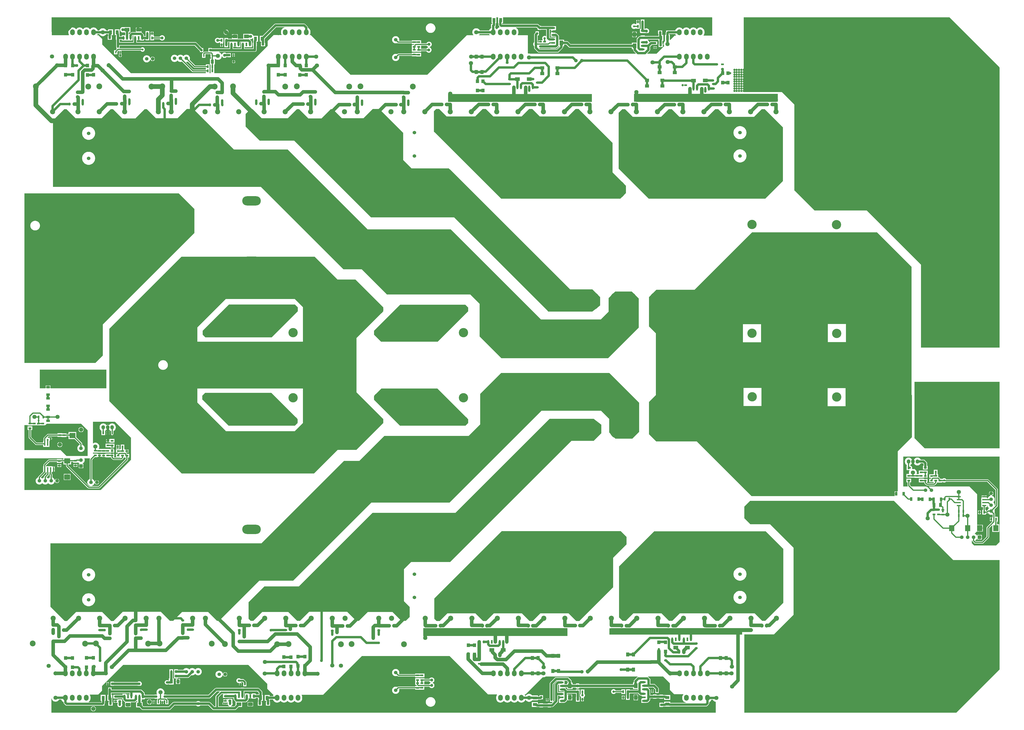
<source format=gbr>
%TF.GenerationSoftware,Altium Limited,Altium Designer,25.3.3 (18)*%
G04 Layer_Physical_Order=2*
G04 Layer_Color=16711680*
%FSLAX45Y45*%
%MOMM*%
%TF.SameCoordinates,A4CA6E92-6A9D-4088-ADF9-EEBE24E4F9EE*%
%TF.FilePolarity,Positive*%
%TF.FileFunction,Copper,L2,Bot,Signal*%
%TF.Part,Single*%
G01*
G75*
%TA.AperFunction,Conductor*%
%ADD10C,1.00000*%
%ADD11C,0.50000*%
%ADD12C,0.80000*%
%ADD13C,2.00000*%
%ADD14C,1.50000*%
%ADD15R,3.31696X2.70484*%
%TA.AperFunction,ComponentPad*%
%ADD17C,1.50000*%
%TA.AperFunction,TestPad*%
%ADD18C,1.80000*%
%TA.AperFunction,ComponentPad*%
%ADD19C,1.52400*%
%ADD20C,12.00000*%
%ADD21C,4.00000*%
%ADD22C,2.20000*%
%ADD23O,2.00000X2.50000*%
%ADD24C,1.80000*%
%ADD25C,2.50000*%
%ADD26O,12.00000X8.00000*%
%ADD27O,20.00000X8.00000*%
%ADD28R,1.55000X1.55000*%
%ADD29C,1.55000*%
%ADD30O,8.00000X4.00000*%
%ADD31O,6.60000X6.00000*%
%ADD32R,1.55000X1.55000*%
%ADD33O,8.89000X5.08000*%
%ADD34O,1.52400X1.77800*%
%TA.AperFunction,ViaPad*%
%ADD35C,1.00000*%
%ADD36C,0.70000*%
%ADD37C,1.27000*%
%ADD38C,1.80000*%
%ADD39C,0.80000*%
%TA.AperFunction,SMDPad,CuDef*%
%ADD40R,0.80000X1.25000*%
%ADD41R,1.25000X0.80000*%
%ADD42R,2.00000X1.50000*%
%ADD43R,0.80000X1.50000*%
%ADD44R,0.70000X1.00000*%
%ADD45R,0.60000X1.00000*%
%ADD46R,1.80000X1.45000*%
%ADD47R,0.60000X1.80000*%
%ADD48R,1.50000X2.00000*%
%ADD49R,1.50000X0.80000*%
%ADD50R,1.80000X1.30000*%
%ADD51R,1.45000X1.80000*%
%ADD52R,1.45000X1.50000*%
%ADD53R,1.30000X1.80000*%
%ADD54R,1.00000X0.70000*%
%ADD55R,2.50000X2.20000*%
%ADD56R,2.20000X2.50000*%
%ADD57R,1.60000X1.00000*%
%ADD58R,1.80000X0.60000*%
%ADD59R,1.00000X0.60000*%
%ADD60R,1.00000X1.60000*%
%ADD61R,1.00000X0.66000*%
%TA.AperFunction,Conductor*%
%ADD62C,1.70000*%
%ADD63R,61.96113X3.42500*%
%ADD64R,57.16113X2.82815*%
%ADD65R,61.80000X3.42500*%
%ADD66R,23.00900X69.17500*%
%ADD67R,70.32500X20.20000*%
G36*
X20405000Y29952734D02*
Y29712500D01*
X20420064D01*
Y29646790D01*
X20422641Y29627209D01*
X20430199Y29608966D01*
X20442220Y29593298D01*
X20450000Y29585519D01*
Y29527502D01*
X20439561Y29522040D01*
X20423283Y29517102D01*
X20392014Y29500388D01*
X20364606Y29477896D01*
X20348849Y29458698D01*
X20336150D01*
X20320395Y29477896D01*
X20292987Y29500388D01*
X20268147Y29513666D01*
Y29527499D01*
X20280000D01*
Y29585977D01*
X20290512Y29599677D01*
X20298070Y29617920D01*
X20300647Y29637500D01*
Y29712500D01*
X20330000D01*
Y29961713D01*
X20396021Y29961713D01*
X20405000Y29952734D01*
D02*
G37*
G36*
X20120000Y29952731D02*
Y29712500D01*
X20149353D01*
Y29677499D01*
X20100000D01*
Y29527499D01*
X20116853D01*
Y29513666D01*
X20092014Y29500388D01*
X20064606Y29477896D01*
X20042111Y29450488D01*
X20025397Y29419217D01*
X20019765Y29400647D01*
X19615173D01*
X19613152Y29405524D01*
X19594548Y29433368D01*
X19570869Y29457047D01*
X19543025Y29475653D01*
X19512086Y29488467D01*
X19479243Y29495001D01*
X19445757D01*
X19412914Y29488467D01*
X19381975Y29475653D01*
X19354131Y29457047D01*
X19330453Y29433368D01*
X19311848Y29405524D01*
X19299033Y29374588D01*
X19292500Y29341742D01*
Y29308258D01*
X19299033Y29275412D01*
X19311848Y29244476D01*
X19330453Y29216632D01*
X19341884Y29205200D01*
X19336624Y29192499D01*
X19057500D01*
X17357500Y27492499D01*
X14060001D01*
X12350868Y29201633D01*
X12316373D01*
X12309844Y29212527D01*
X12319603Y29230783D01*
X12329896Y29264713D01*
X12333371Y29300000D01*
Y29350000D01*
X12329896Y29385287D01*
X12319603Y29419217D01*
X12302889Y29450488D01*
X12280395Y29477896D01*
X12252987Y29500388D01*
X12228147Y29513666D01*
Y29522501D01*
X12225569Y29542078D01*
X12218012Y29560324D01*
X12205991Y29575992D01*
X12205990Y29575992D01*
X12113491Y29668491D01*
X12097824Y29680511D01*
X12079579Y29688068D01*
X12060000Y29690646D01*
X10832499D01*
X10812920Y29688068D01*
X10794676Y29680511D01*
X10779009Y29668491D01*
X10779008Y29668491D01*
X10534009Y29423492D01*
X10534009Y29423489D01*
X10283018Y29172501D01*
X10155000D01*
Y28912500D01*
X10219353D01*
Y28867499D01*
X10205000D01*
Y28717499D01*
X10290084D01*
X10295000Y28716852D01*
X10299916Y28717499D01*
X10385000D01*
Y28867499D01*
X10370647D01*
Y29042499D01*
X10370220Y29045740D01*
X10640991Y29316510D01*
X10640991Y29316510D01*
X10863833Y29539352D01*
X11212881D01*
X11214765Y29526654D01*
X11183284Y29517102D01*
X11152013Y29500388D01*
X11124605Y29477896D01*
X11102111Y29450488D01*
X11085397Y29419217D01*
X11075104Y29385287D01*
X11071629Y29350000D01*
Y29300000D01*
X11075104Y29264713D01*
X11085397Y29230783D01*
X11095156Y29212527D01*
X11088627Y29201633D01*
X10751632D01*
X10492500Y28942499D01*
Y28732501D01*
X9322500Y27562500D01*
X8200000D01*
Y27762485D01*
X8199645D01*
Y27929999D01*
X8225000D01*
Y28174124D01*
X8237700Y28179385D01*
X8246631Y28170453D01*
X8274475Y28151849D01*
X8305413Y28139032D01*
X8338257Y28132501D01*
X8371743D01*
X8404587Y28139032D01*
X8435525Y28151849D01*
X8463369Y28170453D01*
X8487048Y28194131D01*
X8505652Y28221976D01*
X8518467Y28252914D01*
X8523433Y28277878D01*
X8536822Y28280090D01*
X8547529Y28261545D01*
X8569044Y28240030D01*
X8595396Y28224814D01*
X8624786Y28216940D01*
X8655214D01*
X8684604Y28224814D01*
X8710956Y28240030D01*
X8732471Y28261545D01*
X8732649Y28261853D01*
X8772500D01*
Y28247501D01*
X8912500D01*
Y28310510D01*
X8915570Y28317920D01*
X8918147Y28337500D01*
X8915570Y28357080D01*
X8912500Y28364490D01*
Y28427499D01*
X8772500D01*
Y28413147D01*
X8722780D01*
X8710956Y28424969D01*
X8684604Y28440186D01*
X8655214Y28448059D01*
X8624786D01*
X8595396Y28440186D01*
X8569044Y28424969D01*
X8547529Y28403455D01*
X8532315Y28377106D01*
X8528205Y28361765D01*
X8514822Y28360886D01*
X8505652Y28383026D01*
X8487048Y28410870D01*
X8463369Y28434546D01*
X8435525Y28453152D01*
X8404587Y28465967D01*
X8401137Y28466653D01*
X8402388Y28479352D01*
X9942500D01*
X9962079Y28481931D01*
X9980324Y28489487D01*
X9995991Y28501508D01*
X9998490Y28504010D01*
X9998491Y28504010D01*
X10010512Y28519675D01*
X10018069Y28537921D01*
X10020647Y28557501D01*
X10020647Y28557501D01*
Y28717499D01*
X10035000D01*
Y28867499D01*
X10020647D01*
Y28912500D01*
X10080000D01*
Y29172501D01*
X9878428D01*
X9875185Y29184604D01*
X9859971Y29210956D01*
X9838456Y29232471D01*
X9812104Y29247684D01*
X9782714Y29255560D01*
X9752286D01*
X9735200Y29250983D01*
X9722499Y29257501D01*
Y29257501D01*
X9442500D01*
Y29045648D01*
X9219432D01*
X9207500Y29047501D01*
X9207500Y29058347D01*
Y29132501D01*
X8967500D01*
X8967499Y29047501D01*
X8955567Y29045648D01*
X8795000D01*
Y29074985D01*
X8635000D01*
Y28869983D01*
Y28679984D01*
X8795000D01*
Y28869983D01*
Y28894354D01*
X8857500D01*
Y28677499D01*
X8861853D01*
Y28630646D01*
X8090000D01*
Y28647501D01*
X7950000D01*
Y28581989D01*
X7946931Y28574579D01*
X7944353Y28554999D01*
X7946931Y28535422D01*
X7950000Y28528012D01*
Y28483478D01*
X7779289D01*
X7759780Y28479599D01*
X7743242Y28468549D01*
X7736290Y28461597D01*
X7725000Y28468268D01*
X7725000Y28476346D01*
Y28528012D01*
X7728069Y28535422D01*
X7730647Y28554999D01*
X7728069Y28574579D01*
X7725000Y28581989D01*
Y28645001D01*
X7671981D01*
X7440990Y28875992D01*
X7425323Y28888013D01*
X7407079Y28895569D01*
X7387500Y28898148D01*
X4875647D01*
Y28962500D01*
X4880000D01*
Y28975983D01*
X4890000Y28982501D01*
X4892700Y28982501D01*
X4940000D01*
Y29077499D01*
X4960000D01*
Y28982501D01*
X5009800D01*
X5010000Y28982501D01*
X5022500Y28982019D01*
Y28962500D01*
X5182500D01*
Y29004352D01*
X5247500D01*
Y28977515D01*
X5407500D01*
Y29165015D01*
Y29370016D01*
X5247500D01*
Y29155646D01*
X5182500D01*
Y29192499D01*
X5178147D01*
Y29193921D01*
X5175570Y29213501D01*
X5168012Y29231744D01*
X5155991Y29247412D01*
X5097412Y29305991D01*
X5081745Y29318011D01*
X5073714Y29321338D01*
X5070000Y29332501D01*
X5070000Y29336624D01*
Y29417499D01*
X4830000D01*
Y29340848D01*
X4830000Y29332501D01*
X4819103Y29328146D01*
X4663579D01*
X4644000Y29325568D01*
X4625755Y29318011D01*
X4610088Y29305991D01*
X4551509Y29247412D01*
X4540847Y29233517D01*
X4534282Y29234155D01*
X4528147Y29237000D01*
Y29312500D01*
X4592500D01*
Y29542499D01*
X4312500D01*
X4312500Y29542499D01*
Y29542499D01*
X4299800Y29540982D01*
X4282714Y29545560D01*
X4252286D01*
X4222896Y29537686D01*
X4196544Y29522470D01*
X4175029Y29500955D01*
X4159815Y29474603D01*
X4151940Y29445215D01*
Y29414786D01*
X4159815Y29385397D01*
X4175029Y29359045D01*
X4196544Y29337531D01*
X4222896Y29322314D01*
X4252286Y29314441D01*
X4282714D01*
X4299800Y29319019D01*
X4312500Y29312500D01*
Y29312500D01*
X4376853D01*
Y29192499D01*
X4222500D01*
Y29153146D01*
X4135647D01*
Y29223920D01*
X4133069Y29243500D01*
X4132500Y29244876D01*
Y29452499D01*
X3922500D01*
Y29192499D01*
X3984353D01*
Y29150000D01*
X3970000D01*
Y29000000D01*
X3984353D01*
Y28822501D01*
Y28702499D01*
X3986931Y28682922D01*
X3990000Y28675510D01*
Y28612500D01*
X4006311D01*
X4011171Y28600766D01*
X3962904Y28552499D01*
X3895000D01*
Y28372501D01*
X4035000D01*
Y28480405D01*
X4086117Y28531522D01*
X4105000D01*
Y28472501D01*
X4205000D01*
Y28531522D01*
X5035793D01*
X5041481Y28521667D01*
X5059169Y28503979D01*
X5080831Y28491473D01*
X5104993Y28485001D01*
X5130007D01*
X5154169Y28491473D01*
X5175831Y28503979D01*
X5193519Y28521667D01*
X5206026Y28543332D01*
X5212500Y28567493D01*
Y28592508D01*
X5206026Y28616669D01*
X5193519Y28638330D01*
X5175831Y28656018D01*
X5154169Y28668527D01*
X5130007Y28675000D01*
X5104993D01*
X5080831Y28668527D01*
X5059169Y28656018D01*
X5041481Y28638330D01*
X5038680Y28633481D01*
X4130000D01*
Y28675510D01*
X4133069Y28682922D01*
X4135647Y28702499D01*
Y28746854D01*
X7356166D01*
X7585000Y28518018D01*
Y28464999D01*
X7712777D01*
X7721733Y28464999D01*
X7728404Y28453711D01*
X7713952Y28439258D01*
X7702901Y28422720D01*
X7699376Y28404999D01*
X7680000D01*
Y28225000D01*
X7820000D01*
Y28381519D01*
X8045000D01*
Y28227499D01*
X8064020D01*
Y28189999D01*
X8015000D01*
Y27929999D01*
X8039645D01*
Y27739984D01*
X8040000D01*
Y27562500D01*
X8000000D01*
Y27762485D01*
X7999644D01*
Y27944983D01*
X7839645D01*
Y27893463D01*
X7378633D01*
X7139748Y28132349D01*
X7149043Y28154788D01*
X7155000Y28184735D01*
Y28215265D01*
X7149043Y28245212D01*
X7137359Y28273419D01*
X7120396Y28298807D01*
X7098807Y28320395D01*
X7073420Y28337360D01*
X7045212Y28349042D01*
X7015266Y28354999D01*
X6984734D01*
X6954788Y28349042D01*
X6926580Y28337360D01*
X6901193Y28320395D01*
X6880843Y28300046D01*
X6874283Y28298428D01*
X6871717D01*
X6865157Y28300046D01*
X6844807Y28320395D01*
X6819420Y28337360D01*
X6791212Y28349042D01*
X6761266Y28354999D01*
X6730734D01*
X6700788Y28349042D01*
X6672580Y28337360D01*
X6647193Y28320395D01*
X6626843Y28300046D01*
X6620283Y28298428D01*
X6617717D01*
X6611157Y28300046D01*
X6590807Y28320395D01*
X6565420Y28337360D01*
X6537212Y28349042D01*
X6507266Y28354999D01*
X6476734D01*
X6446788Y28349042D01*
X6418580Y28337360D01*
X6393193Y28320395D01*
X6371603Y28298807D01*
X6354641Y28273419D01*
X6342957Y28245212D01*
X6337000Y28215265D01*
Y28184735D01*
X6342957Y28154788D01*
X6354641Y28126581D01*
X6371603Y28101193D01*
X6393193Y28079602D01*
X6418580Y28062640D01*
X6446788Y28050958D01*
X6476734Y28045001D01*
X6507266D01*
X6537212Y28050958D01*
X6565420Y28062640D01*
X6590807Y28079602D01*
X6611157Y28099954D01*
X6617717Y28101572D01*
X6620283D01*
X6626843Y28099954D01*
X6647193Y28079602D01*
X6672580Y28062640D01*
X6700788Y28050958D01*
X6730734Y28045001D01*
X6761266D01*
X6791212Y28050958D01*
X6813652Y28060251D01*
X7249968Y27623935D01*
X7266507Y27612885D01*
X7286016Y27609003D01*
X7840000D01*
Y27562500D01*
X4622500D01*
X3387500Y28797501D01*
Y29029999D01*
X3220000Y29197501D01*
X3173713D01*
X3166101Y29210199D01*
X3177103Y29230783D01*
X3182736Y29249353D01*
X3255120D01*
X3257141Y29244476D01*
X3275746Y29216632D01*
X3299424Y29192953D01*
X3327268Y29174347D01*
X3358206Y29161533D01*
X3391050Y29154999D01*
X3424536D01*
X3457380Y29161533D01*
X3488318Y29174347D01*
X3516162Y29192953D01*
X3539841Y29216632D01*
X3558445Y29244476D01*
X3560466Y29249353D01*
X3625608D01*
X3627459Y29248395D01*
X3636029Y29236652D01*
X3634353Y29223920D01*
Y29150000D01*
X3620000D01*
Y29000000D01*
X3705084D01*
X3710000Y28999353D01*
X3714916Y29000000D01*
X3800000D01*
Y29150000D01*
X3785647D01*
Y29192499D01*
X3847500D01*
Y29452499D01*
X3637500D01*
Y29400647D01*
X3560466D01*
X3558445Y29405524D01*
X3539841Y29433368D01*
X3516162Y29457047D01*
X3488318Y29475653D01*
X3457380Y29488467D01*
X3424536Y29495001D01*
X3391050D01*
X3358206Y29488467D01*
X3327268Y29475653D01*
X3299424Y29457047D01*
X3275746Y29433368D01*
X3257141Y29405524D01*
X3255120Y29400647D01*
X3182736D01*
X3177103Y29419217D01*
X3160389Y29450488D01*
X3137895Y29477896D01*
X3110487Y29500388D01*
X3079216Y29517102D01*
X3045286Y29527396D01*
X3010000Y29530872D01*
X2974714Y29527396D01*
X2940784Y29517102D01*
X2909513Y29500388D01*
X2882105Y29477896D01*
X2866350Y29458698D01*
X2853650D01*
X2837895Y29477896D01*
X2810487Y29500388D01*
X2779216Y29517102D01*
X2745286Y29527396D01*
X2710000Y29530872D01*
X2674714Y29527396D01*
X2640784Y29517102D01*
X2609513Y29500388D01*
X2582105Y29477896D01*
X2566350Y29458698D01*
X2553650D01*
X2537895Y29477896D01*
X2510487Y29500388D01*
X2479216Y29517102D01*
X2445286Y29527396D01*
X2410000Y29530872D01*
X2374714Y29527396D01*
X2340784Y29517102D01*
X2309513Y29500388D01*
X2282105Y29477896D01*
X2266350Y29458698D01*
X2253650D01*
X2237895Y29477896D01*
X2210487Y29500388D01*
X2179216Y29517102D01*
X2145286Y29527396D01*
X2110000Y29530872D01*
X2074714Y29527396D01*
X2040784Y29517102D01*
X2009513Y29500388D01*
X1982105Y29477896D01*
X1959611Y29450488D01*
X1942897Y29419217D01*
X1932604Y29385287D01*
X1929129Y29350000D01*
Y29300000D01*
X1932604Y29264713D01*
X1942897Y29230783D01*
X1953899Y29210199D01*
X1946287Y29197501D01*
X1357498D01*
X1344957Y29210040D01*
X1351531Y29221426D01*
X1375518Y29214999D01*
X1380000D01*
Y29314999D01*
X1280000D01*
Y29310519D01*
X1286427Y29286533D01*
X1275040Y29279959D01*
X1212500Y29342502D01*
Y29961566D01*
X20111020Y29961713D01*
X20120000Y29952731D01*
D02*
G37*
G36*
X20025397Y29230783D02*
X20039072Y29205200D01*
X20032162Y29192499D01*
X19588377D01*
X19583116Y29205200D01*
X19594548Y29216632D01*
X19613152Y29244476D01*
X19615173Y29249353D01*
X20019765D01*
X20025397Y29230783D01*
D02*
G37*
G36*
X29604999Y29952805D02*
Y29177499D01*
X29239676D01*
X29234244Y29188980D01*
X29242889Y29199512D01*
X29259604Y29230783D01*
X29269894Y29264713D01*
X29273370Y29300000D01*
Y29350000D01*
X29269894Y29385287D01*
X29259604Y29419217D01*
X29242889Y29450488D01*
X29220395Y29477896D01*
X29192987Y29500388D01*
X29161716Y29517102D01*
X29127786Y29527396D01*
X29092499Y29530872D01*
X29057214Y29527396D01*
X29023285Y29517102D01*
X28992014Y29500388D01*
X28964606Y29477896D01*
X28948849Y29458698D01*
X28936151D01*
X28920395Y29477896D01*
X28892987Y29500388D01*
X28861716Y29517102D01*
X28827786Y29527396D01*
X28792499Y29530872D01*
X28757214Y29527396D01*
X28723285Y29517102D01*
X28692014Y29500388D01*
X28664606Y29477896D01*
X28648849Y29458698D01*
X28636151D01*
X28620395Y29477896D01*
X28592987Y29500388D01*
X28561716Y29517102D01*
X28527786Y29527396D01*
X28492499Y29530872D01*
X28457214Y29527396D01*
X28423285Y29517102D01*
X28392014Y29500388D01*
X28364606Y29477896D01*
X28348849Y29458698D01*
X28336151D01*
X28320395Y29477896D01*
X28292987Y29500388D01*
X28261716Y29517102D01*
X28227786Y29527396D01*
X28192499Y29530872D01*
X28157214Y29527396D01*
X28123285Y29517102D01*
X28092014Y29500388D01*
X28064606Y29477896D01*
X28042111Y29450488D01*
X28025397Y29419217D01*
X28019763Y29400647D01*
X27717499D01*
X27712585Y29400000D01*
X27627499D01*
Y29341525D01*
X27616989Y29327823D01*
X27609430Y29309579D01*
X27606854Y29289999D01*
Y29210001D01*
X27577499D01*
Y28950000D01*
X27569995Y28940408D01*
X27555453Y28925867D01*
X27536847Y28898026D01*
X27524033Y28867087D01*
X27517499Y28834244D01*
Y28800757D01*
X27524033Y28767914D01*
X27536847Y28736975D01*
X27539902Y28732404D01*
X27489307Y28681805D01*
X27479999Y28690460D01*
Y28829999D01*
X27465646D01*
Y28950000D01*
X27502499D01*
Y29210001D01*
X27443146D01*
Y29250000D01*
X27457501D01*
Y29400000D01*
X27372415D01*
X27367499Y29400647D01*
X27362585Y29400000D01*
X27277499D01*
Y29250000D01*
X27291852D01*
Y29178580D01*
X27292499Y29173660D01*
Y29156485D01*
X26729999D01*
Y29160837D01*
X26716519D01*
X26710001Y29170837D01*
X26710001Y29173538D01*
Y29220844D01*
X26614999D01*
X26520001D01*
Y29173538D01*
X26520001Y29170837D01*
X26513483Y29160837D01*
X26500000D01*
Y29156046D01*
X26483759Y29153909D01*
X26465515Y29146350D01*
X26449847Y29134329D01*
X26449847Y29134329D01*
X26381509Y29065991D01*
X26369489Y29050323D01*
X26361932Y29032080D01*
X26359354Y29012500D01*
Y28875839D01*
X26152499D01*
Y28811484D01*
X23520934Y28811484D01*
X23415991Y28916428D01*
X23400323Y28928448D01*
X23382079Y28936005D01*
X23362500Y28938583D01*
X23237500D01*
Y29002936D01*
X23020647D01*
Y29144357D01*
X23018069Y29163937D01*
X23010512Y29182181D01*
X22998491Y29197849D01*
X22939912Y29256427D01*
X22924245Y29268448D01*
X22906000Y29276007D01*
X22889999Y29278113D01*
Y29282935D01*
X22870482D01*
X22870000Y29295438D01*
X22870000Y29295636D01*
Y29345432D01*
X22774998D01*
X22680000D01*
Y29295636D01*
X22680000Y29295438D01*
X22679518Y29282935D01*
X22660001D01*
Y29122937D01*
X22859441D01*
X22869353Y29113025D01*
Y29092935D01*
X22657500D01*
Y29088583D01*
X22632413D01*
X22618147Y29102850D01*
Y29429791D01*
X22660001D01*
Y29425436D01*
X22673482D01*
X22680000Y29415436D01*
X22680000Y29412735D01*
Y29365433D01*
X22774998D01*
X22870000D01*
Y29412735D01*
X22870000Y29415436D01*
X22876518Y29425436D01*
X22889999D01*
Y29585437D01*
X22660001D01*
Y29581085D01*
X22247501D01*
Y29602936D01*
X22194481D01*
X22141428Y29655991D01*
X22125760Y29668011D01*
X22107516Y29675571D01*
X22087936Y29678146D01*
X20571358D01*
Y29712500D01*
X20614999D01*
Y29961716D01*
X29596021Y29961786D01*
X29604999Y29952805D01*
D02*
G37*
G36*
X22107500Y29475955D02*
Y29422937D01*
X22247501D01*
Y29429791D01*
X22466853D01*
Y29160065D01*
X22455855Y29153714D01*
X22443645Y29160764D01*
X22416939Y29167920D01*
X22389293D01*
X22362587Y29160764D01*
X22338644Y29146942D01*
X22319095Y29127393D01*
X22305272Y29103448D01*
X22298116Y29076743D01*
Y29049097D01*
X22305272Y29022391D01*
X22314944Y29005637D01*
X22307613Y28992935D01*
X22300616D01*
Y28972501D01*
X22232504D01*
Y28912503D01*
X22222504D01*
Y28902505D01*
X22139999D01*
Y28871664D01*
X22127299Y28868262D01*
X22119971Y28880957D01*
X22103146Y28897781D01*
Y29182938D01*
X22152499D01*
Y29245947D01*
X22155569Y29253357D01*
X22158148Y29272937D01*
X22155569Y29292517D01*
X22152499Y29299927D01*
Y29362936D01*
X22012502D01*
Y29309918D01*
X21974010Y29271426D01*
X21961987Y29255759D01*
X21954431Y29237515D01*
X21951852Y29217935D01*
Y28897781D01*
X21935030Y28880957D01*
X21919815Y28854605D01*
X21911940Y28825214D01*
Y28794785D01*
X21919815Y28765396D01*
X21935030Y28739044D01*
X21951852Y28722220D01*
Y28654999D01*
X21954431Y28635422D01*
X21961987Y28617175D01*
X21974010Y28601508D01*
X22104008Y28471509D01*
X22119676Y28459488D01*
X22137921Y28451932D01*
X22157500Y28449353D01*
X22960001D01*
X22979579Y28451932D01*
X22997824Y28459488D01*
X23013490Y28471509D01*
X23170143Y28628162D01*
X23182166Y28643829D01*
X23189722Y28662073D01*
X23192300Y28681653D01*
X23192300Y28681656D01*
Y28722937D01*
X23237500D01*
Y28787289D01*
X23331166D01*
X23436107Y28682349D01*
X23436108Y28682349D01*
X23451775Y28670325D01*
X23470020Y28662769D01*
X23489600Y28660190D01*
X26152499Y28660190D01*
Y28595837D01*
X26204999D01*
Y28561853D01*
X26207578Y28542276D01*
X26215134Y28524030D01*
X26227155Y28508362D01*
X26323785Y28411734D01*
X26318927Y28400000D01*
X21784421D01*
X21782088Y28400967D01*
X21749245Y28407501D01*
X21715758D01*
X21695200Y28403412D01*
X21682500Y28413834D01*
Y29192499D01*
X21252838D01*
X21245927Y29205200D01*
X21259602Y29230783D01*
X21269894Y29264713D01*
X21273370Y29300000D01*
Y29350000D01*
X21269894Y29385287D01*
X21259602Y29419217D01*
X21242889Y29450488D01*
X21220395Y29477896D01*
X21192987Y29500388D01*
X21167235Y29514154D01*
X21170416Y29526852D01*
X22056602D01*
X22107500Y29475955D01*
D02*
G37*
G36*
X9870000Y29062595D02*
Y28948837D01*
X9869353Y28943921D01*
Y28867499D01*
X9855000D01*
Y28717499D01*
X9869353D01*
Y28630646D01*
X9508147D01*
Y28677499D01*
X9815000D01*
Y28907498D01*
X9810647D01*
Y28911420D01*
X9808069Y28931000D01*
X9800512Y28949246D01*
X9788490Y28964911D01*
X9738386Y29015015D01*
X9744960Y29026404D01*
X9752286Y29024438D01*
X9782714D01*
X9812104Y29032315D01*
X9838456Y29047528D01*
X9857300Y29066373D01*
X9870000Y29062595D01*
D02*
G37*
G36*
X28025397Y29230783D02*
X28042111Y29199512D01*
X28050754Y29188980D01*
X28045325Y29177499D01*
X27985001D01*
X27799234Y28991733D01*
X27787500Y28996594D01*
Y29210001D01*
X27758148D01*
Y29249353D01*
X28019763D01*
X28025397Y29230783D01*
D02*
G37*
G36*
X4720000Y28962500D02*
X4724353D01*
Y28898148D01*
X4135647D01*
Y29000000D01*
X4150000D01*
Y29001852D01*
X4222500D01*
Y28962500D01*
X4685000D01*
Y29166940D01*
X4694913Y29176852D01*
X4720000D01*
Y28962500D01*
D02*
G37*
G36*
X9352500Y28677499D02*
X9356853D01*
Y28630646D01*
X9013147D01*
Y28677499D01*
X9017500D01*
Y28690982D01*
X9027500Y28697501D01*
X9030200Y28697501D01*
X9077500D01*
Y28792499D01*
X9097500D01*
Y28697501D01*
X9147300D01*
X9147500Y28697501D01*
X9160000Y28697018D01*
Y28677499D01*
X9320000D01*
Y28884439D01*
X9329913Y28894354D01*
X9352500D01*
Y28677499D01*
D02*
G37*
G36*
X23038255Y28710236D02*
X22928667Y28600647D01*
X22188834D01*
X22168713Y28620767D01*
X22173575Y28632501D01*
X22325000D01*
Y28632938D01*
X22505617D01*
Y28634790D01*
X22657500D01*
Y28630438D01*
X22887500D01*
Y28634933D01*
X22906000Y28637366D01*
X22924245Y28644925D01*
X22939912Y28656946D01*
X22998051Y28715085D01*
X23007501Y28722937D01*
X23034366D01*
X23038255Y28710236D01*
D02*
G37*
G36*
X27292499Y28950000D02*
X27314352D01*
Y28829999D01*
X27300000D01*
Y28689999D01*
X27363010D01*
X27370422Y28686929D01*
X27389999Y28684354D01*
X27409579Y28686929D01*
X27416989Y28689999D01*
X27479538D01*
X27488193Y28680695D01*
X27207501Y28400000D01*
X26813574D01*
X26808716Y28411734D01*
X26914328Y28517346D01*
X26914328Y28517349D01*
X26926352Y28533014D01*
X26933908Y28551260D01*
X26936487Y28570837D01*
X26936484Y28570840D01*
Y28704504D01*
X27011334Y28779352D01*
X27150000D01*
X27169580Y28781931D01*
X27176990Y28785001D01*
X27239999D01*
Y28925000D01*
X27176990D01*
X27169580Y28928070D01*
X27150000Y28930646D01*
X26980002D01*
X26979999Y28930646D01*
X26960422Y28928070D01*
X26942175Y28920511D01*
X26926508Y28908490D01*
X26926508Y28908490D01*
X26904794Y28886774D01*
X26893060Y28891635D01*
Y28904553D01*
X26885184Y28933942D01*
X26869971Y28960294D01*
X26848456Y28981812D01*
X26829953Y28992490D01*
X26833356Y29005191D01*
X27292499D01*
Y28950000D01*
D02*
G37*
G36*
X7321468Y27806436D02*
X7338007Y27795386D01*
X7357516Y27791504D01*
X7839645D01*
Y27739984D01*
X7840000D01*
Y27710962D01*
X7307132D01*
X6985796Y28032300D01*
X6991056Y28045001D01*
X7015266D01*
X7045212Y28050958D01*
X7067652Y28060251D01*
X7321468Y27806436D01*
D02*
G37*
G36*
X25322501Y24564999D02*
X25322501Y23297501D01*
X25898630Y22721368D01*
Y22401054D01*
X25652576Y22155000D01*
X20535001Y22154999D01*
X17639999Y25050000D01*
Y25925000D01*
X17736250Y26021249D01*
X17866251D01*
X18193750Y25693750D01*
X19408749D01*
X19736250Y26021249D01*
X19868750D01*
X20196249Y25693750D01*
X21408749D01*
X21736250Y26021249D01*
X21868750D01*
X22196249Y25693750D01*
X23408749D01*
X23736250Y26021249D01*
X23866251D01*
X25322501Y24564999D01*
D02*
G37*
G36*
X32642499Y25232500D02*
Y22912500D01*
X31885001Y22155000D01*
X26877499D01*
X25580000Y23452499D01*
Y25854999D01*
X25735001Y26010001D01*
X25864999D01*
X26192499Y25682501D01*
X27407501D01*
X27734998Y26010001D01*
X27867499D01*
X28195001Y25682501D01*
X29407501D01*
X29735001Y26010001D01*
X29867499D01*
X30195001Y25682501D01*
X31407501D01*
X31735001Y26010001D01*
X31864999D01*
X32642499Y25232500D01*
D02*
G37*
G36*
X7791250Y25531250D02*
X9045000Y24277499D01*
X11357500Y24277499D01*
X14795000Y20839999D01*
X18367500D01*
X22247501Y16960001D01*
X24812500D01*
X25155000Y17302499D01*
X25155000Y17885420D01*
X25428349Y18158769D01*
X26149417D01*
X26445001Y17863187D01*
X26445001Y16612498D01*
X25124998Y15292500D01*
X20547501D01*
X19607500Y16232500D01*
Y17639999D01*
X19212500Y18035001D01*
X15622501Y18035001D01*
X14539999Y19117500D01*
X13752499D01*
X10205000Y22664999D01*
X1267500D01*
Y25524998D01*
X1753750Y26011249D01*
X1848750D01*
X2241250Y25618750D01*
X3361250D01*
X3753750Y26011249D01*
X3848750D01*
X4046250Y25813751D01*
X4248750Y25611249D01*
X4808750D01*
X5208750Y26011249D01*
X5301250D01*
X5693750Y25618750D01*
X6616250Y25618750D01*
X7018750Y26021249D01*
X7301250D01*
X7791250Y25531250D01*
D02*
G37*
G36*
X16322501Y24997501D02*
Y23822501D01*
X16680000Y23464999D01*
X18285860D01*
X23498360Y18252499D01*
X24455685D01*
X24787500Y17920685D01*
X24787500Y17557838D01*
X24450859Y17300000D01*
X22564999D01*
X18512500Y21352499D01*
X14942500D01*
X11637500Y24657500D01*
X10157500Y24657500D01*
X9550000Y25264999D01*
Y25807501D01*
X9752500Y26010001D01*
X9847500D01*
X10240000Y25617499D01*
X11360000D01*
X11752500Y26010001D01*
X11847500D01*
X12045000Y25812500D01*
X12247500Y25610001D01*
X12807500D01*
X13207500Y26010001D01*
X13300000D01*
X13692500Y25617499D01*
X14614999Y25617499D01*
X15017500Y26020001D01*
X15300000D01*
X16322501Y24997501D01*
D02*
G37*
G36*
X11793969Y17483438D02*
Y17313969D01*
X10666031Y16186032D01*
X7822134D01*
X7699977Y16308189D01*
Y16473579D01*
X8827429Y17601031D01*
X11676374Y17601031D01*
X11793969Y17483438D01*
D02*
G37*
G36*
X19113843Y17479048D02*
Y17316344D01*
X18647501Y16850000D01*
X17800000Y16002499D01*
X15377203D01*
X15067548Y16312157D01*
Y16477547D01*
X16187500Y17597501D01*
X18995390D01*
X19113843Y17479048D01*
D02*
G37*
G36*
X12517500Y19664999D02*
X13503477Y18679024D01*
X14275484D01*
X15467548Y17486958D01*
Y17312157D01*
X14152890Y15997501D01*
X13502492D01*
X11662492Y17837500D01*
X8695000D01*
X7734084Y16876584D01*
X7475000Y16617500D01*
Y13385001D01*
X7805000Y13055000D01*
X8705000Y12155000D01*
X11655000D01*
X13489999Y13989999D01*
X14145343D01*
X15462500Y12672843D01*
Y12505000D01*
X14304999Y11347500D01*
X13507500D01*
X12490000Y10330000D01*
X6802500D01*
X3685095Y13447404D01*
X3685095Y16565096D01*
X6785000Y19664999D01*
X12517500Y19664999D01*
D02*
G37*
G36*
X41961563Y27805624D02*
X41961569Y15747501D01*
X38577499D01*
Y19320000D01*
X36250000Y21647501D01*
X34010001D01*
X33139999Y22517500D01*
X33138742Y26210687D01*
X32601929Y26747501D01*
X30962500D01*
X30962500Y29961795D01*
X39805322Y29961865D01*
X41961563Y27805624D01*
D02*
G37*
G36*
X7345000Y21722501D02*
X7350000D01*
Y20687500D01*
X3407500Y16745000D01*
X3407500Y15410001D01*
X3087500Y15089999D01*
X38437D01*
X38436Y22389999D01*
X6677500D01*
X7345000Y21722501D01*
D02*
G37*
G36*
X3560000Y13995000D02*
X1157500D01*
Y14034998D01*
X1057499D01*
X957500D01*
Y13995000D01*
X700000D01*
Y14800000D01*
X3560000D01*
Y13995000D01*
D02*
G37*
G36*
X2480000Y12472500D02*
X2757500Y12195000D01*
Y11084500D01*
X1850500D01*
X1592500Y11342500D01*
X38438D01*
X38437Y12417500D01*
X172484D01*
Y12400000D01*
X377484D01*
Y12402500D01*
X562516D01*
Y12402500D01*
X727500D01*
Y12402500D01*
X932500D01*
Y12417500D01*
X940000D01*
X995000Y12472500D01*
X2480000Y12472500D01*
D02*
G37*
G36*
X18648657Y13136343D02*
X19114999Y12670000D01*
Y12507295D01*
X18996547Y12388843D01*
X16188657D01*
X15068706Y13508795D01*
Y13674187D01*
X15387019Y13992500D01*
X17792500D01*
X18648657Y13136343D01*
D02*
G37*
G36*
X11782937Y12674563D02*
Y12505094D01*
X11665343Y12387500D01*
X8816397Y12387500D01*
X7688946Y13514952D01*
Y13680342D01*
X7811103Y13802499D01*
X10655000D01*
X11782937Y12674563D01*
D02*
G37*
G36*
X26464999Y13377501D02*
X26464999Y12126815D01*
X26169418Y11831232D01*
X25448349D01*
X25175000Y12104581D01*
X25175000Y12687501D01*
X24832500Y13030000D01*
X22267500D01*
X18314999Y9077500D01*
X14950000D01*
X11585001Y5712501D01*
X10135000Y5712500D01*
X8412500Y3990000D01*
X8317500D01*
X7936251Y4371249D01*
X6813750Y4371250D01*
X6432500Y3990000D01*
X6297500D01*
X5908750Y4378750D01*
X4268750Y4378750D01*
X4066250Y4176250D01*
X3868750Y3978750D01*
X3773750D01*
X3381250Y4371250D01*
X2261250D01*
X1868750Y3978750D01*
X1773750D01*
X1157500Y4595001D01*
Y7325001D01*
X10225000D01*
X13772501Y10872500D01*
X14437502D01*
X15509375Y11944373D01*
X19129373D01*
X19631822Y12446822D01*
Y13759322D01*
X20532500Y14660001D01*
X25182500D01*
X26464999Y13377501D01*
D02*
G37*
G36*
X41961572Y11412500D02*
X38737500D01*
X38299841Y11850159D01*
Y14280000D01*
X41961572D01*
X41961572Y11412500D01*
D02*
G37*
G36*
X4620000Y11874773D02*
X4619999Y10919999D01*
X3320000Y9620000D01*
X38438Y9620000D01*
Y10985500D01*
X1715000Y10985500D01*
Y10930980D01*
X1639984D01*
Y10947500D01*
X1434984D01*
Y10930980D01*
X1095001D01*
X1075491Y10927099D01*
X1058952Y10916048D01*
X878452Y10735548D01*
X867401Y10719009D01*
X863520Y10699500D01*
Y10647500D01*
X844500D01*
Y10406596D01*
X643452Y10205548D01*
X632401Y10189009D01*
X628521Y10169500D01*
Y10161654D01*
X606080Y10152359D01*
X580694Y10135397D01*
X559104Y10113807D01*
X542141Y10088420D01*
X530457Y10060212D01*
X524500Y10030266D01*
Y9999734D01*
X530457Y9969788D01*
X542141Y9941580D01*
X559104Y9916193D01*
X580694Y9894604D01*
X606080Y9877641D01*
X634289Y9865957D01*
X664234Y9860000D01*
X694766D01*
X724712Y9865957D01*
X752920Y9877641D01*
X778307Y9894604D01*
X798658Y9914954D01*
X805217Y9916572D01*
X807784D01*
X814343Y9914954D01*
X834694Y9894604D01*
X860080Y9877641D01*
X888289Y9865957D01*
X918234Y9860000D01*
X948766D01*
X978712Y9865957D01*
X1006920Y9877641D01*
X1032307Y9894604D01*
X1052658Y9914954D01*
X1059217Y9916572D01*
X1061784D01*
X1068343Y9914954D01*
X1088694Y9894604D01*
X1114080Y9877641D01*
X1142289Y9865957D01*
X1172234Y9860000D01*
X1202766D01*
X1232712Y9865957D01*
X1260920Y9877641D01*
X1286307Y9894604D01*
X1307897Y9916193D01*
X1324859Y9941580D01*
X1336544Y9969788D01*
X1338918Y9981723D01*
X1351952Y9982150D01*
X1352975Y9978332D01*
X1365482Y9956669D01*
X1383169Y9938981D01*
X1404832Y9926474D01*
X1428993Y9920000D01*
X1431499D01*
Y10014995D01*
Y10110000D01*
X1428993D01*
X1404832Y10103526D01*
X1383169Y10091019D01*
X1365482Y10073331D01*
X1352975Y10051668D01*
X1351952Y10047850D01*
X1338918Y10048277D01*
X1336544Y10060212D01*
X1324859Y10088420D01*
X1307897Y10113807D01*
X1286307Y10135397D01*
X1260920Y10152359D01*
X1238480Y10161654D01*
Y10285000D01*
X1234599Y10304509D01*
X1223548Y10321048D01*
X1219480Y10325116D01*
Y10387501D01*
X1238500D01*
Y10397700D01*
X1245500Y10407500D01*
X1251200Y10407501D01*
X1285494D01*
Y10517499D01*
Y10627500D01*
X1251200D01*
X1245500Y10627500D01*
X1238500Y10637301D01*
Y10647500D01*
X965480D01*
Y10678384D01*
X1116117Y10829021D01*
X1434984D01*
Y10787500D01*
X1639984D01*
Y10829021D01*
X1715000D01*
Y10720000D01*
X1829020D01*
Y10657500D01*
X1832901Y10637991D01*
X1843952Y10621452D01*
X2761452Y9703952D01*
X2777991Y9692901D01*
X2797500Y9689020D01*
X3247500D01*
X3267009Y9692901D01*
X3283548Y9703952D01*
X4475462Y10895866D01*
X4486513Y10912405D01*
X4490394Y10931914D01*
Y11017501D01*
X4541914D01*
Y11177500D01*
X4451046D01*
X4449013Y11187720D01*
X4437962Y11204259D01*
X4417420Y11224801D01*
X4422681Y11237501D01*
X4429417D01*
Y11297499D01*
Y11357501D01*
X4361914D01*
Y11377500D01*
X4336931D01*
Y11577484D01*
X4176931D01*
Y11377500D01*
X4156914D01*
Y11370500D01*
X3979431D01*
Y11224501D01*
X4062031D01*
X4066891Y11212768D01*
X4058383Y11204259D01*
X4047332Y11187720D01*
X4045896Y11180500D01*
X3979431D01*
Y11034501D01*
X4156914D01*
Y11018480D01*
X3895731D01*
X3893395Y11021801D01*
X3899431Y11034501D01*
X3899430D01*
Y11180500D01*
X3879430D01*
Y11192501D01*
X3739431D01*
Y11180500D01*
X3724447D01*
Y11187500D01*
X3519447D01*
Y11165000D01*
X3454453D01*
Y11105000D01*
Y11045001D01*
X3519447D01*
Y11027501D01*
X3724447D01*
Y11034501D01*
X3754662D01*
Y11028790D01*
X3758542Y11009281D01*
X3769593Y10992742D01*
X3830882Y10931453D01*
X3847421Y10920402D01*
X3866931Y10916521D01*
X4209431D01*
X4228940Y10920402D01*
X4245479Y10931453D01*
X4289768Y10975742D01*
X4300819Y10992281D01*
X4304700Y11011790D01*
Y11017501D01*
X4388435D01*
Y10953031D01*
X3226384Y9790980D01*
X2954312D01*
X2951786Y9803680D01*
X2973420Y9812641D01*
X2998807Y9829603D01*
X3020397Y9851193D01*
X3037359Y9876580D01*
X3049043Y9904788D01*
X3051418Y9916723D01*
X3064451Y9917150D01*
X3065474Y9913331D01*
X3077981Y9891669D01*
X3095669Y9873981D01*
X3117332Y9861474D01*
X3141493Y9855000D01*
X3144000D01*
Y9950000D01*
Y10045000D01*
X3141493D01*
X3117332Y10038526D01*
X3095669Y10026019D01*
X3077981Y10008331D01*
X3065474Y9986668D01*
X3064451Y9982850D01*
X3051418Y9983276D01*
X3049043Y9995212D01*
X3037359Y10023420D01*
X3020397Y10048807D01*
X2998807Y10070396D01*
X2973420Y10087359D01*
X2950980Y10096654D01*
Y10921384D01*
X3059596Y11030001D01*
X3191914D01*
Y11047501D01*
X3256949D01*
Y11107494D01*
Y11167500D01*
X3191914D01*
Y11190000D01*
X2995200D01*
X2986915Y11190000D01*
X2982500Y11200872D01*
Y11219129D01*
X2986915Y11230001D01*
X3164447D01*
Y11227501D01*
X3341947D01*
Y11225001D01*
X3546947D01*
Y11227501D01*
X3719431D01*
Y11224501D01*
X3739431D01*
Y11212501D01*
X3879430D01*
Y11224501D01*
X3899430D01*
Y11370500D01*
X3858463D01*
Y11460000D01*
X3909984D01*
Y11620000D01*
X3529984D01*
Y11460000D01*
X3756504D01*
Y11370500D01*
X3724447D01*
Y11387500D01*
X3519447D01*
Y11385000D01*
X3369447D01*
Y11387500D01*
X3241110D01*
X3235123Y11398701D01*
X3240652Y11406975D01*
X3253467Y11437913D01*
X3260000Y11470757D01*
Y11504244D01*
X3253467Y11537087D01*
X3240652Y11568025D01*
X3222047Y11595869D01*
X3198369Y11619548D01*
X3170525Y11638152D01*
X3139587Y11650967D01*
X3106743Y11657500D01*
X3073256D01*
X3040413Y11650967D01*
X3009475Y11638152D01*
X2993701Y11627612D01*
X2982500Y11633599D01*
Y12557500D01*
X3937273D01*
X4620000Y11874773D01*
D02*
G37*
G36*
X2860111Y10972800D02*
X2852901Y10962009D01*
X2849020Y10942500D01*
Y10096654D01*
X2826580Y10087359D01*
X2801193Y10070396D01*
X2779604Y10048807D01*
X2762641Y10023420D01*
X2750957Y9995212D01*
X2745000Y9965266D01*
Y9934734D01*
X2750957Y9904788D01*
X2762641Y9876580D01*
X2779604Y9851193D01*
X2801193Y9829603D01*
X2826580Y9812641D01*
X2848214Y9803680D01*
X2845688Y9790980D01*
X2818616D01*
X1930980Y10678616D01*
Y10720000D01*
X2045000D01*
Y10829021D01*
X2129984D01*
Y10800000D01*
X2334984D01*
Y10808440D01*
X2347137Y10812127D01*
X2350162Y10807600D01*
X2372100Y10785662D01*
X2397896Y10768426D01*
X2408097Y10764200D01*
X2405571Y10751500D01*
X2375000D01*
Y10663993D01*
X2472500D01*
X2570000D01*
Y10751500D01*
X2539430D01*
X2536904Y10764200D01*
X2547104Y10768426D01*
X2572901Y10785662D01*
X2594839Y10807600D01*
X2612075Y10833396D01*
X2623948Y10862059D01*
X2630000Y10892488D01*
Y10923513D01*
X2623948Y10953941D01*
X2616136Y10972800D01*
X2624622Y10985500D01*
X2853323D01*
X2860111Y10972800D01*
D02*
G37*
G36*
X1117520Y10304000D02*
X1121401Y10284491D01*
X1132452Y10267952D01*
X1136521Y10263883D01*
Y10161654D01*
X1114080Y10152359D01*
X1088694Y10135397D01*
X1068343Y10115046D01*
X1061784Y10113428D01*
X1059217D01*
X1052658Y10115046D01*
X1032307Y10135397D01*
X1006920Y10152359D01*
X996292Y10156762D01*
X993814Y10169218D01*
X1077548Y10252952D01*
X1088599Y10269491D01*
X1092480Y10289000D01*
Y10387501D01*
X1117520D01*
Y10304000D01*
D02*
G37*
G36*
X990520Y10310116D02*
X897452Y10217048D01*
X886401Y10200509D01*
X882521Y10181000D01*
Y10161654D01*
X860080Y10152359D01*
X834694Y10135397D01*
X814343Y10115046D01*
X807784Y10113428D01*
X805217D01*
X798658Y10115046D01*
X778307Y10135397D01*
X752920Y10152359D01*
X750423Y10153393D01*
X747946Y10165850D01*
X945548Y10363452D01*
X956599Y10379991D01*
X958093Y10387501D01*
X990520D01*
Y10310116D01*
D02*
G37*
G36*
X38172501Y19232501D02*
Y13712500D01*
X38187500D01*
Y11892500D01*
X37582501Y11287500D01*
Y9560000D01*
X37527496D01*
Y9460003D01*
X37517496D01*
Y9450003D01*
X37447501D01*
Y9360000D01*
X37435834Y9357500D01*
X31300000D01*
X28942499Y11715000D01*
X27202499D01*
X26889520Y12027980D01*
Y13409520D01*
X27185001Y13705000D01*
Y16367500D01*
X26887500Y16664999D01*
X26887500Y17755000D01*
X26890555Y17923055D01*
X27210001Y18242500D01*
X28847501D01*
X31317499Y20712498D01*
X36692499D01*
X38172501Y19232501D01*
D02*
G37*
G36*
X41445956Y8919788D02*
X41457642Y8891580D01*
X41474603Y8866193D01*
X41494955Y8845843D01*
X41496573Y8839284D01*
Y8836717D01*
X41494955Y8830157D01*
X41474603Y8809807D01*
X41457642Y8784420D01*
X41446985Y8758695D01*
X41443991Y8758099D01*
X41427451Y8747048D01*
X41397095Y8716690D01*
X41375000D01*
Y8762516D01*
X41348480D01*
Y8884500D01*
X41427499D01*
Y8949252D01*
X41439999Y8949734D01*
X41445956Y8919788D01*
D02*
G37*
G36*
X39727499Y11058560D02*
X41961572D01*
X41961575Y7384076D01*
X41807501Y7230000D01*
X40870001D01*
X40764499Y7335500D01*
Y7435378D01*
X40777200Y7443864D01*
X40791022Y7438140D01*
Y7433000D01*
X40794901Y7413491D01*
X40805951Y7396952D01*
X40871451Y7331452D01*
X40887991Y7320401D01*
X40907501Y7316521D01*
X41227499D01*
X41247009Y7320401D01*
X41263547Y7331452D01*
X41491049Y7558952D01*
X41502100Y7575491D01*
X41505978Y7595000D01*
Y7976384D01*
X41633267Y8103671D01*
X41645001Y8098811D01*
Y7815000D01*
X41945001D01*
Y8145000D01*
X41845981D01*
Y8260016D01*
X41885001D01*
Y8465016D01*
X41761841D01*
Y8595140D01*
X41757959Y8614649D01*
X41746909Y8631187D01*
X41734747Y8643348D01*
X41744043Y8665788D01*
X41750000Y8695734D01*
Y8726266D01*
X41744043Y8756212D01*
X41734747Y8778652D01*
X41868549Y8912452D01*
X41879599Y8928991D01*
X41883481Y8948500D01*
Y9642500D01*
X41879599Y9662009D01*
X41868549Y9678548D01*
X41486047Y10061048D01*
X41469510Y10072099D01*
X41450000Y10075980D01*
X39666104D01*
X39655508Y10094331D01*
X39642499Y10107340D01*
X39637820Y10112019D01*
X39616159Y10124526D01*
X39591998Y10131000D01*
X39566983D01*
X39542822Y10124526D01*
X39521158Y10112019D01*
X39510184Y10101043D01*
X39497482Y10105000D01*
Y10105000D01*
X39406616D01*
X39404581Y10115220D01*
X39393530Y10131759D01*
X39364240Y10161048D01*
X39347702Y10172099D01*
X39328192Y10175980D01*
X39319998D01*
Y10305000D01*
X39292499D01*
Y10494984D01*
X39132501D01*
Y10305000D01*
X39114999D01*
Y10293000D01*
X38939999D01*
Y10147000D01*
X39017599D01*
X39022461Y10135267D01*
X39018951Y10131759D01*
X39007901Y10115220D01*
X39005469Y10103000D01*
X38939999D01*
Y9957000D01*
X39114999D01*
Y9945000D01*
X39133810D01*
X39138669Y9933267D01*
X39123883Y9918480D01*
X38856116D01*
X38830295Y9944300D01*
X38835556Y9957000D01*
X38859998D01*
Y10103000D01*
X38692514D01*
Y10107500D01*
X38487515D01*
Y9947500D01*
X38692514D01*
Y9957000D01*
X38719019D01*
Y9932500D01*
X38722900Y9912991D01*
X38733951Y9896452D01*
X38798950Y9831452D01*
X38815491Y9820401D01*
X38834998Y9816521D01*
X39144998D01*
X39164508Y9820401D01*
X39181046Y9831452D01*
X39252838Y9903242D01*
X39263889Y9919780D01*
X39267767Y9939289D01*
Y9945000D01*
X39497482D01*
Y9966624D01*
X39510184Y9970957D01*
X39521158Y9959981D01*
X39542822Y9947474D01*
X39566983Y9941000D01*
X39591998D01*
X39616159Y9947474D01*
X39637820Y9959981D01*
X39642499Y9964660D01*
X39651862Y9974020D01*
X41428885D01*
X41781519Y9621383D01*
Y8969616D01*
X41762701Y8950796D01*
X41750000Y8956057D01*
Y8980266D01*
X41744043Y9010212D01*
X41732358Y9038420D01*
X41715396Y9063807D01*
X41695047Y9084157D01*
X41693427Y9090717D01*
Y9093284D01*
X41695047Y9099843D01*
X41715396Y9120193D01*
X41732358Y9145580D01*
X41744043Y9173788D01*
X41750000Y9203734D01*
Y9234266D01*
X41744043Y9264212D01*
X41732358Y9292420D01*
X41715396Y9317807D01*
X41693808Y9339397D01*
X41668420Y9356359D01*
X41640213Y9368043D01*
X41628278Y9370418D01*
X41627850Y9383451D01*
X41631668Y9384474D01*
X41653333Y9396981D01*
X41671021Y9414669D01*
X41683527Y9436332D01*
X41689999Y9460493D01*
Y9463000D01*
X41594995D01*
X41500000D01*
Y9460493D01*
X41506476Y9436332D01*
X41518982Y9414669D01*
X41536670Y9396981D01*
X41558331Y9384474D01*
X41562149Y9383451D01*
X41561725Y9370418D01*
X41549789Y9368043D01*
X41521579Y9356359D01*
X41496194Y9339397D01*
X41474603Y9317807D01*
X41457642Y9292420D01*
X41445956Y9264212D01*
X41445016Y9259480D01*
X41427499D01*
Y9278500D01*
X41417300D01*
X41407501Y9285500D01*
X41407501Y9291200D01*
Y9325500D01*
X41187500D01*
Y9291200D01*
X41187500Y9285500D01*
X41177698Y9278500D01*
X41167499D01*
Y9138500D01*
Y9011500D01*
Y8884500D01*
X41246521D01*
Y8762516D01*
X41214999D01*
Y8557516D01*
X41375000D01*
Y8614731D01*
X41418210D01*
X41437720Y8618611D01*
X41449695Y8626613D01*
X41465652Y8625593D01*
X41474603Y8612193D01*
X41496194Y8590604D01*
X41521579Y8573641D01*
X41549789Y8561957D01*
X41579733Y8556000D01*
X41610266D01*
X41640213Y8561957D01*
X41649323Y8565730D01*
X41659882Y8558674D01*
Y8445016D01*
X41615009D01*
Y8362520D01*
Y8280016D01*
X41647461D01*
X41652719Y8267316D01*
X41418951Y8033548D01*
X41407901Y8017009D01*
X41404019Y7997500D01*
Y7616116D01*
X41206384Y7418480D01*
X40928616D01*
X40912360Y7434737D01*
X40914697Y7446494D01*
X40916919Y7448136D01*
X40942401Y7465162D01*
X40964337Y7487100D01*
X40981573Y7512896D01*
X40985800Y7523097D01*
X40998499Y7520571D01*
Y7490000D01*
X41085992D01*
Y7587494D01*
Y7685000D01*
X40998499D01*
Y7654430D01*
X40985800Y7651904D01*
X40981573Y7662104D01*
X40964337Y7687901D01*
X40942401Y7709839D01*
X40916605Y7727075D01*
X40894281Y7736321D01*
X40890680Y7750681D01*
X40975000Y7835000D01*
X41095001D01*
Y7979996D01*
Y8125000D01*
X40995001D01*
Y9437500D01*
X40662500Y9770000D01*
X38162097D01*
X38108463Y9823633D01*
Y9950000D01*
X38159982D01*
Y10110000D01*
X37954984D01*
Y9950000D01*
X38006503D01*
Y9802517D01*
X38010385Y9783008D01*
X38011591Y9781201D01*
X38005606Y9770000D01*
X37814999D01*
X37814999Y11062500D01*
X39727499D01*
Y11058560D01*
D02*
G37*
G36*
X24842348Y12428169D02*
X24842348Y12065322D01*
X24510533Y11733507D01*
X23553206D01*
X18340706Y6521007D01*
X16661008D01*
X16356905Y6216905D01*
X16358087Y4831913D01*
X16597501Y4592500D01*
Y4155000D01*
X16432515Y3990014D01*
X16242487Y3990014D01*
X15863994Y4368506D01*
X14801007Y4368507D01*
X14422501Y3990000D01*
X14305000Y3990000D01*
X13918993Y4376007D01*
X12271007D01*
X11885000Y3990000D01*
X11762500D01*
X11383993Y4368507D01*
X10256007D01*
X9877500Y3990000D01*
X9765000D01*
X9677500Y4077500D01*
Y4793659D01*
X10356340Y5472500D01*
X11836341Y5472500D01*
X14997348Y8633507D01*
X18567348D01*
X22619849Y12686007D01*
X24505705D01*
X24842348Y12428169D01*
D02*
G37*
G36*
X32662500Y7085000D02*
Y4765001D01*
X31885001Y3987500D01*
X31754999D01*
X31427499Y4315000D01*
X30214999D01*
X29887500Y3987500D01*
X29754999D01*
X29427499Y4315000D01*
X28214999D01*
X27887500Y3987500D01*
X27754999D01*
X27427499Y4315000D01*
X26212500D01*
X25885001Y3987500D01*
X25754999D01*
X25600000Y4142500D01*
Y6335000D01*
X27107501Y7842500D01*
X31904999D01*
X32662500Y7085000D01*
D02*
G37*
G36*
X25673828Y7848750D02*
X25919882Y7602696D01*
Y7282381D01*
X25343750Y6706250D01*
X25343750Y5438751D01*
X23887500Y3982500D01*
X23757501D01*
X23430000Y4310000D01*
X22217500D01*
X21889999Y3982500D01*
X21757501D01*
X21430000Y4310000D01*
X20217500D01*
X19890001Y3982500D01*
X19757500D01*
X19430000Y4310000D01*
X18214999D01*
X17887500Y3982500D01*
X17757501D01*
X17661250Y4078751D01*
Y4953750D01*
X20556250Y7848751D01*
X25673828Y7848750D01*
D02*
G37*
G36*
X23411853Y1351166D02*
Y1330000D01*
X23372501D01*
Y1265647D01*
X23252499D01*
Y1409353D01*
X23353667D01*
X23411853Y1351166D01*
D02*
G37*
G36*
X23022501Y1250058D02*
Y1110000D01*
Y957500D01*
X23219440D01*
X23229353Y947587D01*
Y922500D01*
X23022501D01*
Y918147D01*
X22975647D01*
Y1221166D01*
X23009801Y1255319D01*
X23022501Y1250058D01*
D02*
G37*
G36*
X19973750Y818750D02*
X20349748D01*
X20355177Y807269D01*
X20349611Y800487D01*
X20332896Y769216D01*
X20322604Y735286D01*
X20319128Y700000D01*
Y650000D01*
X20322604Y614714D01*
X20332896Y580784D01*
X20349611Y549513D01*
X20372105Y522105D01*
X20399513Y499611D01*
X20430785Y482897D01*
X20464714Y472604D01*
X20500000Y469129D01*
X20535286Y472604D01*
X20569215Y482897D01*
X20600487Y499611D01*
X20627895Y522105D01*
X20643649Y541302D01*
X20656351D01*
X20672105Y522105D01*
X20699513Y499611D01*
X20730785Y482897D01*
X20764714Y472604D01*
X20800000Y469129D01*
X20835286Y472604D01*
X20869215Y482897D01*
X20900487Y499611D01*
X20927895Y522105D01*
X20943649Y541302D01*
X20956351D01*
X20972105Y522105D01*
X20999513Y499611D01*
X21030785Y482897D01*
X21064714Y472604D01*
X21100000Y469129D01*
X21135286Y472604D01*
X21169215Y482897D01*
X21200487Y499611D01*
X21227895Y522105D01*
X21243649Y541302D01*
X21256351D01*
X21272105Y522105D01*
X21299513Y499611D01*
X21330785Y482897D01*
X21364714Y472604D01*
X21400000Y469129D01*
X21435286Y472604D01*
X21469215Y482897D01*
X21500487Y499611D01*
X21527895Y522105D01*
X21550389Y549513D01*
X21567104Y580784D01*
X21569843Y589816D01*
X21573889Y591411D01*
X21583632Y591523D01*
X21600266Y566631D01*
X21623944Y542952D01*
X21651787Y524348D01*
X21682726Y511533D01*
X21715569Y505000D01*
X21749055D01*
X21781898Y511533D01*
X21812837Y524348D01*
X21840681Y542952D01*
X21864360Y566631D01*
X21864940Y567500D01*
X22112498D01*
Y596853D01*
X22224998D01*
X22244579Y599430D01*
X22262823Y606987D01*
X22270007Y612500D01*
X22330000D01*
Y697583D01*
X22330647Y702500D01*
X22330000Y707417D01*
Y792500D01*
X22180000D01*
Y748147D01*
X22112498D01*
Y777499D01*
X21868282D01*
X21864360Y783369D01*
X21840681Y807047D01*
X21812837Y825652D01*
X21781898Y838467D01*
X21749055Y845000D01*
X21715569D01*
X21682726Y838467D01*
X21651787Y825652D01*
X21623944Y807047D01*
X21600266Y783369D01*
X21583632Y758477D01*
X21573889Y758589D01*
X21569843Y760183D01*
X21567104Y769216D01*
X21550389Y800487D01*
X21544823Y807269D01*
X21550252Y818750D01*
X21577499D01*
X22321156Y1562407D01*
X22333257Y1560000D01*
X22366743D01*
X22399586Y1566533D01*
X22430525Y1579348D01*
X22446468Y1590000D01*
X26396466D01*
X26398993Y1577300D01*
X26394675Y1575512D01*
X26379010Y1563491D01*
X26379007Y1563490D01*
X26255429Y1439912D01*
X26243408Y1424245D01*
X26235852Y1406000D01*
X26233273Y1386421D01*
Y1335000D01*
X26204999D01*
Y1265647D01*
X23900281D01*
X23888457Y1277471D01*
X23862103Y1292685D01*
X23832713Y1300560D01*
X23802286D01*
X23772896Y1292685D01*
X23746544Y1277471D01*
X23734720Y1265647D01*
X23602499D01*
Y1330000D01*
X23563147D01*
Y1382500D01*
X23560570Y1402079D01*
X23553012Y1420324D01*
X23540991Y1435991D01*
X23438490Y1538491D01*
X23422824Y1550512D01*
X23404579Y1558070D01*
X23385001Y1560647D01*
X22892500D01*
X22872922Y1558070D01*
X22854675Y1550512D01*
X22839009Y1538491D01*
X22646509Y1345990D01*
X22634488Y1330323D01*
X22626930Y1312079D01*
X22624353Y1292500D01*
Y592500D01*
X22626930Y572921D01*
X22630000Y565510D01*
Y502500D01*
X22746425D01*
X22751285Y490767D01*
X22688666Y428147D01*
X22675000D01*
Y442500D01*
X22535001D01*
Y428147D01*
X22330000D01*
Y442500D01*
X22180000D01*
Y428147D01*
X22112498D01*
Y492499D01*
X21852499D01*
Y282500D01*
X22054089D01*
X22061499Y279431D01*
X22081078Y276853D01*
X22180000D01*
Y262500D01*
X22330000D01*
Y276853D01*
X22535001D01*
Y262500D01*
X22675000D01*
Y276853D01*
X22720000D01*
X22739578Y279430D01*
X22757823Y286988D01*
X22773489Y299009D01*
X22953490Y479009D01*
X22953491Y479009D01*
X22965512Y494676D01*
X22973068Y512921D01*
X22975647Y532500D01*
Y766853D01*
X23022501D01*
Y762500D01*
X23035982D01*
X23042500Y752500D01*
Y702495D01*
X23137498D01*
Y682495D01*
X23042500D01*
Y632500D01*
X23042500D01*
X23042018Y620000D01*
X23022501D01*
Y460000D01*
X23132585D01*
X23137500Y459353D01*
X23142415Y460000D01*
X23252499D01*
Y465153D01*
X23266000Y466930D01*
X23284245Y474488D01*
X23299911Y486509D01*
X23358492Y545088D01*
X23370512Y560755D01*
X23378070Y579000D01*
X23379800Y592146D01*
X23392500Y591314D01*
Y572500D01*
X23477498D01*
Y692495D01*
Y812500D01*
X23393347D01*
X23392500Y812500D01*
X23380647Y814545D01*
Y854369D01*
X23747501D01*
Y827516D01*
X23751852D01*
Y715016D01*
X23747501D01*
Y510016D01*
X23907500D01*
Y715016D01*
X23903146D01*
Y827516D01*
X23907500D01*
Y1032516D01*
X23747501D01*
Y1005663D01*
X23375102D01*
X23370512Y1016745D01*
X23358492Y1032412D01*
X23299911Y1090990D01*
X23286015Y1101653D01*
X23286656Y1108218D01*
X23289497Y1114353D01*
X23372501D01*
Y1050000D01*
X23602499D01*
Y1114353D01*
X23724850D01*
X23725029Y1114044D01*
X23746544Y1092529D01*
X23772896Y1077315D01*
X23802286Y1069440D01*
X23832713D01*
X23862103Y1077315D01*
X23888457Y1092529D01*
X23909972Y1114044D01*
X23910149Y1114353D01*
X26204999D01*
Y1055000D01*
X26407962D01*
Y1018147D01*
X26062500D01*
Y1044984D01*
X25902499D01*
Y839984D01*
X25904352D01*
Y792484D01*
X25900000D01*
Y587484D01*
X26060001D01*
Y792484D01*
X26055646D01*
Y839984D01*
X26062500D01*
Y866853D01*
X26417642D01*
X26418097Y865755D01*
X26430118Y850088D01*
X26488699Y791509D01*
X26504364Y779488D01*
X26522610Y771931D01*
X26542188Y769353D01*
X26554999D01*
Y765000D01*
X26574518D01*
X26575000Y752500D01*
X26575000Y752300D01*
Y702499D01*
X26669998D01*
Y682500D01*
X26575000D01*
Y635200D01*
X26575000Y632500D01*
X26568481Y622500D01*
X26554999D01*
Y462500D01*
X26785001D01*
Y466853D01*
X26806421D01*
X26826001Y469431D01*
X26844244Y476988D01*
X26859912Y489009D01*
X26918491Y547588D01*
X26930511Y563255D01*
X26938071Y581500D01*
X26940646Y601079D01*
Y649353D01*
X27067499D01*
Y640000D01*
X27207501D01*
Y649353D01*
X27339999D01*
Y635000D01*
X27489999D01*
Y649353D01*
X27542499D01*
Y585000D01*
X27802499D01*
Y795000D01*
X27600909D01*
X27593500Y798069D01*
X27573920Y800647D01*
X27489999D01*
Y815000D01*
X27339999D01*
Y800647D01*
X27207501D01*
Y820000D01*
X27067499D01*
Y800647D01*
X26940646D01*
Y986421D01*
X26938071Y1006000D01*
X26930511Y1024245D01*
X26918491Y1039912D01*
X26859912Y1098491D01*
X26849274Y1106653D01*
X26853586Y1119353D01*
X27073666D01*
X27156854Y1036166D01*
Y970000D01*
X27159430Y950421D01*
X27162500Y943011D01*
Y880000D01*
X27302499D01*
Y943011D01*
X27305569Y950421D01*
X27308148Y970000D01*
Y1067498D01*
X27308148Y1067500D01*
X27305569Y1087079D01*
X27298013Y1105324D01*
X27285989Y1120991D01*
X27285989Y1120992D01*
X27158490Y1248491D01*
X27142825Y1260512D01*
X27124579Y1268069D01*
X27104999Y1270647D01*
X26948148D01*
Y1451421D01*
X26945569Y1471000D01*
X26938013Y1489245D01*
X26925992Y1504912D01*
X26867413Y1563491D01*
X26851746Y1575512D01*
X26846402Y1577726D01*
X26849954Y1590000D01*
X27496249D01*
X27787500Y1298750D01*
Y1016250D01*
X27970001Y833750D01*
X28360480D01*
X28366489Y821050D01*
X28349612Y800487D01*
X28332898Y769216D01*
X28322604Y735286D01*
X28319128Y700000D01*
Y650000D01*
X28322604Y614714D01*
X28332898Y580784D01*
X28349612Y549513D01*
X28372104Y522105D01*
X28399512Y499611D01*
X28430783Y482897D01*
X28464713Y472604D01*
X28471603Y471926D01*
X28470978Y459226D01*
X27802499D01*
Y510000D01*
X27542499D01*
Y450647D01*
X27489999D01*
Y465000D01*
X27339999D01*
Y379916D01*
X27339352Y375000D01*
X27339999Y370084D01*
Y285000D01*
X27489999D01*
Y299353D01*
X27573920D01*
X27578839Y300000D01*
X27802499D01*
Y307932D01*
X29341422D01*
X29360999Y310509D01*
X29379245Y318067D01*
X29394913Y330088D01*
X29453491Y388667D01*
X29465512Y404334D01*
X29473071Y422579D01*
X29475647Y442158D01*
Y486334D01*
X29500488Y499611D01*
X29527896Y522105D01*
X29550388Y549513D01*
X29567102Y580784D01*
X29571219Y594353D01*
X29632327D01*
X29634348Y589475D01*
X29652954Y561631D01*
X29676633Y537952D01*
X29704474Y519348D01*
X29735413Y506533D01*
X29760001Y501642D01*
Y38439D01*
X1197500D01*
Y648432D01*
X1210200Y649683D01*
X1214033Y630413D01*
X1226848Y599475D01*
X1245452Y571631D01*
X1269131Y547952D01*
X1296975Y529348D01*
X1327913Y516533D01*
X1360756Y510000D01*
X1394243D01*
X1427087Y516533D01*
X1458025Y529348D01*
X1485869Y547952D01*
X1509547Y571631D01*
X1528152Y599475D01*
X1530172Y604353D01*
X1625747D01*
X1632897Y580784D01*
X1649611Y549513D01*
X1672105Y522105D01*
X1699513Y499611D01*
X1724353Y486334D01*
Y471079D01*
X1726931Y451500D01*
X1734488Y433255D01*
X1746509Y417588D01*
X1805088Y359009D01*
X1820755Y346988D01*
X1839000Y339431D01*
X1858579Y336853D01*
X3390000D01*
X3394916Y337500D01*
X3480000D01*
Y395976D01*
X3490512Y409677D01*
X3498069Y427921D01*
X3500647Y447500D01*
Y542500D01*
X3530000D01*
Y802500D01*
X3320000D01*
Y542500D01*
X3349353D01*
Y488147D01*
X2803358D01*
X2802982Y489649D01*
X2801993Y500847D01*
X2827895Y522105D01*
X2850389Y549513D01*
X2867103Y580784D01*
X2877396Y614714D01*
X2880871Y650000D01*
Y700000D01*
X2877396Y735286D01*
X2867103Y769216D01*
X2850389Y800487D01*
X2848925Y802269D01*
X2854355Y813750D01*
X3205000D01*
X3372500Y981250D01*
Y1177500D01*
X4283750Y2088750D01*
X9667500D01*
X10477500Y1278750D01*
Y1068750D01*
X10736632Y809618D01*
X10742242D01*
X10747704Y796918D01*
X10732897Y769216D01*
X10727264Y750647D01*
X10580000D01*
Y800000D01*
X10370000D01*
Y540000D01*
X10434353D01*
Y492500D01*
X10420000D01*
Y342500D01*
X10505084D01*
X10510000Y341853D01*
X10514916Y342500D01*
X10600000D01*
Y492500D01*
X10585647D01*
Y571421D01*
X10583642Y586653D01*
X10590096Y596705D01*
X10593356Y599353D01*
X10727264D01*
X10732897Y580784D01*
X10749611Y549513D01*
X10772105Y522105D01*
X10799513Y499611D01*
X10830784Y482897D01*
X10864714Y472604D01*
X10900000Y469129D01*
X10935286Y472604D01*
X10969216Y482897D01*
X11000487Y499611D01*
X11027895Y522105D01*
X11043650Y541302D01*
X11056350D01*
X11072105Y522105D01*
X11099513Y499611D01*
X11130784Y482897D01*
X11164714Y472604D01*
X11200000Y469129D01*
X11235286Y472604D01*
X11269216Y482897D01*
X11300487Y499611D01*
X11327895Y522105D01*
X11343650Y541302D01*
X11356350D01*
X11372105Y522105D01*
X11399513Y499611D01*
X11430784Y482897D01*
X11464714Y472604D01*
X11500000Y469129D01*
X11535286Y472604D01*
X11569216Y482897D01*
X11600487Y499611D01*
X11627895Y522105D01*
X11643650Y541302D01*
X11656350D01*
X11672105Y522105D01*
X11699513Y499611D01*
X11730784Y482897D01*
X11764714Y472604D01*
X11800000Y469129D01*
X11835286Y472604D01*
X11869216Y482897D01*
X11900487Y499611D01*
X11927895Y522105D01*
X11950389Y549513D01*
X11967103Y580784D01*
X11977396Y614714D01*
X11980871Y650000D01*
Y700000D01*
X11977396Y735286D01*
X11967103Y769216D01*
X11952296Y796918D01*
X11957758Y809618D01*
X12882118D01*
X14547501Y2475000D01*
X18317500D01*
X19973750Y818750D01*
D02*
G37*
G36*
X22929984Y1406409D02*
X22933749Y1394326D01*
X22933775Y1393257D01*
X22846509Y1305991D01*
X22834488Y1290324D01*
X22826930Y1272079D01*
X22824353Y1252500D01*
Y842500D01*
Y563834D01*
X22781734Y521214D01*
X22770000Y526074D01*
Y565510D01*
X22773068Y572921D01*
X22775647Y592500D01*
Y1261166D01*
X22921938Y1407455D01*
X22929984Y1406409D01*
D02*
G37*
G36*
X39964999Y6605000D02*
X41961575D01*
X41961578Y1896579D01*
X40103439Y38439D01*
X30987500D01*
Y3402500D01*
X32260001D01*
X33104999Y4247500D01*
Y7140000D01*
X32095001Y8150000D01*
X31245001D01*
X30987500Y8407500D01*
Y8910000D01*
X31227499Y9150000D01*
X37420001D01*
X39964999Y6605000D01*
D02*
G37*
%LPC*%
G36*
X5070000Y29522501D02*
X4960000D01*
Y29437500D01*
X5070000D01*
Y29522501D01*
D02*
G37*
G36*
X4940000D02*
X4830000D01*
Y29437500D01*
X4940000D01*
Y29522501D01*
D02*
G37*
G36*
X1404482Y29435001D02*
X1400000D01*
Y29335001D01*
X1500000D01*
Y29339481D01*
X1492503Y29367459D01*
X1478022Y29392542D01*
X1457541Y29413022D01*
X1432458Y29427505D01*
X1404482Y29435001D01*
D02*
G37*
G36*
X1380000D02*
X1375518D01*
X1347542Y29427505D01*
X1322459Y29413022D01*
X1301978Y29392542D01*
X1287497Y29367459D01*
X1280000Y29339481D01*
Y29335001D01*
X1380000D01*
Y29435001D01*
D02*
G37*
G36*
X8724482Y29435001D02*
X8720000D01*
Y29335001D01*
X8820000D01*
Y29339481D01*
X8812504Y29367459D01*
X8798022Y29392542D01*
X8777541Y29413022D01*
X8752458Y29427502D01*
X8724482Y29435001D01*
D02*
G37*
G36*
X8700000D02*
X8695518D01*
X8667542Y29427502D01*
X8642459Y29413022D01*
X8621978Y29392542D01*
X8607497Y29367459D01*
X8600000Y29339481D01*
Y29335001D01*
X8700000D01*
Y29435001D01*
D02*
G37*
G36*
X17512508Y29707690D02*
X17487492D01*
X17479646Y29706659D01*
X17471750Y29706140D01*
X17447214Y29701260D01*
X17439720Y29698715D01*
X17432076Y29696667D01*
X17408965Y29687094D01*
X17402112Y29683139D01*
X17395013Y29679639D01*
X17374213Y29665738D01*
X17368262Y29660519D01*
X17361984Y29655704D01*
X17344296Y29638013D01*
X17339478Y29631735D01*
X17334261Y29625787D01*
X17320361Y29604987D01*
X17316862Y29597888D01*
X17312906Y29591037D01*
X17303333Y29567923D01*
X17301283Y29560278D01*
X17298740Y29552786D01*
X17293860Y29528250D01*
X17293343Y29520355D01*
X17292310Y29512509D01*
Y29487491D01*
X17293343Y29479645D01*
X17293860Y29471750D01*
X17298740Y29447214D01*
X17301283Y29439722D01*
X17303333Y29432077D01*
X17312906Y29408963D01*
X17316862Y29402112D01*
X17320361Y29395013D01*
X17334261Y29374213D01*
X17339481Y29368262D01*
X17344296Y29361984D01*
X17361984Y29344296D01*
X17368263Y29339478D01*
X17374213Y29334262D01*
X17395013Y29320361D01*
X17402112Y29316861D01*
X17408965Y29312906D01*
X17432076Y29303333D01*
X17439723Y29301282D01*
X17447214Y29298740D01*
X17471750Y29293860D01*
X17479645Y29293341D01*
X17487492Y29292310D01*
X17512508D01*
X17520355Y29293341D01*
X17528250Y29293860D01*
X17552786Y29298740D01*
X17560278Y29301282D01*
X17567923Y29303333D01*
X17591035Y29312906D01*
X17597888Y29316861D01*
X17604987Y29320361D01*
X17625787Y29334262D01*
X17631738Y29339481D01*
X17638016Y29344296D01*
X17655704Y29361984D01*
X17660522Y29368265D01*
X17665739Y29374213D01*
X17679639Y29395013D01*
X17683138Y29402112D01*
X17687094Y29408963D01*
X17696667Y29432077D01*
X17698717Y29439719D01*
X17701259Y29447214D01*
X17706140Y29471750D01*
X17706657Y29479645D01*
X17707690Y29487491D01*
Y29512509D01*
X17706657Y29520352D01*
X17706140Y29528250D01*
X17701259Y29552786D01*
X17698717Y29560281D01*
X17696667Y29567923D01*
X17687094Y29591037D01*
X17683138Y29597888D01*
X17679639Y29604987D01*
X17665739Y29625787D01*
X17660519Y29631738D01*
X17655704Y29638013D01*
X17638016Y29655704D01*
X17631737Y29660522D01*
X17625787Y29665738D01*
X17604987Y29679639D01*
X17597888Y29683139D01*
X17591035Y29687094D01*
X17567923Y29696667D01*
X17560280Y29698715D01*
X17552786Y29701260D01*
X17528250Y29706140D01*
X17520354Y29706656D01*
X17512508Y29707690D01*
D02*
G37*
G36*
X5587500Y29350015D02*
X5537505D01*
Y29277512D01*
X5587500D01*
Y29350015D01*
D02*
G37*
G36*
X5517505D02*
X5467500D01*
Y29277512D01*
X5517505D01*
Y29350015D01*
D02*
G37*
G36*
X1500000Y29314999D02*
X1400000D01*
Y29214999D01*
X1404482D01*
X1432458Y29222498D01*
X1457541Y29236978D01*
X1478022Y29257458D01*
X1492503Y29282541D01*
X1500000Y29310519D01*
Y29314999D01*
D02*
G37*
G36*
X8820000Y29314999D02*
X8720000D01*
Y29214999D01*
X8724482D01*
X8752458Y29222495D01*
X8777541Y29236978D01*
X8798022Y29257458D01*
X8812504Y29282541D01*
X8820000Y29310519D01*
Y29314999D01*
D02*
G37*
G36*
X8700000D02*
X8600000D01*
Y29310519D01*
X8607497Y29282541D01*
X8621978Y29257458D01*
X8642459Y29236978D01*
X8667542Y29222495D01*
X8695518Y29214999D01*
X8700000D01*
Y29314999D01*
D02*
G37*
G36*
X9207500Y29237500D02*
X9097500D01*
Y29152499D01*
X9207500D01*
Y29237500D01*
D02*
G37*
G36*
X9077500D02*
X8967500D01*
Y29152499D01*
X9077500D01*
Y29237500D01*
D02*
G37*
G36*
X5587500Y29257513D02*
X5527505D01*
X5467500D01*
X5467500Y29185016D01*
X5455836Y29182516D01*
X5447500D01*
Y28977515D01*
X5607500D01*
Y29029037D01*
X5855987D01*
X5867529Y29009045D01*
X5889044Y28987531D01*
X5915396Y28972314D01*
X5944786Y28964441D01*
X5975214D01*
X6004604Y28972314D01*
X6030956Y28987531D01*
X6052471Y29009045D01*
X6067685Y29035397D01*
X6075560Y29064786D01*
Y29095215D01*
X6067685Y29124603D01*
X6052471Y29150955D01*
X6030956Y29172470D01*
X6004604Y29187686D01*
X5975214Y29195560D01*
X5944786D01*
X5915396Y29187686D01*
X5889044Y29172470D01*
X5867529Y29150955D01*
X5856005Y29130997D01*
X5607500D01*
Y29182516D01*
X5599164D01*
X5587500Y29185016D01*
X5587500Y29195215D01*
Y29257513D01*
D02*
G37*
G36*
X8360214Y29088062D02*
X8329786D01*
X8300396Y29080185D01*
X8274044Y29064972D01*
X8252529Y29043457D01*
X8237315Y29017105D01*
X8229440Y28987714D01*
Y28957285D01*
X8237315Y28927896D01*
X8252529Y28901544D01*
X8274044Y28880029D01*
X8300396Y28864816D01*
X8329786Y28856940D01*
X8360214D01*
X8389605Y28864816D01*
X8415956Y28880029D01*
X8423267Y28887341D01*
X8435000Y28882480D01*
Y28869983D01*
X8444371D01*
X8455000Y28864984D01*
X8455000Y28857285D01*
Y28792484D01*
X8575000D01*
Y28857285D01*
X8575000Y28864984D01*
X8585629Y28869983D01*
X8595000D01*
Y29074985D01*
X8435000D01*
Y29062521D01*
X8423267Y29057660D01*
X8415956Y29064972D01*
X8389605Y29080185D01*
X8360214Y29088062D01*
D02*
G37*
G36*
X8575000Y28772485D02*
X8525000D01*
Y28699985D01*
X8575000D01*
Y28772485D01*
D02*
G37*
G36*
X8505000D02*
X8455000D01*
Y28699985D01*
X8505000D01*
Y28772485D01*
D02*
G37*
G36*
X16015266Y29154999D02*
X15984734D01*
X15954788Y29149042D01*
X15926579Y29137360D01*
X15901193Y29120395D01*
X15879604Y29098807D01*
X15862640Y29073419D01*
X15850957Y29045212D01*
X15845000Y29015265D01*
Y28984735D01*
X15850957Y28954788D01*
X15862640Y28926581D01*
X15879604Y28901193D01*
X15901193Y28879602D01*
X15926579Y28862640D01*
X15954788Y28850958D01*
X15984734Y28845001D01*
X16015266D01*
X16045212Y28850958D01*
X16068018Y28860403D01*
X16082999Y28850394D01*
X16102509Y28846512D01*
X16690009D01*
Y28817493D01*
X16790610D01*
X16795470Y28805759D01*
X16793961Y28804251D01*
X16782909Y28787711D01*
X16780878Y28777493D01*
X16690009D01*
Y28617493D01*
X16692476D01*
Y28484991D01*
X16889977D01*
Y28479993D01*
X17094975D01*
Y28509012D01*
X17321001D01*
X17332529Y28489044D01*
X17354044Y28467529D01*
X17380396Y28452316D01*
X17409785Y28444440D01*
X17440215D01*
X17469604Y28452316D01*
X17495956Y28467529D01*
X17517471Y28489044D01*
X17532684Y28515396D01*
X17540559Y28544785D01*
Y28575214D01*
X17532684Y28604605D01*
X17517471Y28630957D01*
X17495956Y28652472D01*
X17469604Y28667685D01*
X17445142Y28674240D01*
X17446812Y28686938D01*
X17447714D01*
X17477104Y28694815D01*
X17503456Y28710028D01*
X17524971Y28731543D01*
X17540186Y28757895D01*
X17548061Y28787286D01*
Y28817715D01*
X17540186Y28847104D01*
X17524971Y28873456D01*
X17503456Y28894971D01*
X17477104Y28910184D01*
X17447714Y28918060D01*
X17417287D01*
X17387897Y28910184D01*
X17361543Y28894971D01*
X17340028Y28873456D01*
X17325604Y28848471D01*
X17092508D01*
Y28977493D01*
X16690009D01*
Y28948471D01*
X16158934D01*
X16150313Y28961172D01*
X16155000Y28984735D01*
Y29015265D01*
X16149043Y29045212D01*
X16137360Y29073419D01*
X16120396Y29098807D01*
X16098807Y29120395D01*
X16073421Y29137360D01*
X16045212Y29149042D01*
X16015266Y29154999D01*
D02*
G37*
G36*
X16897476Y28444992D02*
X16692476D01*
Y28410971D01*
X16121992D01*
X16102483Y28407092D01*
X16085944Y28396039D01*
X16067651Y28377747D01*
X16045212Y28387042D01*
X16015266Y28392999D01*
X15984734D01*
X15954788Y28387042D01*
X15926579Y28375360D01*
X15901193Y28358395D01*
X15879604Y28336807D01*
X15862640Y28311420D01*
X15850957Y28283212D01*
X15845000Y28253265D01*
Y28222733D01*
X15850957Y28192789D01*
X15862640Y28164581D01*
X15879604Y28139194D01*
X15901193Y28117603D01*
X15926579Y28100641D01*
X15954788Y28088956D01*
X15984734Y28082999D01*
X16015266D01*
X16045212Y28088956D01*
X16073421Y28100641D01*
X16098807Y28117603D01*
X16120396Y28139194D01*
X16137360Y28164581D01*
X16149043Y28192789D01*
X16155000Y28222733D01*
Y28253265D01*
X16149043Y28283212D01*
X16143617Y28296313D01*
X16152103Y28309012D01*
X16692476D01*
Y28284991D01*
X16889977D01*
Y28279993D01*
X17094975D01*
Y28439990D01*
X16897476D01*
Y28444992D01*
D02*
G37*
G36*
X9082500Y28407501D02*
X9042500D01*
Y28347501D01*
X9082500D01*
Y28407501D01*
D02*
G37*
G36*
X9022500D02*
X8982500D01*
Y28347501D01*
X9022500D01*
Y28407501D01*
D02*
G37*
G36*
X4205000Y28452499D02*
X4105000D01*
Y28392499D01*
X4115844D01*
X4119247Y28379800D01*
X4117019Y28378513D01*
X4103986Y28365482D01*
X4094771Y28349518D01*
X4090210Y28332501D01*
X4229790D01*
X4225230Y28349518D01*
X4216014Y28365482D01*
X4202981Y28378513D01*
X4200753Y28379800D01*
X4204156Y28392499D01*
X4205000D01*
Y28452499D01*
D02*
G37*
G36*
X9082500Y28327499D02*
X9042500D01*
Y28267499D01*
X9082500D01*
Y28327499D01*
D02*
G37*
G36*
X9022500D02*
X8982500D01*
Y28267499D01*
X9022500D01*
Y28327499D01*
D02*
G37*
G36*
X4229790Y28312500D02*
X4170000D01*
Y28252710D01*
X4187019Y28257272D01*
X4202981Y28266486D01*
X4216014Y28279520D01*
X4225230Y28295480D01*
X4229790Y28312500D01*
D02*
G37*
G36*
X4150000D02*
X4090210D01*
X4094771Y28295480D01*
X4103986Y28279520D01*
X4117019Y28266486D01*
X4132981Y28257272D01*
X4150000Y28252710D01*
Y28312500D01*
D02*
G37*
G36*
X5562507Y28272501D02*
X5560000D01*
Y28187500D01*
X5645000D01*
Y28190005D01*
X5638526Y28214169D01*
X5626019Y28235831D01*
X5608331Y28253519D01*
X5586669Y28266025D01*
X5562507Y28272501D01*
D02*
G37*
G36*
X5645000Y28167499D02*
X5560000D01*
Y28082501D01*
X5562507D01*
X5586669Y28088974D01*
X5608331Y28101480D01*
X5626019Y28119168D01*
X5638526Y28140833D01*
X5645000Y28164993D01*
Y28167499D01*
D02*
G37*
G36*
X5311266Y28332501D02*
X5280734D01*
X5250788Y28326544D01*
X5222580Y28314859D01*
X5197193Y28297897D01*
X5175604Y28276306D01*
X5158641Y28250919D01*
X5146957Y28222711D01*
X5141000Y28192767D01*
Y28162234D01*
X5146957Y28132288D01*
X5158641Y28104080D01*
X5175604Y28078693D01*
X5197193Y28057104D01*
X5222580Y28040140D01*
X5250788Y28028458D01*
X5280734Y28022501D01*
X5311266D01*
X5341212Y28028458D01*
X5369420Y28040140D01*
X5394807Y28057104D01*
X5416397Y28078693D01*
X5433359Y28104080D01*
X5445043Y28132288D01*
X5447418Y28144223D01*
X5460451Y28144650D01*
X5461474Y28140833D01*
X5473981Y28119168D01*
X5491669Y28101480D01*
X5513332Y28088974D01*
X5537493Y28082501D01*
X5540000D01*
Y28177499D01*
Y28272501D01*
X5537493D01*
X5513332Y28266025D01*
X5491669Y28253519D01*
X5473981Y28235831D01*
X5461474Y28214169D01*
X5460451Y28210349D01*
X5447418Y28210776D01*
X5445043Y28222711D01*
X5433359Y28250919D01*
X5416397Y28276306D01*
X5394807Y28297897D01*
X5369420Y28314859D01*
X5341212Y28326544D01*
X5311266Y28332501D01*
D02*
G37*
G36*
X9045000Y28124789D02*
Y28064999D01*
X9104790D01*
X9100229Y28082019D01*
X9091014Y28097980D01*
X9077981Y28111014D01*
X9062019Y28120230D01*
X9045000Y28124789D01*
D02*
G37*
G36*
X9025000D02*
X9007981Y28120230D01*
X8992019Y28111014D01*
X8978986Y28097980D01*
X8969770Y28082019D01*
X8965210Y28064999D01*
X9025000D01*
Y28124789D01*
D02*
G37*
G36*
X9104790Y28045001D02*
X9045000D01*
Y27985211D01*
X9062019Y27989771D01*
X9077981Y27998987D01*
X9091014Y28012018D01*
X9100229Y28027982D01*
X9104790Y28045001D01*
D02*
G37*
G36*
X9025000D02*
X8965210D01*
X8969770Y28027982D01*
X8978986Y28012018D01*
X8992019Y27998987D01*
X9007981Y27989771D01*
X9025000Y27985211D01*
Y28045001D01*
D02*
G37*
%LPD*%
G36*
X17340028Y28731543D02*
X17361543Y28710028D01*
X17387897Y28694815D01*
X17412360Y28688260D01*
X17410687Y28675562D01*
X17409785D01*
X17380396Y28667685D01*
X17354044Y28652472D01*
X17332529Y28630957D01*
X17320992Y28610971D01*
X17094975D01*
Y28639990D01*
X17092508D01*
Y28746512D01*
X17331387D01*
X17340028Y28731543D01*
D02*
G37*
%LPC*%
G36*
X26470001Y29850015D02*
X26420001D01*
Y29777518D01*
X26470001D01*
Y29850015D01*
D02*
G37*
G36*
X26400000D02*
X26350000D01*
Y29777518D01*
X26400000D01*
Y29850015D01*
D02*
G37*
G36*
X26410001Y29767517D02*
D01*
Y29757516D01*
X26350000D01*
Y29687683D01*
X26350000Y29685016D01*
X26343561Y29674985D01*
X26329999D01*
Y29672519D01*
X26318268Y29667661D01*
X26315955Y29669971D01*
X26289606Y29685184D01*
X26260214Y29693060D01*
X26229785D01*
X26200397Y29685184D01*
X26174045Y29669971D01*
X26152530Y29648456D01*
X26137314Y29622104D01*
X26129440Y29592715D01*
Y29562286D01*
X26137314Y29532895D01*
X26152530Y29506543D01*
X26174045Y29485028D01*
X26200397Y29469815D01*
X26229785Y29461938D01*
X26260214D01*
X26289606Y29469815D01*
X26315955Y29485028D01*
X26318268Y29487341D01*
X26329999Y29482480D01*
Y29469983D01*
X26489999D01*
Y29674985D01*
X26476440D01*
X26470001Y29685016D01*
X26470001Y29687683D01*
Y29757516D01*
X26410001D01*
Y29767517D01*
D02*
G37*
G36*
X26689999Y29870016D02*
X26529999D01*
Y29665015D01*
Y29469983D01*
X26520053Y29463339D01*
X26500000D01*
Y29303339D01*
X26519519D01*
X26520001Y29290839D01*
X26520001D01*
Y29240845D01*
X26614999D01*
X26710001D01*
Y29267834D01*
X26720999Y29274185D01*
X26732895Y29267316D01*
X26762286Y29259439D01*
X26792715D01*
X26822104Y29267316D01*
X26848456Y29282529D01*
X26869971Y29304044D01*
X26885184Y29330396D01*
X26893060Y29359787D01*
Y29390213D01*
X26885184Y29419604D01*
X26869971Y29445956D01*
X26848456Y29467471D01*
X26822104Y29482684D01*
X26792715Y29490561D01*
X26762286D01*
X26732895Y29482684D01*
X26706543Y29467471D01*
X26702411Y29463339D01*
X26699948D01*
X26689999Y29469983D01*
Y29665015D01*
Y29870016D01*
D02*
G37*
G36*
X26360001Y29350839D02*
X26275000D01*
Y29240845D01*
X26360001D01*
Y29350839D01*
D02*
G37*
G36*
X26254999D02*
X26170001D01*
Y29240845D01*
X26254999D01*
Y29350839D01*
D02*
G37*
G36*
X26360001Y29220844D02*
X26275000D01*
Y29110837D01*
X26360001D01*
Y29220844D01*
D02*
G37*
G36*
X26254999D02*
X26170001D01*
Y29110837D01*
X26254999D01*
Y29220844D01*
D02*
G37*
G36*
X22212505Y28972501D02*
X22139999D01*
Y28922504D01*
X22212505D01*
Y28972501D01*
D02*
G37*
G36*
X27220001Y28714999D02*
X27159995D01*
Y28675000D01*
X27220001D01*
Y28714999D01*
D02*
G37*
G36*
X27139996D02*
X27079999D01*
Y28675000D01*
X27139996D01*
Y28714999D01*
D02*
G37*
G36*
X27220001Y28654999D02*
X27159995D01*
Y28614999D01*
X27220001D01*
Y28654999D01*
D02*
G37*
G36*
X27139996D02*
X27079999D01*
Y28614999D01*
X27139996D01*
Y28654999D01*
D02*
G37*
G36*
X30822037Y25280000D02*
X30777963D01*
X30734433Y25273105D01*
X30692517Y25259486D01*
X30653247Y25239478D01*
X30617593Y25213573D01*
X30586429Y25182408D01*
X30560522Y25146751D01*
X30540515Y25107483D01*
X30526895Y25065567D01*
X30520001Y25022037D01*
Y24977963D01*
X30526895Y24934433D01*
X30540515Y24892517D01*
X30560522Y24853249D01*
X30586429Y24817592D01*
X30617593Y24786427D01*
X30653247Y24760522D01*
X30692517Y24740514D01*
X30734433Y24726895D01*
X30777963Y24720000D01*
X30822037D01*
X30865567Y24726895D01*
X30907483Y24740514D01*
X30946753Y24760522D01*
X30982407Y24786427D01*
X31013571Y24817592D01*
X31039478Y24853249D01*
X31059485Y24892517D01*
X31073105Y24934433D01*
X31079999Y24977963D01*
Y25022037D01*
X31073105Y25065567D01*
X31059485Y25107483D01*
X31039478Y25146751D01*
X31013571Y25182408D01*
X30982407Y25213573D01*
X30946753Y25239478D01*
X30907483Y25259486D01*
X30865567Y25273105D01*
X30822037Y25280000D01*
D02*
G37*
G36*
Y24280000D02*
X30777963D01*
X30734433Y24273105D01*
X30692517Y24259486D01*
X30653247Y24239478D01*
X30617593Y24213573D01*
X30586429Y24182408D01*
X30560522Y24146751D01*
X30540515Y24107483D01*
X30526895Y24065567D01*
X30520001Y24022037D01*
Y23977963D01*
X30526895Y23934433D01*
X30540515Y23892517D01*
X30560522Y23853249D01*
X30586429Y23817592D01*
X30617593Y23786427D01*
X30653247Y23760522D01*
X30692517Y23740514D01*
X30734433Y23726895D01*
X30777963Y23720000D01*
X30822037D01*
X30865567Y23726895D01*
X30907483Y23740514D01*
X30946753Y23760522D01*
X30982407Y23786427D01*
X31013571Y23817592D01*
X31039478Y23853249D01*
X31059485Y23892517D01*
X31073105Y23934433D01*
X31079999Y23977963D01*
Y24022037D01*
X31073105Y24065567D01*
X31059485Y24107483D01*
X31039478Y24146751D01*
X31013571Y24182408D01*
X30982407Y24213573D01*
X30946753Y24239478D01*
X30907483Y24259486D01*
X30865567Y24273105D01*
X30822037Y24280000D01*
D02*
G37*
G36*
X2822037Y25252216D02*
X2777963D01*
X2734433Y25245322D01*
X2692517Y25231703D01*
X2653248Y25211694D01*
X2617592Y25185789D01*
X2586428Y25154623D01*
X2560522Y25118970D01*
X2540514Y25079700D01*
X2526895Y25037782D01*
X2520000Y24994254D01*
Y24950180D01*
X2526895Y24906650D01*
X2540514Y24864734D01*
X2560522Y24825464D01*
X2586428Y24789809D01*
X2617592Y24758644D01*
X2653248Y24732739D01*
X2692517Y24712730D01*
X2734433Y24699110D01*
X2777963Y24692216D01*
X2822037D01*
X2865567Y24699110D01*
X2907483Y24712730D01*
X2946752Y24732739D01*
X2982408Y24758644D01*
X3013572Y24789809D01*
X3039478Y24825464D01*
X3059486Y24864734D01*
X3073105Y24906650D01*
X3080000Y24950180D01*
Y24994254D01*
X3073105Y25037782D01*
X3059486Y25079700D01*
X3039478Y25118970D01*
X3013572Y25154623D01*
X2982408Y25185789D01*
X2946752Y25211694D01*
X2907483Y25231703D01*
X2865567Y25245322D01*
X2822037Y25252216D01*
D02*
G37*
G36*
Y24177216D02*
X2777963D01*
X2734433Y24170322D01*
X2692517Y24156703D01*
X2653248Y24136694D01*
X2617592Y24110788D01*
X2586428Y24079623D01*
X2560522Y24043968D01*
X2540514Y24004700D01*
X2526895Y23962782D01*
X2520000Y23919254D01*
Y23875180D01*
X2526895Y23831650D01*
X2540514Y23789734D01*
X2560522Y23750464D01*
X2586428Y23714809D01*
X2617592Y23683644D01*
X2653248Y23657739D01*
X2692517Y23637730D01*
X2734433Y23624110D01*
X2777963Y23617216D01*
X2822037D01*
X2865567Y23624110D01*
X2907483Y23637730D01*
X2946752Y23657739D01*
X2982408Y23683644D01*
X3013572Y23714809D01*
X3039478Y23750464D01*
X3059486Y23789734D01*
X3073105Y23831650D01*
X3080000Y23875180D01*
Y23919254D01*
X3073105Y23962782D01*
X3059486Y24004700D01*
X3039478Y24043968D01*
X3013572Y24079623D01*
X2982408Y24110788D01*
X2946752Y24136694D01*
X2907483Y24156703D01*
X2865567Y24170322D01*
X2822037Y24177216D01*
D02*
G37*
G36*
X6012508Y15207690D02*
X5987491D01*
X5979647Y15206657D01*
X5971750Y15206140D01*
X5947213Y15201259D01*
X5939720Y15198717D01*
X5932076Y15196667D01*
X5908964Y15187094D01*
X5902112Y15183138D01*
X5895014Y15179639D01*
X5874213Y15165739D01*
X5868262Y15160519D01*
X5861985Y15155704D01*
X5844296Y15138014D01*
X5839478Y15131737D01*
X5834261Y15125787D01*
X5820362Y15104987D01*
X5816862Y15097888D01*
X5812906Y15091035D01*
X5803332Y15067923D01*
X5801283Y15060277D01*
X5798740Y15052785D01*
X5793860Y15028250D01*
X5793342Y15020355D01*
X5792309Y15012508D01*
Y15000000D01*
Y14987491D01*
X5793342Y14979645D01*
X5793860Y14971750D01*
X5798740Y14947214D01*
X5801283Y14939722D01*
X5803332Y14932076D01*
X5812906Y14908965D01*
X5816862Y14902112D01*
X5820362Y14895013D01*
X5834261Y14874213D01*
X5839480Y14868262D01*
X5844296Y14861984D01*
X5861985Y14844296D01*
X5868264Y14839478D01*
X5874213Y14834261D01*
X5895014Y14820361D01*
X5902112Y14816862D01*
X5908964Y14812906D01*
X5932076Y14803333D01*
X5939723Y14801283D01*
X5947214Y14798740D01*
X5971750Y14793860D01*
X5979645Y14793343D01*
X5987491Y14792310D01*
X6012508D01*
X6020354Y14793343D01*
X6028250Y14793860D01*
X6052786Y14798740D01*
X6060277Y14801283D01*
X6067923Y14803333D01*
X6091036Y14812906D01*
X6097888Y14816862D01*
X6104986Y14820361D01*
X6125787Y14834261D01*
X6131738Y14839481D01*
X6138014Y14844296D01*
X6155704Y14861984D01*
X6160522Y14868263D01*
X6165739Y14874213D01*
X6179638Y14895013D01*
X6183138Y14902112D01*
X6187094Y14908965D01*
X6196668Y14932076D01*
X6198716Y14939719D01*
X6201259Y14947214D01*
X6206140Y14971748D01*
X6206657Y14979646D01*
X6207690Y14987491D01*
Y15000000D01*
Y15012508D01*
X6206658Y15020354D01*
X6206140Y15028250D01*
X6201259Y15052786D01*
X6198716Y15060280D01*
X6196668Y15067923D01*
X6187094Y15091035D01*
X6183138Y15097888D01*
X6179638Y15104987D01*
X6165739Y15125787D01*
X6160520Y15131738D01*
X6155704Y15138014D01*
X6138014Y15155704D01*
X6131736Y15160522D01*
X6125787Y15165739D01*
X6104986Y15179639D01*
X6097888Y15183138D01*
X6091036Y15187094D01*
X6067923Y15196667D01*
X6060280Y15198717D01*
X6052786Y15201259D01*
X6028250Y15206140D01*
X6020354Y15206657D01*
X6012508Y15207690D01*
D02*
G37*
G36*
X512508Y21207690D02*
X487492D01*
X479647Y21206657D01*
X471750Y21206140D01*
X447213Y21201259D01*
X439720Y21198717D01*
X432076Y21196667D01*
X408964Y21187094D01*
X402112Y21183138D01*
X395014Y21179639D01*
X374213Y21165739D01*
X368262Y21160519D01*
X361985Y21155704D01*
X344296Y21138014D01*
X339478Y21131737D01*
X334261Y21125787D01*
X320362Y21104987D01*
X316862Y21097888D01*
X312906Y21091035D01*
X303332Y21067923D01*
X301283Y21060277D01*
X298740Y21052785D01*
X293860Y21028250D01*
X293343Y21020354D01*
X292310Y21012508D01*
Y21000000D01*
Y20987491D01*
X293343Y20979645D01*
X293860Y20971750D01*
X298740Y20947214D01*
X301283Y20939722D01*
X303332Y20932076D01*
X312906Y20908965D01*
X316862Y20902112D01*
X320362Y20895013D01*
X334261Y20874213D01*
X339480Y20868262D01*
X344296Y20861984D01*
X361985Y20844296D01*
X368264Y20839478D01*
X374213Y20834261D01*
X395014Y20820361D01*
X402112Y20816862D01*
X408964Y20812906D01*
X432076Y20803333D01*
X439723Y20801283D01*
X447214Y20798740D01*
X471750Y20793860D01*
X479645Y20793343D01*
X487492Y20792310D01*
X512508D01*
X520355Y20793343D01*
X528250Y20793860D01*
X552786Y20798740D01*
X560278Y20801283D01*
X567923Y20803333D01*
X591036Y20812906D01*
X597888Y20816862D01*
X604986Y20820361D01*
X625787Y20834261D01*
X631738Y20839481D01*
X638014Y20844296D01*
X655704Y20861984D01*
X660522Y20868263D01*
X665739Y20874213D01*
X679638Y20895013D01*
X683138Y20902112D01*
X687094Y20908965D01*
X696668Y20932076D01*
X698716Y20939719D01*
X701259Y20947214D01*
X706140Y20971748D01*
X706657Y20979646D01*
X707690Y20987491D01*
Y21000000D01*
Y21012508D01*
X706658Y21020354D01*
X706140Y21028250D01*
X701259Y21052786D01*
X698716Y21060280D01*
X696668Y21067923D01*
X687094Y21091035D01*
X683138Y21097888D01*
X679638Y21104987D01*
X665739Y21125787D01*
X660520Y21131738D01*
X655704Y21138014D01*
X638014Y21155704D01*
X631736Y21160522D01*
X625787Y21165739D01*
X604986Y21179639D01*
X597888Y21183138D01*
X591036Y21187094D01*
X567923Y21196667D01*
X560280Y21198717D01*
X552787Y21201259D01*
X528250Y21206140D01*
X520354Y21206657D01*
X512508Y21207690D01*
D02*
G37*
G36*
X1157500Y14114999D02*
X1067499D01*
Y14054997D01*
X1157500D01*
Y14114999D01*
D02*
G37*
G36*
X1047499D02*
X957500D01*
Y14054997D01*
X1047499D01*
Y14114999D01*
D02*
G37*
G36*
X2489482Y12327500D02*
X2484998D01*
Y12227499D01*
X2585000D01*
Y12231982D01*
X2577503Y12259958D01*
X2563022Y12285041D01*
X2542541Y12305522D01*
X2517458Y12320004D01*
X2489482Y12327500D01*
D02*
G37*
G36*
X2464998D02*
X2460518D01*
X2432541Y12320004D01*
X2407458Y12305522D01*
X2386978Y12285041D01*
X2372496Y12259958D01*
X2365000Y12231982D01*
Y12227499D01*
X2464998D01*
Y12327500D01*
D02*
G37*
G36*
X2585000Y12207499D02*
X2484998D01*
Y12107500D01*
X2489482D01*
X2517458Y12114997D01*
X2542541Y12129478D01*
X2563022Y12149959D01*
X2577503Y12175042D01*
X2585000Y12203018D01*
Y12207499D01*
D02*
G37*
G36*
X2464998D02*
X2365000D01*
Y12203018D01*
X2372496Y12175042D01*
X2386978Y12149959D01*
X2407458Y12129478D01*
X2432541Y12114997D01*
X2460518Y12107500D01*
X2464998D01*
Y12207499D01*
D02*
G37*
G36*
X1181935Y11900000D02*
X1180000D01*
Y11850000D01*
X1230000D01*
Y11851935D01*
X1220865Y11873987D01*
X1203987Y11890865D01*
X1181935Y11900000D01*
D02*
G37*
G36*
X1230000Y11830000D02*
X1180000D01*
Y11780000D01*
X1181935D01*
X1203987Y11789134D01*
X1220865Y11806013D01*
X1230000Y11828065D01*
Y11830000D01*
D02*
G37*
G36*
X1576982Y11682500D02*
X1572500D01*
Y11582500D01*
X1672500D01*
Y11586982D01*
X1665004Y11614958D01*
X1650522Y11640041D01*
X1630041Y11660522D01*
X1604958Y11675004D01*
X1576982Y11682500D01*
D02*
G37*
G36*
X1552500D02*
X1548018D01*
X1520042Y11675004D01*
X1494959Y11660522D01*
X1474478Y11640041D01*
X1459997Y11614958D01*
X1452500Y11586982D01*
Y11582500D01*
X1552500D01*
Y11682500D01*
D02*
G37*
G36*
X1672500Y11562500D02*
X1572500D01*
Y11462500D01*
X1576982D01*
X1604958Y11469997D01*
X1630041Y11484478D01*
X1650522Y11504959D01*
X1665004Y11530042D01*
X1672500Y11558018D01*
Y11562500D01*
D02*
G37*
G36*
X1552500D02*
X1452500D01*
Y11558018D01*
X1459997Y11530042D01*
X1474478Y11504959D01*
X1494959Y11484478D01*
X1520042Y11469997D01*
X1548018Y11462500D01*
X1552500D01*
Y11562500D01*
D02*
G37*
G36*
X377484Y12360000D02*
X172484D01*
Y12200000D01*
X224004D01*
Y11880016D01*
X227885Y11860507D01*
X238936Y11843968D01*
X511452Y11571452D01*
X527991Y11560401D01*
X547500Y11556521D01*
X844500D01*
Y11477501D01*
X1111500D01*
Y11719650D01*
X1116019Y11724169D01*
X1128526Y11745831D01*
X1135000Y11769993D01*
Y11775807D01*
X1147700Y11784293D01*
X1158065Y11780000D01*
X1160000D01*
Y11840000D01*
Y11900000D01*
X1158065D01*
X1136013Y11890865D01*
X1119134Y11873987D01*
X1113771Y11861040D01*
X1098791Y11858060D01*
X1098331Y11858519D01*
X1076669Y11871026D01*
X1052507Y11877500D01*
X1035057D01*
X1029796Y11890200D01*
X1071601Y11932004D01*
X1376763D01*
X1379194Y11931521D01*
X1462517D01*
Y11902500D01*
X1642500D01*
Y11900000D01*
X1847500D01*
Y11931521D01*
X1940000D01*
Y11815000D01*
X2197904D01*
X2421521Y11591384D01*
Y11565360D01*
X2397896Y11555575D01*
X2372100Y11538339D01*
X2350162Y11516401D01*
X2332925Y11490604D01*
X2321053Y11461941D01*
X2315000Y11431513D01*
Y11400488D01*
X2321053Y11370059D01*
X2332925Y11341396D01*
X2350162Y11315600D01*
X2372100Y11293662D01*
X2397896Y11276426D01*
X2426559Y11264553D01*
X2456988Y11258500D01*
X2488013D01*
X2518441Y11264553D01*
X2547104Y11276426D01*
X2572901Y11293662D01*
X2594839Y11315600D01*
X2612075Y11341396D01*
X2623948Y11370059D01*
X2630000Y11400488D01*
Y11431513D01*
X2623948Y11461941D01*
X2612075Y11490604D01*
X2594839Y11516401D01*
X2572901Y11538339D01*
X2547104Y11555575D01*
X2523480Y11565360D01*
Y11612500D01*
X2519599Y11632009D01*
X2508548Y11648548D01*
X2270000Y11887096D01*
Y12115000D01*
X1940000D01*
Y12033480D01*
X1847500D01*
Y12060000D01*
X1667517D01*
Y12062500D01*
X1462517D01*
Y12033480D01*
X1381142D01*
X1378710Y12033963D01*
X1050484D01*
X1030975Y12030083D01*
X1014436Y12019032D01*
X878452Y11883048D01*
X867401Y11866509D01*
X863520Y11847000D01*
Y11737500D01*
X844500D01*
Y11658480D01*
X568616D01*
X325963Y11901133D01*
Y12200000D01*
X377484D01*
Y12360000D01*
D02*
G37*
G36*
X2822037Y6252216D02*
X2777963D01*
X2734433Y6245322D01*
X2692517Y6231703D01*
X2653248Y6211694D01*
X2617592Y6185788D01*
X2586428Y6154624D01*
X2560522Y6118968D01*
X2540514Y6079699D01*
X2526895Y6037783D01*
X2520000Y5994253D01*
Y5950180D01*
X2526895Y5906650D01*
X2540514Y5864734D01*
X2560522Y5825464D01*
X2586428Y5789809D01*
X2617592Y5758644D01*
X2653248Y5732739D01*
X2692517Y5712730D01*
X2734433Y5699111D01*
X2777963Y5692216D01*
X2822037D01*
X2865567Y5699111D01*
X2907483Y5712730D01*
X2946752Y5732739D01*
X2982408Y5758644D01*
X3013572Y5789809D01*
X3039478Y5825464D01*
X3059486Y5864734D01*
X3073105Y5906650D01*
X3080000Y5950180D01*
Y5994253D01*
X3073105Y6037783D01*
X3059486Y6079699D01*
X3039478Y6118968D01*
X3013572Y6154624D01*
X2982408Y6185788D01*
X2946752Y6211694D01*
X2907483Y6231703D01*
X2865567Y6245322D01*
X2822037Y6252216D01*
D02*
G37*
G36*
Y5177216D02*
X2777963D01*
X2734433Y5170322D01*
X2692517Y5156702D01*
X2653248Y5136694D01*
X2617592Y5110788D01*
X2586428Y5079624D01*
X2560522Y5043968D01*
X2540514Y5004699D01*
X2526895Y4962783D01*
X2520000Y4919253D01*
Y4875180D01*
X2526895Y4831649D01*
X2540514Y4789734D01*
X2560522Y4750464D01*
X2586428Y4714808D01*
X2617592Y4683644D01*
X2653248Y4657739D01*
X2692517Y4637730D01*
X2734433Y4624111D01*
X2777963Y4617216D01*
X2822037D01*
X2865567Y4624111D01*
X2907483Y4637730D01*
X2946752Y4657739D01*
X2982408Y4683644D01*
X3013572Y4714808D01*
X3039478Y4750464D01*
X3059486Y4789734D01*
X3073105Y4831649D01*
X3080000Y4875180D01*
Y4919253D01*
X3073105Y4962783D01*
X3059486Y5004699D01*
X3039478Y5043968D01*
X3013572Y5079624D01*
X2982408Y5110788D01*
X2946752Y5136694D01*
X2907483Y5156702D01*
X2865567Y5170322D01*
X2822037Y5177216D01*
D02*
G37*
G36*
X3810500Y12486756D02*
X3779879Y12483740D01*
X3750436Y12474808D01*
X3723300Y12460304D01*
X3699516Y12440785D01*
X3679996Y12417000D01*
X3679579Y12416220D01*
X3668515Y12413831D01*
X3645113Y12423524D01*
X3630000Y12425514D01*
Y12317100D01*
Y12208687D01*
X3645113Y12210676D01*
X3668515Y12220370D01*
X3679579Y12217980D01*
X3679996Y12217200D01*
X3699516Y12193416D01*
X3723300Y12173896D01*
X3750436Y12159392D01*
X3761504Y12156034D01*
Y12032500D01*
X3765385Y12012991D01*
X3776436Y11996452D01*
X3792975Y11985401D01*
X3812484Y11981520D01*
X3831993Y11985401D01*
X3848532Y11996452D01*
X3859583Y12012991D01*
X3863463Y12032500D01*
Y12157238D01*
X3870565Y12159392D01*
X3897700Y12173896D01*
X3921485Y12193416D01*
X3941004Y12217200D01*
X3955508Y12244336D01*
X3964440Y12273779D01*
X3967456Y12304400D01*
Y12329800D01*
X3964440Y12360421D01*
X3955508Y12389864D01*
X3941004Y12417000D01*
X3921485Y12440785D01*
X3897700Y12460304D01*
X3870565Y12474808D01*
X3841121Y12483740D01*
X3810500Y12486756D01*
D02*
G37*
G36*
X3429500D02*
X3398879Y12483740D01*
X3369436Y12474808D01*
X3342300Y12460304D01*
X3318516Y12440785D01*
X3298996Y12417000D01*
X3284492Y12389864D01*
X3275560Y12360421D01*
X3272544Y12329800D01*
Y12304400D01*
X3275560Y12273779D01*
X3284492Y12244336D01*
X3298996Y12217200D01*
X3318516Y12193416D01*
X3342300Y12173896D01*
X3347500Y12171117D01*
Y11982516D01*
X3507500D01*
Y12168978D01*
X3516700Y12173896D01*
X3540485Y12193416D01*
X3560004Y12217200D01*
X3560421Y12217980D01*
X3571485Y12220370D01*
X3594887Y12210676D01*
X3610000Y12208687D01*
Y12317100D01*
Y12425514D01*
X3594887Y12423524D01*
X3571485Y12413831D01*
X3560421Y12416220D01*
X3560004Y12417000D01*
X3540485Y12440785D01*
X3516700Y12460304D01*
X3489565Y12474808D01*
X3460121Y12483740D01*
X3429500Y12486756D01*
D02*
G37*
G36*
X3687500Y12167516D02*
X3637502D01*
Y12095008D01*
X3687500D01*
Y12167516D01*
D02*
G37*
G36*
X3617502D02*
X3567500D01*
Y12095008D01*
X3617502D01*
Y12167516D01*
D02*
G37*
G36*
X3687500Y12075008D02*
X3637502D01*
Y12002516D01*
X3687500D01*
Y12075008D01*
D02*
G37*
G36*
X3617502D02*
X3567500D01*
Y12002516D01*
X3617502D01*
Y12075008D01*
D02*
G37*
G36*
X3622481Y11800000D02*
X3549984D01*
Y11750003D01*
X3622481D01*
Y11800000D01*
D02*
G37*
G36*
Y11730003D02*
X3549984D01*
Y11680000D01*
X3622481D01*
Y11730003D01*
D02*
G37*
G36*
X3909984Y11820000D02*
X3704984D01*
Y11800000D01*
X3642481D01*
Y11740003D01*
Y11680000D01*
X3704984D01*
Y11660000D01*
X3909984D01*
Y11820000D01*
D02*
G37*
G36*
X4116931Y11557484D02*
X4066931D01*
Y11484984D01*
X4116931D01*
Y11557484D01*
D02*
G37*
G36*
X4046931D02*
X3996931D01*
Y11484984D01*
X4046931D01*
Y11557484D01*
D02*
G37*
G36*
X4116931Y11464984D02*
X4066931D01*
Y11392484D01*
X4116931D01*
Y11464984D01*
D02*
G37*
G36*
X4046931D02*
X3996931D01*
Y11392484D01*
X4046931D01*
Y11464984D01*
D02*
G37*
G36*
X4521914Y11357501D02*
X4449417D01*
Y11307499D01*
X4521914D01*
Y11357501D01*
D02*
G37*
G36*
Y11287499D02*
X4449417D01*
Y11237501D01*
X4521914D01*
Y11287499D01*
D02*
G37*
G36*
X3349447Y11167500D02*
X3276949D01*
Y11107494D01*
Y11047501D01*
X3349247D01*
X3349447Y11047500D01*
X3361947Y11047018D01*
Y11045001D01*
X3434453D01*
Y11105000D01*
Y11165000D01*
X3362147D01*
X3361947Y11165001D01*
X3349447Y11165483D01*
Y11167500D01*
D02*
G37*
G36*
X1619984Y10727500D02*
X1547486D01*
Y10677497D01*
X1619984D01*
Y10727500D01*
D02*
G37*
G36*
X1527486D02*
X1454984D01*
Y10677497D01*
X1527486D01*
Y10727500D01*
D02*
G37*
G36*
X1619984Y10657497D02*
X1547486D01*
Y10607500D01*
X1619984D01*
Y10657497D01*
D02*
G37*
G36*
X1527486D02*
X1454984D01*
Y10607500D01*
X1527486D01*
Y10657497D01*
D02*
G37*
G36*
X1305494Y10627500D02*
Y10527499D01*
X1345500D01*
Y10627500D01*
X1305494D01*
D02*
G37*
G36*
X1345500Y10507499D02*
X1305494D01*
Y10407501D01*
X1345500D01*
Y10507499D01*
D02*
G37*
G36*
X2025000Y10310000D02*
X1889994D01*
Y10190008D01*
X2025000D01*
Y10310000D01*
D02*
G37*
G36*
X1869994D02*
X1735000D01*
Y10190008D01*
X1869994D01*
Y10310000D01*
D02*
G37*
G36*
X2025000Y10170008D02*
X1889994D01*
Y10050000D01*
X2025000D01*
Y10170008D01*
D02*
G37*
G36*
X1869994D02*
X1735000D01*
Y10050000D01*
X1869994D01*
Y10170008D01*
D02*
G37*
G36*
X1454007Y10110000D02*
X1451499D01*
Y10024995D01*
X1536500D01*
Y10027507D01*
X1530026Y10051668D01*
X1517519Y10073331D01*
X1499831Y10091019D01*
X1478169Y10103526D01*
X1454007Y10110000D01*
D02*
G37*
G36*
X3166507Y10045000D02*
X3164000D01*
Y9960000D01*
X3249000D01*
Y9962507D01*
X3242526Y9986668D01*
X3230019Y10008331D01*
X3212331Y10026019D01*
X3190668Y10038526D01*
X3166507Y10045000D01*
D02*
G37*
G36*
X1536500Y10004995D02*
X1451499D01*
Y9920000D01*
X1454007D01*
X1478169Y9926474D01*
X1499831Y9938981D01*
X1517519Y9956669D01*
X1530026Y9978332D01*
X1536500Y10002493D01*
Y10004995D01*
D02*
G37*
G36*
X3249000Y9940000D02*
X3164000D01*
Y9855000D01*
X3166507D01*
X3190668Y9861474D01*
X3212331Y9873981D01*
X3230019Y9891669D01*
X3242526Y9913331D01*
X3249000Y9937493D01*
Y9940000D01*
D02*
G37*
G36*
X2314984Y10740000D02*
X2242486D01*
Y10689998D01*
X2314984D01*
Y10740000D01*
D02*
G37*
G36*
X2222487D02*
X2149984D01*
Y10689998D01*
X2222487D01*
Y10740000D01*
D02*
G37*
G36*
X2314984Y10669998D02*
X2242486D01*
Y10620000D01*
X2314984D01*
Y10669998D01*
D02*
G37*
G36*
X2222487D02*
X2149984D01*
Y10620000D01*
X2222487D01*
Y10669998D01*
D02*
G37*
G36*
X2570000Y10643993D02*
X2482500D01*
Y10556500D01*
X2570000D01*
Y10643993D01*
D02*
G37*
G36*
X2462500D02*
X2375000D01*
Y10556500D01*
X2462500D01*
Y10643993D01*
D02*
G37*
G36*
X35351700Y16767641D02*
X34579199D01*
Y15987640D01*
X35351700D01*
Y16767641D01*
D02*
G37*
G36*
X31702499Y16755000D02*
X30929999D01*
Y15975000D01*
X31702499D01*
Y16577499D01*
Y16755000D01*
D02*
G37*
G36*
X31721698Y14017641D02*
X30949197D01*
Y13237640D01*
X31721698D01*
Y13549197D01*
Y14017641D01*
D02*
G37*
G36*
X35341699Y14002641D02*
X34569199D01*
Y13222641D01*
X35341699D01*
Y13516698D01*
Y14002641D01*
D02*
G37*
G36*
X37507495Y9560000D02*
X37447501D01*
Y9470003D01*
X37507495D01*
Y9560000D01*
D02*
G37*
G36*
X38425500Y11016756D02*
X38394879Y11013740D01*
X38365436Y11004808D01*
X38338300Y10990304D01*
X38314514Y10970785D01*
X38294995Y10947000D01*
X38280493Y10919864D01*
X38271561Y10890421D01*
X38268542Y10859800D01*
Y10834400D01*
X38271561Y10803779D01*
X38280493Y10774336D01*
X38294995Y10747200D01*
X38314514Y10723415D01*
X38338300Y10703896D01*
X38365436Y10689392D01*
X38394879Y10680460D01*
X38425500Y10677444D01*
X38456122Y10680460D01*
X38485565Y10689392D01*
X38512701Y10703896D01*
X38536484Y10723415D01*
X38556003Y10747200D01*
X38568967Y10771453D01*
X38661566D01*
X38691837Y10741183D01*
Y10657500D01*
X38664984D01*
Y10497500D01*
X38869983D01*
Y10657500D01*
X38843130D01*
Y10772517D01*
X38840552Y10792096D01*
X38832996Y10810341D01*
X38820975Y10826008D01*
X38746390Y10900591D01*
X38730725Y10912612D01*
X38712479Y10920169D01*
X38692899Y10922747D01*
X38568967D01*
X38556003Y10947000D01*
X38536484Y10970785D01*
X38512701Y10990304D01*
X38485565Y11004808D01*
X38456122Y11013740D01*
X38425500Y11016756D01*
D02*
G37*
G36*
X38044501D02*
X38013879Y11013740D01*
X37984436Y11004808D01*
X37957300Y10990304D01*
X37933514Y10970785D01*
X37913995Y10947000D01*
X37899493Y10919864D01*
X37890561Y10890421D01*
X37887543Y10859800D01*
Y10834400D01*
X37890561Y10803779D01*
X37899493Y10774336D01*
X37913995Y10747200D01*
X37933514Y10723415D01*
X37957300Y10703896D01*
X37978214Y10692716D01*
X37975034Y10680016D01*
X37964999D01*
Y10475016D01*
X38082242D01*
X38088229Y10463816D01*
X38079349Y10450525D01*
X38066534Y10419587D01*
X38060001Y10386744D01*
Y10353257D01*
X38066077Y10322700D01*
X38059378Y10310000D01*
X37954984D01*
Y10150000D01*
X38310016D01*
Y10147500D01*
X38679999D01*
Y10147000D01*
X38859998D01*
Y10293000D01*
X38869983Y10297500D01*
Y10457500D01*
X38694983D01*
Y10457500D01*
X38489984D01*
Y10307500D01*
X38399548D01*
X38392493Y10318060D01*
X38393466Y10320413D01*
X38400000Y10353257D01*
Y10386744D01*
X38393466Y10419587D01*
X38380652Y10450525D01*
X38362048Y10478369D01*
X38338370Y10502048D01*
X38310526Y10520652D01*
X38279587Y10533467D01*
X38246744Y10540000D01*
X38213257D01*
X38208029Y10538960D01*
X38199347Y10548230D01*
X38202499Y10559993D01*
Y10585007D01*
X38196027Y10609169D01*
X38183521Y10630831D01*
X38165833Y10648519D01*
X38144168Y10661026D01*
X38125000Y10666162D01*
Y10680016D01*
X38113965D01*
X38110785Y10692716D01*
X38131699Y10703896D01*
X38155484Y10723415D01*
X38175003Y10747200D01*
X38189508Y10774336D01*
X38198441Y10803779D01*
X38201456Y10834400D01*
Y10859800D01*
X38198441Y10890421D01*
X38189508Y10919864D01*
X38175003Y10947000D01*
X38155484Y10970785D01*
X38131699Y10990304D01*
X38104565Y11004808D01*
X38075122Y11013740D01*
X38044501Y11016756D01*
D02*
G37*
G36*
X41607507Y9568000D02*
X41604996D01*
Y9483000D01*
X41689999D01*
Y9485507D01*
X41683527Y9509669D01*
X41671021Y9531331D01*
X41653333Y9549019D01*
X41631668Y9561526D01*
X41607507Y9568000D01*
D02*
G37*
G36*
X41584995D02*
X41582492D01*
X41558331Y9561526D01*
X41536670Y9549019D01*
X41518982Y9531331D01*
X41506476Y9509669D01*
X41500000Y9485507D01*
Y9483000D01*
X41584995D01*
Y9568000D01*
D02*
G37*
G36*
X41407501Y9385500D02*
X41307501D01*
Y9345500D01*
X41407501D01*
Y9385500D01*
D02*
G37*
G36*
X41287500D02*
X41187500D01*
Y9345500D01*
X41287500D01*
Y9385500D01*
D02*
G37*
G36*
X41154999Y8742516D02*
X41104993D01*
Y8670022D01*
X41154999D01*
Y8742516D01*
D02*
G37*
G36*
X41084995D02*
X41035001D01*
Y8670022D01*
X41084995D01*
Y8742516D01*
D02*
G37*
G36*
X41154999Y8650022D02*
X41104993D01*
Y8577516D01*
X41154999D01*
Y8650022D01*
D02*
G37*
G36*
X41084995D02*
X41035001D01*
Y8577516D01*
X41084995D01*
Y8650022D01*
D02*
G37*
G36*
X41595007Y8445016D02*
X41545001D01*
Y8372520D01*
X41595007D01*
Y8445016D01*
D02*
G37*
G36*
Y8352520D02*
X41545001D01*
Y8280016D01*
X41595007D01*
Y8352520D01*
D02*
G37*
G36*
X41235001Y8125000D02*
X41114999D01*
Y7989996D01*
X41235001D01*
Y8125000D01*
D02*
G37*
G36*
Y7969996D02*
X41114999D01*
Y7835000D01*
X41235001D01*
Y7969996D01*
D02*
G37*
G36*
X41193500Y7685000D02*
X41105991D01*
Y7597494D01*
X41193500D01*
Y7685000D01*
D02*
G37*
G36*
Y7577494D02*
X41105991D01*
Y7490000D01*
X41193500D01*
Y7577494D01*
D02*
G37*
G36*
X30822037Y6280000D02*
X30777963D01*
X30734433Y6273105D01*
X30692517Y6259486D01*
X30653247Y6239477D01*
X30617593Y6213572D01*
X30586429Y6182408D01*
X30560522Y6146752D01*
X30540515Y6107483D01*
X30526895Y6065567D01*
X30520001Y6022036D01*
Y5977963D01*
X30526895Y5934433D01*
X30540515Y5892517D01*
X30560522Y5853248D01*
X30586429Y5817592D01*
X30617593Y5786428D01*
X30653247Y5760522D01*
X30692517Y5740514D01*
X30734433Y5726895D01*
X30777963Y5720000D01*
X30822037D01*
X30865567Y5726895D01*
X30907483Y5740514D01*
X30946753Y5760522D01*
X30982407Y5786428D01*
X31013571Y5817592D01*
X31039478Y5853248D01*
X31059485Y5892517D01*
X31073105Y5934433D01*
X31079999Y5977963D01*
Y6022036D01*
X31073105Y6065567D01*
X31059485Y6107483D01*
X31039478Y6146752D01*
X31013571Y6182408D01*
X30982407Y6213572D01*
X30946753Y6239477D01*
X30907483Y6259486D01*
X30865567Y6273105D01*
X30822037Y6280000D01*
D02*
G37*
G36*
Y5280000D02*
X30777963D01*
X30734433Y5273105D01*
X30692517Y5259486D01*
X30653247Y5239477D01*
X30617593Y5213572D01*
X30586429Y5182408D01*
X30560522Y5146752D01*
X30540515Y5107483D01*
X30526895Y5065567D01*
X30520001Y5022036D01*
Y4977963D01*
X30526895Y4934433D01*
X30540515Y4892517D01*
X30560522Y4853248D01*
X30586429Y4817592D01*
X30617593Y4786428D01*
X30653247Y4760522D01*
X30692517Y4740514D01*
X30734433Y4726895D01*
X30777963Y4720000D01*
X30822037D01*
X30865567Y4726895D01*
X30907483Y4740514D01*
X30946753Y4760522D01*
X30982407Y4786428D01*
X31013571Y4817592D01*
X31039478Y4853248D01*
X31059485Y4892517D01*
X31073105Y4934433D01*
X31079999Y4977963D01*
Y5022036D01*
X31073105Y5065567D01*
X31059485Y5107483D01*
X31039478Y5146752D01*
X31013571Y5182408D01*
X30982407Y5213572D01*
X30946753Y5239477D01*
X30907483Y5259486D01*
X30865567Y5273105D01*
X30822037Y5280000D01*
D02*
G37*
G36*
X7523266Y1955000D02*
X7492734D01*
X7462788Y1949043D01*
X7434580Y1937359D01*
X7409193Y1920396D01*
X7388843Y1900046D01*
X7382283Y1898427D01*
X7379717D01*
X7373157Y1900046D01*
X7352807Y1920396D01*
X7327420Y1937359D01*
X7299212Y1949043D01*
X7269266Y1955000D01*
X7238734D01*
X7208788Y1949043D01*
X7180580Y1937359D01*
X7155193Y1920396D01*
X7134843Y1900046D01*
X7128283Y1898427D01*
X7125717D01*
X7119157Y1900046D01*
X7098807Y1920396D01*
X7073420Y1937359D01*
X7045212Y1949043D01*
X7015266Y1955000D01*
X6984734D01*
X6954788Y1949043D01*
X6926580Y1937359D01*
X6901193Y1920396D01*
X6879603Y1898807D01*
X6865810Y1878163D01*
X6632500D01*
Y1905016D01*
X6472500D01*
Y1700016D01*
X6475000D01*
Y1507516D01*
X6635000D01*
Y1534369D01*
X7064016D01*
X7083595Y1536947D01*
X7101840Y1544504D01*
X7117507Y1556526D01*
X7211415Y1650434D01*
X7238734Y1645000D01*
X7269266D01*
X7299212Y1650957D01*
X7327420Y1662641D01*
X7352807Y1679603D01*
X7373157Y1699954D01*
X7379717Y1701572D01*
X7382283D01*
X7388843Y1699954D01*
X7409193Y1679603D01*
X7434580Y1662641D01*
X7462788Y1650957D01*
X7492734Y1645000D01*
X7523266D01*
X7553212Y1650957D01*
X7581420Y1662641D01*
X7606807Y1679603D01*
X7628396Y1701193D01*
X7645359Y1726580D01*
X7657043Y1754788D01*
X7663000Y1784734D01*
Y1815266D01*
X7657043Y1845212D01*
X7645359Y1873420D01*
X7628396Y1898807D01*
X7606807Y1920396D01*
X7581420Y1937359D01*
X7553212Y1949043D01*
X7523266Y1955000D01*
D02*
G37*
G36*
X8677507Y1780000D02*
X8675000D01*
Y1695000D01*
X8760000D01*
Y1697507D01*
X8753526Y1721668D01*
X8741019Y1743331D01*
X8723331Y1761019D01*
X8701668Y1773526D01*
X8677507Y1780000D01*
D02*
G37*
G36*
X8760000Y1675000D02*
X8675000D01*
Y1590000D01*
X8677507D01*
X8701668Y1596474D01*
X8723331Y1608981D01*
X8741019Y1626669D01*
X8753526Y1648331D01*
X8760000Y1672493D01*
Y1675000D01*
D02*
G37*
G36*
X8426266Y1840000D02*
X8395734D01*
X8365788Y1834043D01*
X8337580Y1822359D01*
X8312193Y1805396D01*
X8290603Y1783807D01*
X8273641Y1758420D01*
X8261957Y1730212D01*
X8256000Y1700266D01*
Y1669734D01*
X8261957Y1639788D01*
X8273641Y1611580D01*
X8290603Y1586193D01*
X8312193Y1564603D01*
X8337580Y1547641D01*
X8365788Y1535957D01*
X8395734Y1530000D01*
X8426266D01*
X8456212Y1535957D01*
X8484420Y1547641D01*
X8509807Y1564603D01*
X8531396Y1586193D01*
X8548359Y1611580D01*
X8560043Y1639788D01*
X8562417Y1651723D01*
X8575451Y1652150D01*
X8576474Y1648331D01*
X8588981Y1626669D01*
X8606669Y1608981D01*
X8628331Y1596474D01*
X8652493Y1590000D01*
X8655000D01*
Y1685000D01*
Y1780000D01*
X8652493D01*
X8628331Y1773526D01*
X8606669Y1761019D01*
X8588981Y1743331D01*
X8576474Y1721668D01*
X8575451Y1717850D01*
X8562417Y1718276D01*
X8560043Y1730212D01*
X8548359Y1758420D01*
X8531396Y1783807D01*
X8509807Y1805396D01*
X8484420Y1822359D01*
X8456212Y1834043D01*
X8426266Y1840000D01*
D02*
G37*
G36*
X16015266Y1917000D02*
X15984734D01*
X15954788Y1911043D01*
X15926579Y1899359D01*
X15901193Y1882397D01*
X15879604Y1860807D01*
X15862640Y1835420D01*
X15850957Y1807212D01*
X15845000Y1777266D01*
Y1746734D01*
X15850957Y1716788D01*
X15862640Y1688580D01*
X15879604Y1663193D01*
X15901193Y1641604D01*
X15926579Y1624641D01*
X15954788Y1612957D01*
X15984734Y1607000D01*
X16015266D01*
X16045212Y1612957D01*
X16067651Y1622252D01*
X16083452Y1606452D01*
X16099991Y1595401D01*
X16119501Y1591520D01*
X16840016D01*
Y1562500D01*
X17027516D01*
Y1560000D01*
X17232516D01*
Y1720000D01*
X17045016D01*
Y1722500D01*
X16840016D01*
Y1693479D01*
X16153136D01*
X16144649Y1706180D01*
X16149043Y1716788D01*
X16155000Y1746734D01*
Y1777266D01*
X16149043Y1807212D01*
X16137360Y1835420D01*
X16120396Y1860807D01*
X16098807Y1882397D01*
X16073421Y1899359D01*
X16045212Y1911043D01*
X16015266Y1917000D01*
D02*
G37*
G36*
X17562714Y1553060D02*
X17532286D01*
X17502896Y1545185D01*
X17476544Y1529971D01*
X17455029Y1508456D01*
X17444939Y1490979D01*
X17232516D01*
Y1520000D01*
X17045016D01*
Y1522500D01*
X16840016D01*
Y1386215D01*
X16839722D01*
Y1226215D01*
X16893385D01*
X16895416Y1215995D01*
X16906468Y1199456D01*
X16907977Y1197948D01*
X16903117Y1186215D01*
X16839722D01*
Y1158480D01*
X16107500D01*
X16087991Y1154599D01*
X16071452Y1143548D01*
X16067651Y1139748D01*
X16045212Y1149043D01*
X16015266Y1155000D01*
X15984734D01*
X15954788Y1149043D01*
X15926579Y1137359D01*
X15901193Y1120397D01*
X15879604Y1098807D01*
X15862640Y1073420D01*
X15850957Y1045212D01*
X15845000Y1015266D01*
Y984734D01*
X15850957Y954788D01*
X15862640Y926580D01*
X15879604Y901193D01*
X15901193Y879604D01*
X15926579Y862641D01*
X15954788Y850957D01*
X15984734Y845000D01*
X16015266D01*
X16045212Y850957D01*
X16073421Y862641D01*
X16098807Y879604D01*
X16120396Y901193D01*
X16137360Y926580D01*
X16149043Y954788D01*
X16155000Y984734D01*
Y1015266D01*
X16149319Y1043820D01*
X16150430Y1048502D01*
X16155789Y1056520D01*
X16839722D01*
Y1026215D01*
X17044722D01*
Y1027500D01*
X17229984D01*
Y1155235D01*
X17445682D01*
X17455029Y1139044D01*
X17476544Y1117529D01*
X17502896Y1102315D01*
X17532286Y1094440D01*
X17562714D01*
X17592105Y1102315D01*
X17618456Y1117529D01*
X17639970Y1139044D01*
X17655185Y1165396D01*
X17663060Y1194786D01*
Y1225214D01*
X17655185Y1254605D01*
X17639970Y1280956D01*
X17618456Y1302471D01*
X17593309Y1316990D01*
X17592268Y1323750D01*
X17593309Y1330510D01*
X17618456Y1345029D01*
X17639970Y1366544D01*
X17655185Y1392896D01*
X17663060Y1422286D01*
Y1452714D01*
X17655185Y1482104D01*
X17639970Y1508456D01*
X17618456Y1529971D01*
X17592105Y1545185D01*
X17562714Y1553060D01*
D02*
G37*
G36*
X6432500Y1905016D02*
X6272500D01*
Y1700016D01*
X6275000D01*
Y1510000D01*
X6250000D01*
Y1415647D01*
X6226203D01*
X6225831Y1416019D01*
X6204169Y1428526D01*
X6180007Y1435000D01*
X6154993D01*
X6130831Y1428526D01*
X6109169Y1416019D01*
X6091481Y1398331D01*
X6078974Y1376669D01*
X6072500Y1352507D01*
Y1327493D01*
X6078974Y1303331D01*
X6091481Y1281669D01*
X6109169Y1263981D01*
X6130831Y1251474D01*
X6154993Y1245000D01*
X6180007D01*
X6204169Y1251474D01*
X6225831Y1263981D01*
X6226203Y1264353D01*
X6250000D01*
Y1250000D01*
X6460000D01*
Y1510000D01*
X6435000D01*
Y1712516D01*
X6432500D01*
Y1905016D01*
D02*
G37*
G36*
X6725000Y1490000D02*
X6649995D01*
Y1390000D01*
X6725000D01*
Y1490000D01*
D02*
G37*
G36*
X6629995D02*
X6555000D01*
Y1390000D01*
X6629995D01*
Y1490000D01*
D02*
G37*
G36*
X6639995Y1380000D02*
D01*
D01*
D01*
D02*
G37*
G36*
X4993823Y1385000D02*
X4966177D01*
X4939471Y1377844D01*
X4915528Y1364021D01*
X4907155Y1355647D01*
X3880000D01*
Y1370000D01*
X3740000D01*
Y1306990D01*
X3736930Y1299579D01*
X3734353Y1280000D01*
X3736930Y1260421D01*
X3740000Y1253010D01*
Y1190000D01*
X3880000D01*
Y1204353D01*
X4907155D01*
X4915528Y1195979D01*
X4939471Y1182156D01*
X4966177Y1175000D01*
X4993823D01*
X5020528Y1182156D01*
X5044471Y1195979D01*
X5064021Y1215528D01*
X5077844Y1239471D01*
X5085000Y1266177D01*
Y1293823D01*
X5077844Y1320528D01*
X5064021Y1344472D01*
X5044471Y1364021D01*
X5020528Y1377844D01*
X4993823Y1385000D01*
D02*
G37*
G36*
X3670000Y1350000D02*
X3629998D01*
Y1289997D01*
X3670000D01*
Y1350000D01*
D02*
G37*
G36*
X3609998D02*
X3570000D01*
Y1289997D01*
X3609998D01*
Y1350000D01*
D02*
G37*
G36*
X6725000Y1370000D02*
X6649995D01*
Y1270000D01*
X6725000D01*
Y1370000D01*
D02*
G37*
G36*
X6629995D02*
X6555000D01*
Y1270000D01*
X6629995D01*
Y1370000D01*
D02*
G37*
G36*
X3670000Y1269997D02*
X3629998D01*
Y1210000D01*
X3670000D01*
Y1269997D01*
D02*
G37*
G36*
X3609998D02*
X3570000D01*
Y1210000D01*
X3609998D01*
Y1269997D01*
D02*
G37*
G36*
X9372500Y1252498D02*
X9332496D01*
Y1192500D01*
X9372500D01*
Y1252498D01*
D02*
G37*
G36*
X9312496D02*
X9272500D01*
Y1192500D01*
X9312496D01*
Y1252498D01*
D02*
G37*
G36*
X9271323Y1520000D02*
X9243676D01*
X9216971Y1512844D01*
X9193028Y1499021D01*
X9173479Y1479472D01*
X9159656Y1455528D01*
X9152500Y1428823D01*
Y1401177D01*
X9159656Y1374471D01*
X9173479Y1350528D01*
X9193028Y1330979D01*
X9216971Y1317156D01*
X9243676Y1310000D01*
X9271323D01*
X9272500Y1309097D01*
Y1272498D01*
X9322496D01*
X9372500D01*
Y1332500D01*
X9349798D01*
X9343440Y1345200D01*
X9346613Y1349439D01*
X9415344D01*
X9442500Y1322283D01*
Y1172500D01*
X9582500D01*
Y1352500D01*
X9577073D01*
X9575827Y1361969D01*
X9569277Y1377781D01*
X9558858Y1391359D01*
X9488859Y1461358D01*
X9475281Y1471777D01*
X9459469Y1478327D01*
X9442500Y1480561D01*
X9340432D01*
X9321971Y1499021D01*
X9298028Y1512844D01*
X9271323Y1520000D01*
D02*
G37*
G36*
X27092499Y1040000D02*
X27052493D01*
Y979993D01*
X27092499D01*
Y1040000D01*
D02*
G37*
G36*
X27032495D02*
X26992499D01*
Y979993D01*
X27032495D01*
Y1040000D01*
D02*
G37*
G36*
X27092499Y959993D02*
X27052493D01*
Y900000D01*
X27092499D01*
Y959993D01*
D02*
G37*
G36*
X27032495D02*
X26992499D01*
Y900000D01*
X27032495D01*
Y959993D01*
D02*
G37*
G36*
X25381323Y1047500D02*
X25353676D01*
X25326971Y1040344D01*
X25303027Y1026521D01*
X25283479Y1006972D01*
X25269656Y983029D01*
X25262500Y956323D01*
Y928677D01*
X25269656Y901972D01*
X25283479Y878028D01*
X25303027Y858479D01*
X25326971Y844656D01*
X25353676Y837500D01*
X25381323D01*
X25408028Y844656D01*
X25431972Y858479D01*
X25451521Y878028D01*
X25459309Y891520D01*
X25702499D01*
Y839984D01*
X25862500D01*
Y1044984D01*
X25702499D01*
Y993480D01*
X25459309D01*
X25451521Y1006972D01*
X25431972Y1026521D01*
X25408028Y1040344D01*
X25381323Y1047500D01*
D02*
G37*
G36*
X3785000Y1130000D02*
X3645000D01*
Y1073491D01*
X3644488Y1072824D01*
X3636930Y1054579D01*
X3634353Y1035000D01*
Y929657D01*
Y802500D01*
X3605000D01*
Y542500D01*
X3664353D01*
Y487500D01*
X3650000D01*
Y337500D01*
X3735084D01*
X3740000Y336853D01*
X3744916Y337500D01*
X3829999D01*
Y487500D01*
X3815647D01*
Y642500D01*
X3815000Y647414D01*
Y802500D01*
X3785647D01*
Y876853D01*
X4564013D01*
Y845000D01*
X4559661D01*
Y831518D01*
X4549660Y825000D01*
X4499664D01*
Y730002D01*
X4479664D01*
Y825000D01*
X4429661D01*
Y825000D01*
X4417161Y825482D01*
Y845000D01*
X4257161D01*
Y803147D01*
X4242516D01*
Y810000D01*
X4037516D01*
Y807500D01*
X3857516D01*
Y647500D01*
X4062516D01*
Y650000D01*
X4242516D01*
Y651853D01*
X4257161D01*
Y615000D01*
X4267189D01*
X4269624Y596500D01*
X4277182Y578255D01*
X4289203Y562588D01*
X4347782Y504009D01*
X4363449Y491988D01*
X4373801Y487700D01*
X4371275Y475000D01*
X4369661D01*
Y390003D01*
X4489664D01*
Y380003D01*
D01*
Y390003D01*
X4609661D01*
Y469153D01*
X4609661Y475000D01*
X4619522Y481853D01*
X4771082D01*
X4790661Y484431D01*
X4808906Y491988D01*
X4824573Y504009D01*
X4864416Y543853D01*
X4876683Y540566D01*
X4879656Y529471D01*
X4892225Y507700D01*
X4887926Y495000D01*
X4842161D01*
Y265000D01*
X4990179D01*
X5078669Y176510D01*
X5078670Y176509D01*
X5094337Y164488D01*
X5112582Y156931D01*
X5132161Y154353D01*
X6270000D01*
X6289579Y156931D01*
X6307824Y164488D01*
X6323491Y176509D01*
X6493834Y346853D01*
X7422220D01*
X7439044Y330029D01*
X7465396Y314815D01*
X7494786Y306940D01*
X7525214D01*
X7554604Y314815D01*
X7580956Y330029D01*
X7597780Y346853D01*
X7951166D01*
X8121509Y176510D01*
X8121509Y176509D01*
X8137176Y164488D01*
X8155421Y156931D01*
X8175000Y154353D01*
X8175002Y154353D01*
X9090000D01*
X9109579Y156931D01*
X9127824Y164488D01*
X9143491Y176509D01*
X9251981Y285000D01*
X9400000D01*
Y484353D01*
X9542500D01*
X9562079Y486930D01*
X9580324Y494487D01*
X9595991Y506509D01*
X9653490Y564009D01*
X9665512Y579675D01*
X9673069Y597920D01*
X9675647Y617499D01*
Y632500D01*
X9680000D01*
Y652018D01*
X9692500Y652500D01*
X9692700Y652500D01*
X9742504D01*
Y747501D01*
Y842500D01*
X9692700D01*
X9692500Y842500D01*
X9680000Y842982D01*
Y862500D01*
X9520000D01*
Y644481D01*
X9511166Y635647D01*
X9490000D01*
Y865000D01*
X9485647D01*
Y932500D01*
X9487500D01*
Y946853D01*
X10056166D01*
X10114353Y888666D01*
Y824772D01*
X10112500Y823147D01*
X9982500D01*
Y862500D01*
X9822500D01*
Y849018D01*
X9812500Y842500D01*
X9809800Y842500D01*
X9762503D01*
Y747501D01*
Y652500D01*
X9809800D01*
X9812500Y652500D01*
X9822500Y645982D01*
Y632500D01*
X9982500D01*
Y671853D01*
X10081166D01*
X10085000Y668019D01*
Y576337D01*
X10084353Y571421D01*
Y492500D01*
X10070000D01*
Y342500D01*
X10155084D01*
X10160000Y341853D01*
X10164916Y342500D01*
X10250000D01*
Y492500D01*
X10235647D01*
Y540000D01*
X10295000D01*
Y800000D01*
X10265647D01*
Y920000D01*
X10263070Y939579D01*
X10255512Y957823D01*
X10243491Y973490D01*
X10243490Y973491D01*
X10140991Y1075990D01*
X10125324Y1088012D01*
X10107079Y1095569D01*
X10087500Y1098147D01*
X9487500D01*
Y1112500D01*
X9347500D01*
Y1098147D01*
X8277500D01*
X8257921Y1095569D01*
X8239676Y1088012D01*
X8224009Y1075990D01*
X8224008Y1075989D01*
X7951166Y803147D01*
X6137500D01*
Y817500D01*
X6041951D01*
X6035964Y828701D01*
X6038152Y831975D01*
X6050967Y862913D01*
X6057500Y895757D01*
Y929244D01*
X6050967Y962087D01*
X6038152Y993025D01*
X6019548Y1020869D01*
X5995869Y1044548D01*
X5968025Y1063152D01*
X5937087Y1075967D01*
X5904243Y1082500D01*
X5870757D01*
X5837913Y1075967D01*
X5806975Y1063152D01*
X5779131Y1044548D01*
X5755453Y1020869D01*
X5736848Y993025D01*
X5724033Y962087D01*
X5717500Y929244D01*
Y895757D01*
X5724033Y862913D01*
X5736848Y831975D01*
X5739036Y828701D01*
X5733049Y817500D01*
X5632500D01*
Y805647D01*
X5212161D01*
Y845000D01*
X5207808D01*
Y860000D01*
X5205230Y879579D01*
X5197673Y897824D01*
X5185651Y913491D01*
X5093152Y1005991D01*
X5077485Y1018012D01*
X5059240Y1025569D01*
X5039661Y1028147D01*
X3785647D01*
Y1035000D01*
X3785000Y1039916D01*
Y1130000D01*
D02*
G37*
G36*
X26414999Y812500D02*
X26329999D01*
Y702499D01*
X26414999D01*
Y812500D01*
D02*
G37*
G36*
X26309998D02*
X26225000D01*
Y702499D01*
X26309998D01*
Y812500D01*
D02*
G37*
G36*
X23497498D02*
Y702495D01*
X23582500D01*
Y812500D01*
X23497498D01*
D02*
G37*
G36*
X25839999Y772484D02*
X25789999D01*
Y699984D01*
X25839999D01*
Y772484D01*
D02*
G37*
G36*
X25770001D02*
X25720001D01*
Y699984D01*
X25770001D01*
Y772484D01*
D02*
G37*
G36*
X24107500Y1032516D02*
X23947501D01*
Y850993D01*
X23945979Y849472D01*
X23932156Y825528D01*
X23925000Y798823D01*
Y771177D01*
X23932156Y744471D01*
X23945979Y720528D01*
X23961342Y705165D01*
X23967500Y695016D01*
Y622522D01*
X24027493D01*
X24087500D01*
Y695016D01*
X24093660Y700507D01*
X24094418Y700949D01*
X24094472Y700979D01*
X24114021Y720528D01*
X24127844Y744471D01*
X24135001Y771177D01*
Y798823D01*
X24127844Y825528D01*
X24114021Y849472D01*
X24107500Y855992D01*
Y1032516D01*
D02*
G37*
G36*
X25839999Y679984D02*
X25789999D01*
Y607484D01*
X25839999D01*
Y679984D01*
D02*
G37*
G36*
X25770001D02*
X25720001D01*
Y607484D01*
X25770001D01*
Y679984D01*
D02*
G37*
G36*
X22560001Y662500D02*
X22519998D01*
Y602499D01*
X22560001D01*
Y662500D01*
D02*
G37*
G36*
X22499998D02*
X22460001D01*
Y602499D01*
X22499998D01*
Y662500D01*
D02*
G37*
G36*
X26414999Y682499D02*
X26329999D01*
Y572500D01*
X26414999D01*
Y682499D01*
D02*
G37*
G36*
X26309998D02*
X26225000D01*
Y572500D01*
X26309998D01*
Y682499D01*
D02*
G37*
G36*
X23582500Y682495D02*
X23497498D01*
Y572500D01*
X23582500D01*
Y682495D01*
D02*
G37*
G36*
X3950018Y587500D02*
X3877516D01*
Y537499D01*
X3950018D01*
Y587500D01*
D02*
G37*
G36*
X24087500Y602522D02*
X24037492D01*
Y530016D01*
X24087500D01*
Y602522D01*
D02*
G37*
G36*
X24017493D02*
X23967500D01*
Y530016D01*
X24017493D01*
Y602522D01*
D02*
G37*
G36*
X22560001Y582499D02*
X22519998D01*
Y522500D01*
X22560001D01*
Y582499D01*
D02*
G37*
G36*
X22499998D02*
X22460001D01*
Y522500D01*
X22499998D01*
Y582499D01*
D02*
G37*
G36*
X3950018Y517499D02*
X3877516D01*
Y467500D01*
X3950018D01*
Y517499D01*
D02*
G37*
G36*
X9872500Y492500D02*
X9762503D01*
Y407502D01*
X9872500D01*
Y492500D01*
D02*
G37*
G36*
X9742504D02*
X9632500D01*
Y407502D01*
X9742504D01*
Y492500D01*
D02*
G37*
G36*
X9872500Y387502D02*
X9762503D01*
Y302500D01*
X9872500D01*
Y387502D01*
D02*
G37*
G36*
X9742504D02*
X9632500D01*
Y302500D01*
X9742504D01*
Y387502D01*
D02*
G37*
G36*
X17512508Y707690D02*
X17487492D01*
X17479646Y706658D01*
X17471750Y706140D01*
X17447214Y701259D01*
X17439720Y698716D01*
X17432076Y696668D01*
X17408965Y687094D01*
X17402112Y683138D01*
X17395013Y679638D01*
X17374213Y665739D01*
X17368262Y660520D01*
X17361984Y655704D01*
X17344296Y638014D01*
X17339478Y631736D01*
X17334261Y625787D01*
X17320361Y604986D01*
X17316862Y597888D01*
X17312906Y591036D01*
X17303333Y567923D01*
X17301283Y560277D01*
X17298740Y552786D01*
X17293860Y528250D01*
X17293343Y520355D01*
X17292310Y512508D01*
Y487492D01*
X17293343Y479645D01*
X17293860Y471750D01*
X17298740Y447214D01*
X17301283Y439722D01*
X17303333Y432076D01*
X17312906Y408964D01*
X17316862Y402112D01*
X17320361Y395014D01*
X17334261Y374213D01*
X17339481Y368262D01*
X17344296Y361985D01*
X17361984Y344296D01*
X17368263Y339478D01*
X17374213Y334261D01*
X17395013Y320362D01*
X17402112Y316862D01*
X17408965Y312906D01*
X17432076Y303332D01*
X17439723Y301283D01*
X17447214Y298740D01*
X17471750Y293860D01*
X17479645Y293343D01*
X17487492Y292310D01*
X17512508D01*
X17520355Y293343D01*
X17528250Y293860D01*
X17552786Y298740D01*
X17560278Y301283D01*
X17567923Y303332D01*
X17591035Y312906D01*
X17597888Y316862D01*
X17604987Y320362D01*
X17625787Y334261D01*
X17631738Y339480D01*
X17638016Y344296D01*
X17655704Y361985D01*
X17660522Y368264D01*
X17665739Y374213D01*
X17679639Y395014D01*
X17683138Y402112D01*
X17687094Y408964D01*
X17696667Y432076D01*
X17698717Y439719D01*
X17701259Y447213D01*
X17706140Y471749D01*
X17706657Y479646D01*
X17707690Y487492D01*
Y512508D01*
X17706657Y520353D01*
X17706140Y528250D01*
X17701259Y552787D01*
X17698717Y560280D01*
X17696667Y567923D01*
X17687094Y591036D01*
X17683138Y597888D01*
X17679639Y604986D01*
X17665739Y625787D01*
X17660519Y631738D01*
X17655704Y638014D01*
X17638016Y655704D01*
X17631737Y660522D01*
X17625787Y665739D01*
X17604987Y679638D01*
X17597888Y683138D01*
X17591035Y687094D01*
X17567923Y696668D01*
X17560280Y698716D01*
X17552786Y701259D01*
X17528250Y706140D01*
X17520354Y706657D01*
X17512508Y707690D01*
D02*
G37*
G36*
X4609661Y370003D02*
X4499664D01*
Y285000D01*
X4609661D01*
Y370003D01*
D02*
G37*
G36*
X4479664D02*
X4369661D01*
Y285000D01*
X4479664D01*
Y370003D01*
D02*
G37*
G36*
X4242516Y610000D02*
X4037516D01*
Y587500D01*
X3970018D01*
Y527499D01*
Y467500D01*
X4037516D01*
Y450000D01*
X4047507D01*
X4053621Y437300D01*
X4042495Y418029D01*
X4035339Y391324D01*
Y363677D01*
X4042495Y336972D01*
X4056318Y313029D01*
X4075867Y293479D01*
X4099810Y279656D01*
X4126515Y272500D01*
X4154162D01*
X4180867Y279656D01*
X4204810Y293479D01*
X4224360Y313029D01*
X4238183Y336972D01*
X4245339Y363677D01*
Y391324D01*
X4238183Y418029D01*
X4227057Y437300D01*
X4233171Y450000D01*
X4242516D01*
Y610000D01*
D02*
G37*
G36*
X3016982Y315000D02*
X3012500D01*
Y215000D01*
X3112500D01*
Y219482D01*
X3105003Y247458D01*
X3090522Y272541D01*
X3070041Y293022D01*
X3044958Y307504D01*
X3016982Y315000D01*
D02*
G37*
G36*
X2992500D02*
X2988018D01*
X2960042Y307504D01*
X2934959Y293022D01*
X2914478Y272541D01*
X2899996Y247458D01*
X2892500Y219482D01*
Y215000D01*
X2992500D01*
Y315000D01*
D02*
G37*
G36*
X3112500Y195000D02*
X3012500D01*
Y95000D01*
X3016982D01*
X3044958Y102497D01*
X3070041Y116978D01*
X3090522Y137459D01*
X3105003Y162542D01*
X3112500Y190518D01*
Y195000D01*
D02*
G37*
G36*
X2992500D02*
X2892500D01*
Y190518D01*
X2899996Y162542D01*
X2914478Y137459D01*
X2934959Y116978D01*
X2960042Y102497D01*
X2988018Y95000D01*
X2992500D01*
Y195000D01*
D02*
G37*
%LPD*%
G36*
X17455029Y1366544D02*
X17476544Y1345029D01*
X17501691Y1330510D01*
X17502731Y1323750D01*
X17501691Y1316990D01*
X17476544Y1302471D01*
X17455029Y1280956D01*
X17441312Y1257194D01*
X17229984D01*
Y1360000D01*
X17232516D01*
Y1389020D01*
X17442052D01*
X17455029Y1366544D01*
D02*
G37*
G36*
X8432403Y935120D02*
X8276142Y778858D01*
X8265723Y765280D01*
X8259173Y749468D01*
X8256939Y732500D01*
Y305647D01*
X8206334D01*
X8035991Y475991D01*
X8020324Y488012D01*
X8002079Y495569D01*
X7982500Y498147D01*
X7597780D01*
X7580956Y514971D01*
X7554604Y530185D01*
X7525214Y538060D01*
X7494786D01*
X7465396Y530185D01*
X7439044Y514971D01*
X7422220Y498147D01*
X6462502D01*
X6462500Y498147D01*
X6442921Y495569D01*
X6424677Y488012D01*
X6409010Y475991D01*
X6409009Y475990D01*
X6238666Y305647D01*
X5163495D01*
X5122161Y346981D01*
Y495000D01*
X5068953D01*
X5065342Y500115D01*
X5062775Y507700D01*
X5075344Y529471D01*
X5082500Y556176D01*
Y583823D01*
X5077549Y602300D01*
X5086703Y615000D01*
X5212161D01*
Y654353D01*
X5632500D01*
Y637500D01*
X5756409D01*
X5760144Y624800D01*
X5750401Y610220D01*
X5746520Y590711D01*
Y577500D01*
X5727500D01*
Y397500D01*
X5867500D01*
Y569020D01*
X5919652D01*
X5922500Y557500D01*
X5922500Y556320D01*
Y497500D01*
X6022500D01*
Y556320D01*
X6022500Y557500D01*
X6025348Y569020D01*
X6081384D01*
X6092500Y557904D01*
Y397500D01*
X6232500D01*
Y577500D01*
X6205993D01*
X6204599Y584509D01*
X6193548Y601048D01*
X6154476Y640120D01*
X6159336Y651853D01*
X7982500D01*
X8002079Y654431D01*
X8020324Y661988D01*
X8035991Y674010D01*
X8308834Y946853D01*
X8427542D01*
X8432403Y935120D01*
D02*
G37*
G36*
X8761766Y829239D02*
X8760309Y827500D01*
X8575016D01*
Y667500D01*
X8780016D01*
Y670000D01*
X8977516D01*
Y674353D01*
X9027500D01*
Y635000D01*
X9031853D01*
Y622500D01*
X9034430Y602921D01*
X9041988Y584676D01*
X9054009Y569009D01*
X9116509Y506510D01*
X9116509Y506509D01*
X9120000Y503831D01*
Y366981D01*
X9058666Y305647D01*
X8919817D01*
X8918145Y318347D01*
X8923028Y319656D01*
X8946971Y333479D01*
X8966521Y353029D01*
X8980344Y376972D01*
X8987500Y403677D01*
Y431323D01*
X8980344Y458029D01*
X8975475Y466463D01*
X8977516Y470000D01*
X8977516D01*
Y630000D01*
X8772516D01*
Y607983D01*
X8760016Y607500D01*
Y607500D01*
X8687520D01*
Y547503D01*
X8677520D01*
Y537503D01*
X8595016D01*
Y495000D01*
X8594060D01*
X8573845Y486626D01*
X8558374Y471155D01*
X8550000Y450940D01*
Y450000D01*
X8605000D01*
Y440000D01*
X8615000D01*
Y385000D01*
X8615940D01*
X8636155Y393373D01*
X8638750Y395968D01*
X8641345Y393373D01*
X8661560Y385000D01*
X8662500D01*
Y440000D01*
X8682500D01*
Y385000D01*
X8683440D01*
X8703655Y393373D01*
X8707500Y397218D01*
X8711345Y393373D01*
X8731560Y385000D01*
X8732500D01*
Y440000D01*
X8752500D01*
Y385000D01*
X8753440D01*
X8767766Y390934D01*
X8782371Y385496D01*
X8784656Y376972D01*
X8798479Y353029D01*
X8818028Y333479D01*
X8841971Y319656D01*
X8846855Y318347D01*
X8845183Y305647D01*
X8388061D01*
Y705344D01*
X8524656Y841939D01*
X8755837D01*
X8761766Y829239D01*
D02*
G37*
%LPC*%
G36*
X5426982Y607500D02*
X5422500D01*
Y507500D01*
X5522500D01*
Y511982D01*
X5515003Y539958D01*
X5500522Y565041D01*
X5480041Y585522D01*
X5454958Y600003D01*
X5426982Y607500D01*
D02*
G37*
G36*
X5402500D02*
X5398018D01*
X5370042Y600003D01*
X5344959Y585522D01*
X5324478Y565041D01*
X5309996Y539958D01*
X5302500Y511982D01*
Y507500D01*
X5402500D01*
Y607500D01*
D02*
G37*
G36*
X5657500Y557500D02*
X5617500D01*
Y497500D01*
X5657500D01*
Y557500D01*
D02*
G37*
G36*
X5597500D02*
X5557500D01*
Y497500D01*
X5597500D01*
Y557500D01*
D02*
G37*
G36*
X6022500Y477500D02*
X5982500D01*
Y417500D01*
X6022500D01*
Y477500D01*
D02*
G37*
G36*
X5962500D02*
X5922500D01*
Y417500D01*
X5962500D01*
Y477500D01*
D02*
G37*
G36*
X5657500D02*
X5617500D01*
Y417500D01*
X5657500D01*
Y477500D01*
D02*
G37*
G36*
X5597500D02*
X5557500D01*
Y417500D01*
X5597500D01*
Y477500D01*
D02*
G37*
G36*
X5522500Y487500D02*
X5422500D01*
Y387500D01*
X5426982D01*
X5454958Y394996D01*
X5480041Y409478D01*
X5500522Y429958D01*
X5515003Y455042D01*
X5522500Y483018D01*
Y487500D01*
D02*
G37*
G36*
X5402500D02*
X5302500D01*
Y483018D01*
X5309996Y455042D01*
X5324478Y429958D01*
X5344959Y409478D01*
X5370042Y394996D01*
X5398018Y387500D01*
X5402500D01*
Y487500D01*
D02*
G37*
G36*
X8667520Y607500D02*
X8595016D01*
Y557503D01*
X8667520D01*
Y607500D01*
D02*
G37*
G36*
X8595000Y430000D02*
X8550000D01*
Y429060D01*
X8558374Y408845D01*
X8573845Y393373D01*
X8594060Y385000D01*
X8595000D01*
Y430000D01*
D02*
G37*
%LPD*%
D10*
X22287500Y27152499D02*
X22582500Y27447501D01*
X22089984Y27152499D02*
X22287500D01*
X22582500Y27447501D02*
Y27842499D01*
X21275000Y28000000D02*
X22425000D01*
X22582500Y27842499D01*
X19724092Y27629092D02*
X19870538D01*
X20492500Y28251053D02*
Y28275000D01*
X19710001Y27614999D02*
X19724092Y27629092D01*
X19870538D02*
X20492500Y28251053D01*
X19464999Y27614999D02*
X19710001D01*
X20804984Y27804999D02*
X21080000D01*
X21275000Y28000000D01*
X23608501Y28237500D02*
X23746001Y28100000D01*
X21732500Y28237500D02*
X23608501D01*
X21703271Y28259229D02*
X21742500Y28220001D01*
X21744693Y28222192D01*
X21977499Y27792499D02*
X22295000D01*
X20948595Y27552484D02*
X21737485D01*
X21977499Y27792499D01*
X29285001Y27247501D02*
X29637500D01*
X22295000Y27547501D02*
Y27792499D01*
X20890016Y27297501D02*
Y27493906D01*
X20948595Y27552484D01*
X3810000Y1280000D02*
X4980000D01*
X8677516Y747500D02*
X8680016Y750000D01*
X8875016D01*
X8175000Y230000D02*
X8322500D01*
X9090000D01*
X3950016Y727500D02*
X3950016Y727500D01*
X4132177D01*
X5327500Y29080017D02*
Y29267517D01*
X8715000Y28782483D02*
Y28972485D01*
X22027499Y28654999D02*
Y28810001D01*
Y29217935D01*
Y28654999D02*
X22157500Y28525000D01*
X22402679Y28712500D02*
X22403116Y28712936D01*
X22222501Y28712500D02*
X22402679D01*
X22027499Y29217935D02*
X22082500Y29272937D01*
X22157500Y28525000D02*
X22960001D01*
X22772501Y28710437D02*
X22886421D01*
X26610001Y29572485D02*
Y29767517D01*
X25979999Y939984D02*
X25982501Y942484D01*
X25979999Y689984D02*
Y939984D01*
X23827499Y612516D02*
Y930016D01*
X27475000Y27239999D02*
X28800000D01*
X27462500Y27252499D02*
X27475000Y27239999D01*
X29307501Y26775000D02*
Y26889999D01*
X27686420Y3252500D02*
X27745001Y3193921D01*
Y2815338D02*
X27927838Y2632500D01*
X26927484Y3252500D02*
X27686420D01*
X27745001Y2815338D02*
Y3193921D01*
X27595016Y2490000D02*
X27605017Y2480000D01*
X27607516D02*
X27622516Y2465000D01*
X28575354D02*
X28910355Y2800000D01*
X27622516Y2465000D02*
X28575354D01*
X27605017Y2480000D02*
X27607516D01*
X28912854Y2802500D02*
X28922855Y2812500D01*
X28910355Y2802500D02*
X28912854D01*
X28910355Y2800000D02*
Y2802500D01*
X27595007Y2490008D02*
Y2682492D01*
X28092838Y2790000D02*
X28185339Y2697501D01*
Y2632516D02*
Y2697501D01*
X28185321Y2632500D02*
X28185339Y2632516D01*
X27927838Y2632500D02*
X28185321D01*
X28034274Y2848566D02*
X28042838Y2840000D01*
X28375299Y3007500D02*
X28385339Y3017539D01*
Y3190000D01*
X27890338Y3066079D02*
Y3190000D01*
Y3066079D02*
X27948917Y3007500D01*
X28375299D01*
X28917853D02*
X28922855Y3012500D01*
X28375299Y3007500D02*
X28917853D01*
X27595016Y2290000D02*
X27597531Y2287484D01*
X27620016D01*
X27789999Y2117500D01*
X28695001D01*
X26217499Y2542516D02*
Y2560000D01*
X26239999Y2582500D02*
X26257483D01*
X26217499Y2560000D02*
X26239999Y2582500D01*
X26257483D02*
X26927484Y3252500D01*
X25972501Y2542516D02*
X26217499D01*
X25689999Y1887500D02*
X26217499D01*
X25687500Y1890000D02*
X25689999Y1887500D01*
X26767499Y27275000D02*
X26789999Y27252499D01*
X25960001Y28100000D02*
X26767499Y27292499D01*
X24000000Y28100000D02*
X25960001D01*
X26789999Y27252499D02*
X26807501D01*
X26767499Y27275000D02*
Y27292499D01*
X19752499Y27212500D02*
X19775000Y27189999D01*
X19777499D02*
X19870000Y27097501D01*
X19752499Y27212500D02*
Y27214999D01*
X19775000Y27189999D02*
X19777499D01*
X19870000Y27097501D02*
X20772501D01*
X20890016D01*
X20890016Y27097501D01*
X28695001Y2117500D02*
X28800000Y2012500D01*
Y1725000D02*
Y2012500D01*
X29182932Y3592500D02*
X29189999Y3585433D01*
X28687839Y3190000D02*
Y3590433D01*
X28192838Y3190000D02*
Y3582500D01*
X28679999Y3592500D02*
X28695001Y3577500D01*
X22950000Y27792499D02*
X23692500D01*
X24000000Y28100000D01*
X26807501Y27007501D02*
Y27252499D01*
X27462500Y27007501D02*
Y27252499D01*
X29747501Y27097501D02*
X29854999Y27204999D01*
Y27360001D01*
X29652484Y27097501D02*
X29747501D01*
X30029999Y27532501D02*
X30052499Y27554999D01*
X30051251Y27557501D02*
Y27738751D01*
X30027499Y27532501D02*
X30029999D01*
X30052499Y27554999D02*
Y27557501D01*
X29854999Y27360001D02*
X30027499Y27532501D01*
X28792499Y28003580D02*
X28851080Y27945001D01*
X28792499Y28003580D02*
Y28275000D01*
X28851080Y27945001D02*
X29804999D01*
X22950000Y27547501D02*
Y27792499D01*
X20057500Y27422501D02*
X20439999Y27804999D01*
X19579289Y27422501D02*
X20057500D01*
X20439999Y27804999D02*
X20792484D01*
X21227499Y27297501D02*
X21232500Y27302499D01*
X20890016Y27297501D02*
X21227499D01*
X19520711Y27220718D02*
Y27363922D01*
X19512492Y27212500D02*
X19520711Y27220718D01*
Y27363922D02*
X19579289Y27422501D01*
X22117500Y2367500D02*
Y2385000D01*
X22139999Y2345000D02*
X22157500D01*
X22355000Y1990000D02*
Y2147500D01*
X22157500Y2345000D02*
X22355000Y2147500D01*
X22117500Y2367500D02*
X22139999Y2345000D01*
X27345001Y27829999D02*
Y28027057D01*
X27118625D02*
X27345001D01*
X27045306Y28010306D02*
X27101874D01*
X27345001Y28027057D02*
Y28077499D01*
Y27585001D02*
Y27829999D01*
X27029999Y27995001D02*
X27045306Y28010306D01*
X27101874D02*
X27118625Y28027057D01*
X27864221Y28040781D02*
X27960001Y27945001D01*
Y27852499D02*
X27982501Y27829999D01*
X28000000D01*
X27690955Y28040781D02*
X27864221D01*
X27960001Y27852499D02*
Y27945001D01*
X27542499Y28275000D02*
X28192499D01*
X27345001Y28077499D02*
X27542499Y28275000D01*
X28000000Y27829999D02*
X28322501D01*
X28492499Y28000000D02*
Y28275000D01*
X28322501Y27829999D02*
X28492499Y28000000D01*
X28000000Y27585001D02*
Y27829999D01*
X11800000Y1725000D02*
Y2052500D01*
X1978750Y26233765D02*
X1980000Y26235016D01*
X1062500Y12282500D02*
Y12400000D01*
X650017Y12282500D02*
X1057500D01*
X21872501Y2385000D02*
X22117500D01*
X30210001D02*
X30228568Y2366434D01*
X30450000Y2020000D02*
Y2282500D01*
X30366068Y2366434D02*
X30450000Y2282500D01*
X30228568Y2366434D02*
X30366068D01*
X30476132Y1993869D02*
Y1993869D01*
X29392499Y29325000D02*
Y29510001D01*
X27320001Y29625000D02*
X29277499D01*
X29392499Y29510001D01*
X19301079Y27623920D02*
X19456079D01*
X19237500Y27687500D02*
X19301079Y27623920D01*
X19456079D02*
X19464999Y27614999D01*
X19237500Y27687500D02*
Y27995001D01*
X3110000Y3015000D02*
X3292500Y2832500D01*
Y2282500D02*
Y2832500D01*
X2705000Y1995000D02*
X2727500Y2017500D01*
X2700000Y1990000D02*
X2705000Y1995000D01*
X23487500Y1190000D02*
X26295001D01*
X4982161Y380000D02*
Y730000D01*
X10375000Y2216409D02*
X11716421D01*
X11775000Y2075000D02*
Y2157830D01*
X11716421Y2216409D02*
X11775000Y2157830D01*
Y2075000D02*
X11797500Y2052500D01*
X20192500Y29325000D02*
Y29602499D01*
X19462500Y29325000D02*
X20192500D01*
X27682501Y28822501D02*
X27687500Y28817499D01*
X27682501Y28822501D02*
Y29079999D01*
X6366000Y4100000D02*
X6760016D01*
X6850016Y4010000D01*
X20625000Y2735000D02*
Y3085000D01*
X23305000Y914978D02*
Y978921D01*
Y598579D02*
Y914978D01*
X23320038Y930016D01*
X23827499D01*
X27104999Y1195000D02*
X27232501Y1067500D01*
Y970000D02*
Y1067500D01*
X26670001Y1195000D02*
X27104999D01*
X26872501D02*
Y1451421D01*
X23487500Y1190000D02*
Y1382500D01*
X23385001Y1485000D02*
X23487500Y1382500D01*
X22892500Y1485000D02*
X23385001D01*
X22700000Y1292500D02*
X22892500Y1485000D01*
X22700000Y592500D02*
Y1292500D01*
X23135001Y537500D02*
X23137500Y535000D01*
X22255000Y352500D02*
X22720000D01*
X22900000Y532500D02*
Y842500D01*
X22720000Y352500D02*
X22900000Y532500D01*
Y842500D02*
Y1252500D01*
X22900000Y842500D02*
X23137500D01*
X22900000Y842500D02*
X22900000Y842500D01*
X22900000Y1252500D02*
X22987500Y1340000D01*
X23137500D01*
X26483609Y1288921D02*
X26542188Y1347500D01*
X26483609Y942500D02*
Y1288921D01*
X26542188Y1347500D02*
X26670001D01*
X26483609Y903579D02*
X26542188Y845000D01*
X26670001D01*
X26483609Y903579D02*
Y942500D01*
X26039999D02*
X26483609D01*
X26813922Y1510000D02*
X26872501Y1451421D01*
X26308920Y1386421D02*
X26432501Y1510000D01*
X26813922D01*
X26308920Y1206079D02*
Y1386421D01*
X23137500Y1190000D02*
X23487500D01*
X26806421Y542500D02*
X26864999Y601079D01*
Y725000D01*
X26670001Y542500D02*
X26806421D01*
X26864999Y725000D02*
Y986421D01*
X26806421Y1045000D02*
X26864999Y986421D01*
X26670001Y1045000D02*
X26806421D01*
X26864999Y725000D02*
X26864999Y725000D01*
X27089999D01*
X22757500Y1827500D02*
X23002499D01*
Y1822500D02*
X23025000Y1800000D01*
X24000000D01*
X23135001Y537500D02*
X23137500Y540000D01*
Y1037500D02*
X23246420D01*
X23305000Y978921D01*
X23246420Y540000D02*
X23305000Y598579D01*
X23137500Y540000D02*
X23246420D01*
X20472501Y2971078D02*
Y3085000D01*
X20036079Y2912500D02*
X20413921D01*
X20472501Y2971078D01*
X19977499D02*
X20036079Y2912500D01*
X19977499Y2971078D02*
Y3085000D01*
X19787500Y3087484D02*
X19788742Y3086242D01*
X19971259D02*
X19972501Y3085000D01*
X19788742Y3086242D02*
X19971259D01*
X19122499Y2942500D02*
X19382500D01*
X27312500Y3082500D02*
X27595001D01*
X27310001Y3085000D02*
X27312500Y3082500D01*
X27089999Y725000D02*
X27089999Y725000D01*
X27414999D01*
X21997499Y372500D02*
X22061079D01*
X22081078Y352500D02*
X22255000D01*
X21982500Y387500D02*
X21997499Y372500D01*
X22061079D02*
X22081078Y352500D01*
X22224998Y672500D02*
X22255000Y702500D01*
X21982500Y672500D02*
X22224998D01*
X21979999Y675000D02*
X21982500Y672500D01*
X21400000Y675000D02*
X21979999D01*
X27593921Y705000D02*
X27657501D01*
X27573920Y725000D02*
X27593921Y705000D01*
X27657501D02*
X27672501Y690000D01*
X27414999Y725000D02*
X27573920D01*
Y375000D02*
X27588922Y390000D01*
X27657501D02*
X27672501Y405000D01*
X27414999Y375000D02*
X27573920D01*
X27588922Y390000D02*
X27657501D01*
X29341422Y383579D02*
X29400000Y442158D01*
X27771078Y383579D02*
X29341422D01*
X27764658Y390000D02*
X27771078Y383579D01*
X27687500Y390000D02*
X27764658D01*
X27672501Y405000D02*
X27687500Y390000D01*
X29400000Y442158D02*
Y675000D01*
X29404999Y670000D01*
X29785001D01*
X21400000Y1725000D02*
X22112500D01*
X22117500Y1730000D02*
X22350000D01*
X29400000Y1725000D02*
X30204999D01*
X30210001Y1730000D02*
X30432501D01*
X30435001Y1732500D01*
X21100000Y1725000D02*
Y1917500D01*
X21567500Y2385000D02*
X21872501D01*
X21100000Y1917500D02*
X21567500Y2385000D01*
X29964999D02*
X30210001D01*
X29457501D02*
X29964999D01*
X29100000Y2027500D02*
X29457501Y2385000D01*
X29100000Y1725000D02*
Y2027500D01*
X30204999Y1725000D02*
X30210001Y1730000D01*
X7510000Y422500D02*
X7982500D01*
X8175000Y230000D01*
X6462500Y422500D02*
X7510000D01*
X5132161Y230000D02*
X6270000D01*
X6462500Y422500D01*
X4140016Y377823D02*
Y530000D01*
X8878758Y421242D02*
Y546258D01*
X8875016Y550000D02*
X8878758Y546258D01*
Y421242D02*
X8882500Y417500D01*
X1800000Y471079D02*
X1858579Y412500D01*
X3390000D01*
X1800000Y471079D02*
Y675000D01*
X3390000Y412500D02*
X3425000Y447500D01*
X6340000Y1340000D02*
X6355000Y1355000D01*
X6167500Y1340000D02*
X6340000D01*
X6355000Y1355000D02*
Y1610016D01*
X6355000Y1610016D02*
X6355000Y1610016D01*
X6355000Y1610016D02*
Y1800016D01*
X9410000Y1022500D02*
X9417500D01*
X6067500Y727500D02*
X7982500D01*
X8277500Y1022500D02*
X9410000D01*
X9417500D02*
X10087500D01*
X7982500Y727500D02*
X8277500Y1022500D01*
X7064016Y1610016D02*
X7254000Y1800000D01*
X6555000Y1610016D02*
X7064016D01*
X6552500Y1802516D02*
X6997484D01*
X9235000Y400000D02*
X9260000D01*
X9210000Y350000D02*
Y375000D01*
X9235000Y400000D01*
X9090000Y230000D02*
X9210000Y350000D01*
X4982161Y380000D02*
X5007161D01*
X5032161Y330000D02*
Y355000D01*
X5007161Y380000D02*
X5032161Y355000D01*
Y330000D02*
X5132161Y230000D01*
X4639661Y952500D02*
X5039661D01*
X4639661Y944661D02*
X4647500Y952500D01*
X3732843D02*
X4639661D01*
Y755000D02*
Y944661D01*
X3710000Y929657D02*
Y1035000D01*
Y672500D02*
Y929657D01*
X3732843Y952500D01*
X10087500Y1022500D02*
X10190000Y920000D01*
X5700000Y730000D02*
X5702500Y727500D01*
X5132161Y730000D02*
X5700000D01*
X4950000Y29427499D02*
X8607500D01*
X8892500Y29142499D01*
X1377500Y680000D02*
X1795000D01*
X10480000Y675000D02*
X10900000D01*
X10475000Y670000D02*
X10480000Y675000D01*
X10490000Y591421D02*
X10510000Y571421D01*
X10475000Y670000D02*
X10490000Y655000D01*
X10510000Y417500D02*
Y571421D01*
X10490000Y591421D02*
Y655000D01*
X10190000Y695000D02*
Y920000D01*
Y670000D02*
Y695000D01*
X9410000Y750000D02*
Y1008921D01*
X10112500Y747500D02*
X10150000Y710000D01*
X10175000D02*
X10190000Y695000D01*
X9902500Y747500D02*
X10112500D01*
X10150000Y710000D02*
X10175000D01*
X10160000Y571421D02*
X10175000Y586421D01*
Y655000D02*
X10190000Y670000D01*
X10160000Y417500D02*
Y571421D01*
X10175000Y586421D02*
Y655000D01*
X9107500Y622500D02*
X9170000Y560000D01*
X9107500Y622500D02*
Y750000D01*
X9170000Y560000D02*
X9542500D01*
X8875016Y750000D02*
X9107500D01*
X9600000Y617499D02*
Y747500D01*
X9542500Y560000D02*
X9600000Y617499D01*
X5039661Y952500D02*
X5132161Y860000D01*
X4342694Y616079D02*
X4401273Y557500D01*
X4771082D01*
X4342694Y616079D02*
Y724467D01*
X4829661Y616079D02*
Y730000D01*
X4771082Y557500D02*
X4829661Y616079D01*
X4337161Y730000D02*
X4342694Y724467D01*
X3425000Y447500D02*
Y672500D01*
X3740000Y412500D02*
Y642500D01*
X5132161Y730000D02*
Y860000D01*
X4334660Y727500D02*
X4337161Y730000D01*
X4132177Y727500D02*
X4334660D01*
X2400000Y1725000D02*
Y1933921D01*
X2705000Y2395000D02*
X3005000D01*
X1807500Y2387500D02*
X1812500Y2392500D01*
X2105000D01*
X2341421Y1992500D02*
X2400000Y1933921D01*
X2105000Y1992500D02*
X2341421D01*
X12814999Y2282500D02*
Y4416421D01*
X12810001Y2277500D02*
X12814999Y2282500D01*
X12195000Y4475000D02*
X12756421D01*
X12814999Y4416421D01*
X11820000Y4100000D02*
X12195000Y4475000D01*
X10372500Y1722500D02*
X10375000Y1725000D01*
X10900000D01*
X13277499Y2070000D02*
Y3047500D01*
X13480016Y3287500D02*
X14505000D01*
X13450000D02*
X13480016D01*
X11797500Y2452500D02*
X12097500D01*
X11195000Y2425000D02*
X11495000D01*
X11192500Y2427500D02*
X11195000Y2425000D01*
X10900000Y1725000D02*
Y1922500D01*
X11005000Y2027500D02*
X11192500D01*
X10900000Y1922500D02*
X11005000Y2027500D01*
X11495000Y1730000D02*
Y2025000D01*
Y1730000D02*
X11500000Y1725000D01*
X2700000D02*
Y1990000D01*
X13277499Y3115000D02*
X13450000Y3287500D01*
X13277499Y3047500D02*
Y3115000D01*
X14505000Y3287500D02*
X14750000Y3042500D01*
X15035016D01*
X15035016Y3042500D01*
X15272501D01*
Y3584984D02*
X15272516Y3585000D01*
X15272501Y3392500D02*
Y3584984D01*
X13275015Y3565000D02*
X13277499Y3562516D01*
Y3397500D02*
Y3562516D01*
X10632500Y3585000D02*
X10635000Y3587500D01*
X11272516D01*
X9275000Y3592484D02*
X9275016Y3592500D01*
X9275000Y3445000D02*
Y3592484D01*
X7070000Y3607500D02*
X7272516D01*
X5050000Y3597500D02*
X5057500Y3605000D01*
X5277516D01*
X3272516Y3587500D02*
X3272516Y3587500D01*
X3485000D01*
X1275000Y3609984D02*
X1275016Y3610000D01*
X1275000Y3460000D02*
X1275000Y3460000D01*
X2650000Y3015000D02*
X3110000D01*
X23116653Y28681653D02*
Y28857089D01*
X23122501Y28862936D01*
X22960001Y28525000D02*
X23116653Y28681653D01*
X26414999Y28427499D02*
X26717499D01*
X26860837Y28570837D01*
Y28735837D01*
X26280646Y28561853D02*
X26414999Y28427499D01*
X26280646Y28561853D02*
Y28722693D01*
X26267499Y28735837D02*
X26280646Y28722693D01*
X1062500Y12400000D02*
X1067500Y12405000D01*
X1057500Y12282500D02*
X1062500D01*
X460016Y12282500D02*
X650016D01*
X650016Y12282500D01*
X1050000Y13564999D02*
Y13695000D01*
Y13564999D02*
X1060000D01*
X4780000Y28822501D02*
X7387500D01*
X7655000Y28554999D01*
X22087936Y29602499D02*
X22185001Y29505438D01*
X20539999Y29602499D02*
X22087936D01*
X26544162Y29235001D02*
X26929999D01*
X23362500Y28862936D02*
X23489600Y28735837D01*
X23125000Y29355438D02*
X23474564D01*
X23599162Y29230838D01*
X26264999D01*
X22409984Y28710437D02*
X22772501D01*
X2220000Y29735001D02*
X4787500D01*
X1810000Y29325000D02*
X2220000Y29735001D01*
X8892500Y29142499D02*
X9087500D01*
X10832499Y29614999D02*
X12060000D01*
X12152500Y29522501D01*
X10587500Y29370001D02*
X10832499Y29614999D01*
X12152500Y29325000D02*
Y29522501D01*
X10587500Y29370001D02*
Y29370001D01*
X10260000Y29042499D02*
X10587500Y29370001D01*
X10295000Y28792499D02*
Y29042499D01*
X4268750Y29428751D02*
X4451250D01*
X4267500Y29429999D02*
X4268750Y29428751D01*
X4451250D02*
X4452500Y29427499D01*
X9582500Y29142499D02*
X9583750Y29141251D01*
X9766250D01*
X9767500Y29139999D01*
X8640000Y28332501D02*
X8645000Y28337500D01*
X8842500D01*
X38864999Y8402500D02*
Y8622500D01*
X39010001Y8767500D02*
X39139984D01*
X38864999Y8622500D02*
X39010001Y8767500D01*
X40587500Y7980000D02*
X40588000Y7979500D01*
X39139984Y8770000D02*
Y8997516D01*
Y8770000D02*
X39334985D01*
X39120001Y9017500D02*
X39139984Y8997516D01*
X38767484Y10577500D02*
Y10772517D01*
X38692899Y10847100D02*
X38767484Y10772517D01*
X38425500Y10847100D02*
X38692899D01*
X39120001Y9017500D02*
Y9225000D01*
X1058750Y13082500D02*
Y13245000D01*
X1057500Y13082500D02*
X1058750D01*
Y13245000D02*
X1060000D01*
X3627500Y11744984D02*
X3632484Y11740000D01*
X3627500Y11744984D02*
Y12085016D01*
Y12309600D01*
X3620000Y12317100D02*
X3627500Y12309600D01*
X4060000Y28822501D02*
X4780000D01*
X4060000D02*
Y29075000D01*
Y28702499D02*
Y28822501D01*
X4780000D02*
X4800000Y28842499D01*
X8020000Y28554999D02*
X9410000D01*
X8715000Y28972485D02*
X8717484Y28970001D01*
X9298579D01*
X9676421D01*
X26929999Y29235001D02*
X27320001Y29625000D01*
X26264999Y29230838D02*
X26539999D01*
X26544162Y29235001D01*
X23122501Y28862936D02*
X23362500D01*
X23489600Y28735837D02*
X26267499Y28735837D01*
X9410000Y28554999D02*
X9942500D01*
X9945000Y28557501D01*
Y28792499D01*
X30279999Y27560001D02*
X30302499Y27582501D01*
X30279999Y27557501D02*
Y27560001D01*
X30302499Y27582501D02*
X30304999D01*
X9410000Y28554999D02*
X9432500Y28577499D01*
Y28792499D01*
X8937500Y28613580D02*
Y28792499D01*
X9240000D02*
Y28911420D01*
X9735000Y28792499D02*
Y28911420D01*
X9676421Y28970001D02*
X9735000Y28911420D01*
X9240000D02*
X9298579Y28970001D01*
X9945000Y28943921D02*
X9960000Y28958923D01*
Y29027499D02*
X9975000Y29042499D01*
X9945000Y28792499D02*
Y28943921D01*
X9960000Y28958923D02*
Y29027499D01*
X4928934Y29448566D02*
X4950000Y29427499D01*
X4928934Y29448566D02*
Y29593567D01*
X4787500Y29735001D02*
X4928934Y29593567D01*
X4800000Y28842499D02*
Y29077499D01*
X4452500D02*
Y29427499D01*
X4605000Y29193921D02*
X4663579Y29252499D01*
X5043921D02*
X5102500Y29193921D01*
X4663579Y29252499D02*
X5043921D01*
X4605000Y29077499D02*
Y29193921D01*
X5102500Y29077499D02*
Y29193921D01*
Y29077499D02*
X5105000Y29079999D01*
X5297500D01*
X4062500Y29077499D02*
X4302500D01*
X4060000Y29075000D02*
X4060000Y29075000D01*
X3010000Y29325000D02*
X3407793D01*
X3740000D01*
X3742500Y29322501D01*
X1390000Y29325000D02*
X1810000D01*
X4042500Y29241422D02*
X4060000Y29223920D01*
X4027500Y29322501D02*
X4042500Y29307501D01*
X4060000Y29075000D02*
Y29223920D01*
X4042500Y29241422D02*
Y29307501D01*
X3710000Y29223920D02*
X3727500Y29241422D01*
Y29307501D02*
X3742500Y29322501D01*
X3710000Y29075000D02*
Y29223920D01*
X3727500Y29241422D02*
Y29307501D01*
X38960001Y9225000D02*
X39120001D01*
X38960001Y9225000D02*
Y9225000D01*
X38481213Y9226205D02*
X38639999D01*
X38481213D02*
Y9227411D01*
X38639999Y9225000D02*
Y9226205D01*
X22775000Y29355438D02*
X23125000D01*
X22601079Y29012936D02*
X22772501D01*
X22542500Y29071515D02*
Y29505438D01*
Y29071515D02*
X22601079Y29012936D01*
X22542500Y29505438D02*
X22775000D01*
X22185001D02*
X22542500D01*
X22945000Y28769016D02*
Y29144357D01*
X22886421Y28710437D02*
X22945000Y28769016D01*
X22775000Y29202936D02*
X22886421D01*
X22945000Y29144357D01*
X26610001Y29388339D02*
X26614999Y29383337D01*
X26610001Y29388339D02*
Y29572485D01*
X26614999Y29383337D02*
X26761856D01*
X26770193Y29375000D02*
X26777499D01*
X26614999Y29383337D02*
X26614999Y29383337D01*
X26761856D02*
X26770193Y29375000D01*
X26617499Y28888339D02*
X26776501D01*
X26777499Y28889337D01*
X26860837Y28735837D02*
X26979999Y28854999D01*
X27150000D01*
X26617499Y28735837D02*
X26860837D01*
X26503339Y29080838D02*
X26614999D01*
X26435001Y29012500D02*
X26503339Y29080838D01*
X26493579Y28585837D02*
X26617499D01*
X26435001Y28644418D02*
X26493579Y28585837D01*
X26435001Y28644418D02*
Y29012500D01*
X27382501Y29080838D02*
X27389999Y29073337D01*
X26614999Y29080838D02*
X27382501D01*
X27389999Y28760001D02*
Y29073337D01*
X27367499Y29178580D02*
X27382501Y29163577D01*
X27367499Y29178580D02*
Y29325000D01*
X27382501Y29095001D02*
Y29163577D01*
X27717499Y29325000D02*
X28192499D01*
X27682501Y29289999D02*
X27717499Y29325000D01*
X27682501Y29079999D02*
Y29289999D01*
X20225000Y29637500D02*
Y29842499D01*
X20189999Y29602499D02*
X20225000Y29637500D01*
X20495711Y29828210D02*
X20510001Y29842499D01*
X20495711Y29646790D02*
Y29828210D01*
Y29646790D02*
X20539999Y29602499D01*
X29282501Y27245001D02*
X29285001Y27247501D01*
X21737500Y27302499D02*
X21912500D01*
X21740266Y26802930D02*
Y26949734D01*
X20887946Y27095428D02*
X20890016Y27097501D01*
X29460001Y26895001D02*
X29462500Y26897501D01*
X29652484D01*
X19512500Y26812500D02*
X19514999Y26814999D01*
X19752499D01*
X20792484Y28004999D02*
Y28274985D01*
X20792500Y28275000D01*
X21889999Y26952499D02*
X22089984D01*
X21831421Y27125000D02*
X21889999Y27066422D01*
X21443579Y27125000D02*
X21831421D01*
X21889999Y26952499D02*
Y27066422D01*
X21385001D02*
X21443579Y27125000D01*
X21385001Y26952499D02*
Y27066422D01*
X29460001Y26895001D02*
Y27021420D01*
X29401422Y27079999D02*
X29460001Y27021420D01*
X29011078Y27079999D02*
X29401422D01*
X28952499Y27021420D02*
X29011078Y27079999D01*
X28952499Y26889999D02*
Y27021420D01*
X29460001Y26895001D02*
X29460001Y26895001D01*
X21232500Y26952499D02*
Y27302499D01*
X19470000Y28275000D02*
X20192500D01*
X19462500Y28272501D02*
X19464999Y28270001D01*
X19239999Y28272501D02*
X19462500D01*
X19464999Y28270001D02*
X19470000Y28275000D01*
X28800000Y26889999D02*
Y27239999D01*
X30052499Y27157501D02*
X30279999D01*
X30050000Y27739999D02*
X30051251Y27738751D01*
X2110000Y27895001D02*
X2115000Y27889999D01*
X2410000Y28067499D02*
X2588934Y27888565D01*
X2410000Y28067499D02*
Y28275000D01*
X2367868Y27667499D02*
X2588934Y27888565D01*
X2367500Y27262500D02*
Y27667499D01*
X1254000Y26148999D02*
X2367500Y27262500D01*
X14552127Y26212891D02*
X14552499Y26212515D01*
X14552127Y26212891D02*
Y26372501D01*
X16545000Y26202515D02*
X16545000Y26202515D01*
X16545000Y26202515D02*
Y26375000D01*
X12152500Y28275000D02*
X12157500Y28270001D01*
X12580000D01*
X12545000Y26404999D02*
X12547500Y26402499D01*
Y26232516D02*
Y26402499D01*
X10005000Y26250000D02*
X10007500Y26247501D01*
X10005000Y26250000D02*
Y26387500D01*
X12152500Y27889999D02*
Y28275000D01*
X12150000Y27487500D02*
X12152500Y27489999D01*
X11877500Y27487500D02*
X12150000D01*
X10950000Y27489999D02*
X11250000D01*
Y28272501D02*
X11252500Y28275000D01*
X11250000Y27889999D02*
Y28272501D01*
X10537500Y26407483D02*
X10542500Y26412485D01*
X10537500Y26247501D02*
Y26407483D01*
X7254000Y25900000D02*
X7554016Y26200015D01*
X8017500D01*
X1254000Y25900000D02*
Y26148999D01*
X2115000Y27889999D02*
X2295000D01*
X1584016Y26230017D02*
X1982500D01*
X1254000Y25900000D02*
X1584016Y26230017D01*
X2747500Y27487500D02*
X3007500D01*
X3010000Y27489999D01*
X2588934Y27888565D02*
X2746434D01*
X2747500Y27887500D01*
X1810000Y27497501D02*
X2107500D01*
X2112500Y27492499D01*
X2110000Y27895001D02*
Y28275000D01*
X4555362Y26250363D02*
Y26414639D01*
X6072500Y25411079D02*
Y26014999D01*
X6010000Y26077499D02*
X6072500Y26014999D01*
X6010000Y26077499D02*
Y26255017D01*
X6013921Y25352499D02*
X6072500Y25411079D01*
X5487500Y25352499D02*
X6013921D01*
X8542500Y26202518D02*
X8545000Y26200015D01*
X8542500Y26202518D02*
Y26379999D01*
X5254000Y25586000D02*
X5487500Y25352499D01*
X5254000Y25586000D02*
Y25900000D01*
X6547500Y26252515D02*
X6550000Y26255017D01*
Y26442499D01*
X2785000Y26985001D02*
X2790008Y26979993D01*
X2547500Y26227499D02*
Y26392499D01*
D11*
X16119501Y1642500D02*
X16936700D01*
X16000000Y1762000D02*
X16119501Y1642500D01*
X16000000Y1000000D02*
X16107500Y1107500D01*
X17122253D01*
X5959984Y29080017D02*
X5960000Y29079999D01*
X5527500Y29080017D02*
X5959984D01*
X22181516Y28812936D02*
X22444537D01*
X22565437Y28810437D02*
X22617937Y28862936D01*
X22178578Y28810001D02*
X22181516Y28812936D01*
X22447037Y28810437D02*
X22565437D01*
X22444537Y28812936D02*
X22447037Y28810437D01*
X22027499Y28810001D02*
X22178578D01*
X22403116Y28952936D02*
Y29062921D01*
X16942516Y1235504D02*
Y1442500D01*
X25367500Y942500D02*
X25782501D01*
X16971806Y1206215D02*
X17543715D01*
X17547501Y1210000D01*
X16942516Y1235504D02*
X16971806Y1206215D01*
X17130016Y1440000D02*
X17545000D01*
X17547501Y1437500D01*
X17127484Y1307500D02*
X17130016Y1310033D01*
Y1440000D01*
X16942516Y1642500D02*
X16945016Y1640000D01*
X17130016D01*
X16830008Y28712491D02*
Y28768201D01*
X16815009Y28697491D02*
X16830008Y28712491D01*
Y28768201D02*
X16859299Y28797491D01*
X17427492D02*
X17432500Y28802499D01*
X16792508Y28697491D02*
X16815009D01*
X16859299Y28797491D02*
X17427492D01*
X17424992Y28559991D02*
X17425000Y28560001D01*
X16992476Y28559991D02*
X17424992D01*
X16121992Y28359991D02*
X16794975D01*
X16799976D02*
X16992476D01*
X16794975Y28364993D02*
X16799976Y28359991D01*
X16990009Y28897491D02*
X16992500Y28895001D01*
X16990009Y28697491D02*
X16992476Y28695023D01*
Y28559991D02*
Y28695023D01*
X16794975Y28564993D02*
Y28695023D01*
X16792508Y28697491D02*
X16794975Y28695023D01*
X16000000Y28238000D02*
X16121992Y28359991D01*
X16792508Y28897491D02*
X16990009D01*
X16102509D02*
X16792508D01*
X16000000Y29000000D02*
X16102509Y28897491D01*
X40207501Y9532243D02*
Y9587500D01*
Y9335500D02*
Y9532243D01*
X8115000Y28064999D02*
Y28307501D01*
X8120000Y28302499D01*
X8355000D01*
X8115000Y28307501D02*
Y28317499D01*
X1095001Y10880000D02*
X1537484D01*
X1880000D02*
X2232484D01*
X1537484D02*
X1880000D01*
X2797500Y9740000D02*
X3247500D01*
X1880000Y10657500D02*
Y10870000D01*
Y10657500D02*
X2797500Y9740000D01*
X3247500D02*
X4439414Y10931914D01*
Y11097501D01*
X24030000Y785000D02*
Y927516D01*
X24027499Y930016D02*
X24030000Y927516D01*
X22112500Y1725000D02*
X22117500Y1730000D01*
X4140016Y377823D02*
X4140339Y377500D01*
X5890003Y620000D02*
X6102500D01*
X5826789D02*
X5890003D01*
Y909997D01*
X5887500Y912500D02*
X5890003Y909997D01*
X5938211Y355000D02*
X5967500Y384290D01*
X5670000Y355000D02*
X5938211D01*
X5967500Y384290D02*
Y482500D01*
X5612500Y412500D02*
X5670000Y355000D01*
X5612500Y412500D02*
Y482500D01*
X5967500D02*
X5972500Y487500D01*
X5607500D02*
X5612500Y482500D01*
X6157500Y492500D02*
Y565000D01*
Y492500D02*
X6162500Y487500D01*
X6102500Y620000D02*
X6157500Y565000D01*
X5797500Y487500D02*
Y590711D01*
X5826789Y620000D01*
X6997484Y1802516D02*
X7000000Y1800000D01*
X6352500Y1802516D02*
X6355000Y1800016D01*
X3710000Y1035000D02*
X3715000Y1040000D01*
X1795000Y680000D02*
X1800000Y675000D01*
X3710000Y672500D02*
X3740000Y642500D01*
X11387500Y2985000D02*
X11392500Y2990000D01*
X13642500Y2985000D02*
X13647501Y2990000D01*
X22617937Y28862936D02*
X22772501D01*
X1295500Y11607500D02*
X1300500Y11612500D01*
Y11673000D02*
X1410000Y11782500D01*
X1565017D01*
X1300500Y11612500D02*
Y11673000D01*
X2472500Y11416000D02*
Y11612500D01*
X2120000Y11965000D02*
X2472500Y11612500D01*
X1565017Y11982500D02*
X1745000D01*
X2087500D01*
X2105000Y11965000D02*
X2120000D01*
X2087500Y11982500D02*
X2105000Y11965000D01*
X1565017Y11782500D02*
X1742500D01*
X1562500Y11779984D02*
X1565017Y11782500D01*
X1562500Y11572500D02*
Y11779984D01*
X650000Y12612500D02*
Y12762516D01*
Y12482517D02*
Y12612500D01*
X1040750Y11608250D02*
Y11781750D01*
Y11608250D02*
X1041500Y11607500D01*
X1040000Y11782500D02*
X1040750Y11781750D01*
X1168500Y11838500D02*
X1170000Y11840000D01*
X1168500Y11607500D02*
Y11838500D01*
X3051914Y11095000D02*
X3066915Y11110000D01*
X2900000Y10942500D02*
X3051914Y11094414D01*
X2900000Y9950000D02*
Y10942500D01*
X3066915Y11110000D02*
X3089414D01*
X3051914Y11094414D02*
Y11095000D01*
X3266947Y10999447D02*
Y11107501D01*
X3154000Y10886500D02*
X3266947Y10999447D01*
X3154000Y9950000D02*
Y10886500D01*
X914500Y11607500D02*
Y11847000D01*
X1050484Y11982984D02*
X1378710D01*
X914500Y11847000D02*
X1050484Y11982984D01*
X547500Y11607500D02*
X914500D01*
X274984Y11880016D02*
X547500Y11607500D01*
X274984Y11880016D02*
Y12280000D01*
X710000Y12927499D02*
X835000Y12802499D01*
X400000Y12927499D02*
X710000D01*
X835000Y12777516D02*
Y12802499D01*
Y12777516D02*
X850017Y12762500D01*
X274984Y12802484D02*
X400000Y12927499D01*
X274984Y12480000D02*
Y12802484D01*
X472634Y12764866D02*
X647650D01*
X472500Y12765000D02*
X472634Y12764866D01*
X647650D02*
X650000Y12762516D01*
X317500Y12482500D02*
X460016D01*
X274984Y12480000D02*
X277484Y12482500D01*
X317500D01*
X1168500Y11607500D02*
X1295500D01*
X1379194Y11982500D02*
X1565017D01*
X37837500Y9460000D02*
X37862500Y9435000D01*
Y9397500D02*
X38032590Y9227411D01*
X37862500Y9397500D02*
Y9435000D01*
X38032590Y9227411D02*
X38161215D01*
X38848999Y9792500D02*
X39031500Y9610000D01*
X38793933Y9802500D02*
X38803934Y9792500D01*
X38412515Y9834985D02*
X38445001Y9802500D01*
X38793933D01*
X38803934Y9792500D02*
X38848999D01*
X38412515Y9834985D02*
Y10027500D01*
X38057483Y9802517D02*
X38250000Y9610000D01*
X38777499D01*
X38057483Y9802517D02*
Y10030000D01*
X39579489Y10029779D02*
Y10036000D01*
X39584268Y10025000D02*
X41450000D01*
X39579489Y10029779D02*
X39584268Y10025000D01*
X41450000D02*
X41832501Y9642500D01*
X39514999Y9922500D02*
X39535001D01*
X22403116Y28927936D02*
Y29062921D01*
X8345000Y28972501D02*
X8514984D01*
X8515000Y28972485D01*
X5527500Y29080017D02*
X5530000Y29077515D01*
X22403116Y28933298D02*
X22422755Y28952936D01*
X26404984Y29577499D02*
X26410001Y29572485D01*
X26245001Y29577499D02*
X26404984D01*
X4065000Y28582501D02*
X5115000D01*
X5117500Y28579999D01*
X3970000Y28487500D02*
X3970000D01*
X4065000Y28582501D01*
X3965000Y28482501D02*
X3970000Y28487500D01*
X3965000Y28462500D02*
Y28482501D01*
X4157343Y28325156D02*
Y28460156D01*
Y28325156D02*
X4160000Y28322501D01*
X4155000Y28462500D02*
X4157343Y28460156D01*
X9032500Y28057501D02*
Y28337500D01*
Y28057501D02*
X9035000Y28054999D01*
X8120000Y27882129D02*
Y28060001D01*
X8119645Y27842484D02*
Y27882129D01*
X6746000Y28200000D02*
X7286016Y27659985D01*
X7920000D01*
X7000000Y28200000D02*
X7357516Y27842484D01*
X7919645D01*
X39535001Y9905000D02*
X41435001D01*
X41595001Y9745000D01*
X39394983Y10025000D02*
X39579489D01*
X41595001Y9473000D02*
Y9745000D01*
X39517484Y8765000D02*
X39517493Y8764992D01*
Y8700008D02*
X39517499Y8700000D01*
X39517493Y8700008D02*
Y8764992D01*
X39517484Y8765000D02*
Y8880016D01*
X41595001Y8711000D02*
X41832501Y8948500D01*
Y9642500D01*
X38235001Y10847100D02*
X38245001Y10837100D01*
Y10577516D02*
Y10837100D01*
X38059982Y10227500D02*
X38412515D01*
X38231259Y10231258D02*
Y10368742D01*
X38229999Y10370000D02*
X38231259Y10368742D01*
Y10231258D02*
X38232516Y10230000D01*
Y10030000D02*
X38235016Y10027500D01*
X38412515D01*
X39614999Y9242484D02*
Y9311210D01*
X40202499Y9340500D02*
X40207501Y9335500D01*
X39614999Y9311210D02*
X39644290Y9340500D01*
X39600000Y9227484D02*
X39614999Y9242484D01*
X39644290Y9340500D02*
X40202499D01*
X40402499Y8702516D02*
Y9145000D01*
X40207501Y9208500D02*
X40339001D01*
X40402499Y9145000D01*
Y8518210D02*
Y8702516D01*
X40387500Y8533210D02*
X40402499Y8518210D01*
Y8517484D02*
Y8518210D01*
X39800000Y9227484D02*
X39800693Y9226790D01*
X39885712D02*
X40031000Y9081500D01*
X39800693Y9226790D02*
X39885712D01*
X40031000Y9081500D02*
X40207501D01*
X39717499Y8562500D02*
Y9111147D01*
X39785001Y9178647D01*
Y9189984D01*
X39788663Y9193647D02*
X39800000D01*
Y9227484D01*
X39785001Y9189984D02*
X39788663Y9193647D01*
X39519867Y8562618D02*
X39717383D01*
X39717499Y8562500D01*
X39517484Y8565000D02*
X39519867Y8562618D01*
X39525000Y7980000D02*
X39897501D01*
X39139984Y8365016D02*
X39525000Y7980000D01*
X39139984Y8365016D02*
Y8567500D01*
X39334985Y8570000D02*
X39339984Y8565000D01*
X39517484D01*
X39422501Y8950000D02*
X39462500Y8910000D01*
X39487500D02*
X39517484Y8880016D01*
X39422501Y8950000D02*
Y8975000D01*
X39462500Y8910000D02*
X39487500D01*
X39422501Y8975000D02*
X39439999Y8992500D01*
Y9225000D01*
X40207501Y9208500D02*
Y9335500D01*
X39439999Y9225000D02*
X39442484Y9227484D01*
X39600000D01*
X40402499Y8517484D02*
X40407349Y8512634D01*
X40579865D02*
X40579999Y8512500D01*
X40407349Y8512634D02*
X40579865D01*
X40579999Y8512500D02*
X40587500Y8505000D01*
Y7980000D02*
Y8505000D01*
X40588000Y7587500D02*
Y7979500D01*
X40077499Y7587500D02*
X40334000D01*
X39897501Y7767500D02*
X40077499Y7587500D01*
X39897501Y7767500D02*
Y7980000D01*
X40207501Y8522484D02*
Y8954500D01*
X39997501Y8080000D02*
X40202499Y8285000D01*
X39897501Y7995000D02*
X39982501Y8080000D01*
X40202499Y8285000D02*
Y8517484D01*
X39982501Y8080000D02*
X39997501D01*
X39897501Y7980000D02*
Y7995000D01*
X40202499Y8517484D02*
X40207501Y8522484D01*
X41454999Y7595000D02*
Y7997500D01*
X40907501Y7367500D02*
X41227499D01*
X41454999Y7595000D01*
X40842001Y7433000D02*
X40907501Y7367500D01*
X40842001Y7433000D02*
Y7587500D01*
X41454999Y7997500D02*
X41710861Y8253361D01*
Y8595140D01*
X41595001Y8711000D02*
X41710861Y8595140D01*
X41795001Y8352516D02*
X41804999Y8362516D01*
X41795001Y7980000D02*
Y8352516D01*
X41297501Y8662516D02*
X41306805D01*
X41463501Y8711000D02*
X41595001D01*
X41310001Y8665710D02*
X41418210D01*
X41463501Y8711000D01*
X41306805Y8662516D02*
X41310001Y8665710D01*
X41295001Y8660016D02*
X41297501Y8662516D01*
Y8954500D01*
X41478500Y9081500D02*
X41595001Y8965000D01*
X41297501Y9081500D02*
X41478500D01*
X41584500Y9208500D02*
X41595001Y9219000D01*
X41297501Y9208500D02*
X41584500D01*
X41297501Y9335500D02*
X41457501D01*
X41595001Y9473000D01*
X1295500Y10344500D02*
X1441500Y10198500D01*
Y10015000D02*
Y10198500D01*
X1295500Y10344500D02*
Y10517500D01*
X1187500Y10015000D02*
Y10285000D01*
X1168500Y10304000D02*
X1187500Y10285000D01*
X1168500Y10304000D02*
Y10517500D01*
X679500Y10169500D02*
X909500Y10399500D01*
X679500Y10015000D02*
Y10169500D01*
X909500Y10512500D02*
X914500Y10517500D01*
X909500Y10399500D02*
Y10512500D01*
X914500Y10517500D02*
Y10699500D01*
X933500Y10015000D02*
Y10181000D01*
X1041500Y10289000D01*
Y10517500D01*
X38592468Y10577516D02*
X38592484Y10577500D01*
X38245001Y10577516D02*
X38592468D01*
X38044501Y10578016D02*
Y10847100D01*
Y10578016D02*
X38045001Y10577516D01*
X38592484Y10377500D02*
X38767484D01*
X2020000Y11360000D02*
X2105000Y11275000D01*
X2233000Y11162000D02*
X2472500D01*
X1782500Y11570000D02*
X1992500Y11360000D01*
X1782500Y11570000D02*
Y11765000D01*
X1992500Y11360000D02*
X2020000D01*
X2105000Y11275000D02*
X2120000D01*
X2233000Y11162000D01*
X1057500Y12602500D02*
X1082500Y12577500D01*
X1112501D01*
X1057500Y12762500D02*
X1462500D01*
X1465000Y12765000D01*
X595000Y12467500D02*
X634983D01*
X650000Y12482517D01*
X1745000Y11780000D02*
X1767500D01*
X1782500Y11765000D01*
X1742500Y11782500D02*
X1745000Y11780000D01*
X1378710Y11982984D02*
X1379194Y11982500D01*
X2254984Y10880000D02*
X2282984Y10908000D01*
X2472500D01*
X2232484Y10880000D02*
X2254984D01*
X914500Y10699500D02*
X1095001Y10880000D01*
X830000Y12482500D02*
X830000Y12482500D01*
X650016Y12482500D02*
X830000D01*
X650000Y12482517D02*
X650016Y12482500D01*
X850017Y12762500D02*
X1057500D01*
Y12602500D02*
Y12762500D01*
X3427500Y12315100D02*
X3429500Y12317100D01*
X3427500Y12085016D02*
Y12315100D01*
X3632484Y11540000D02*
X3807484D01*
X3089707Y11310293D02*
Y11487208D01*
X3089414Y11310000D02*
X3089707Y11310293D01*
Y11487208D02*
X3090000Y11487500D01*
X3810500Y12317100D02*
X3812484Y12315117D01*
Y12032500D02*
Y12315117D01*
X3807484Y11299448D02*
X3809431Y11297501D01*
X3807484Y11299448D02*
Y11540000D01*
X3810500Y12317100D02*
X3813400Y12320000D01*
X8119645Y27660339D02*
X8120000Y27659985D01*
X8119645Y27660339D02*
Y27842484D01*
X7779289Y28432501D02*
X8080000D01*
X8115000Y28064999D02*
X8120000Y28060001D01*
X8080000Y28432501D02*
X8111967Y28400534D01*
Y28320532D02*
X8115000Y28317499D01*
X8111967Y28320532D02*
Y28400534D01*
X7750000Y28314999D02*
Y28403210D01*
X7779289Y28432501D01*
X38769998Y10220000D02*
Y10374984D01*
X39047000Y10030000D02*
X39054999Y10038000D01*
X39084290Y10125000D02*
X39328192D01*
X39357483Y10040000D02*
X39372482Y10025000D01*
X39029999Y10030000D02*
X39047000D01*
X39372482Y10025000D02*
X39394983D01*
X39328192Y10125000D02*
X39357483Y10095711D01*
X39054999D02*
X39084290Y10125000D01*
X39054999Y10038000D02*
Y10095711D01*
X39357483Y10040000D02*
Y10095711D01*
X3091914Y11307501D02*
X3266947D01*
X3621947D01*
X3089414Y11310000D02*
X3091914Y11307501D01*
X4256931Y11474984D02*
X4259414Y11472501D01*
Y11297501D02*
Y11472501D01*
X4069431Y11297501D02*
X4259414D01*
X4094431Y11115501D02*
Y11168211D01*
X4401914Y11112501D02*
Y11168211D01*
X4372625Y11197501D02*
X4401914Y11168211D01*
X4123720Y11197501D02*
X4372625D01*
X4094431Y11168211D02*
X4123720Y11197501D01*
X4416914Y11097501D02*
X4439414D01*
X4401914Y11112501D02*
X4416914Y11097501D01*
X4086430Y11107501D02*
X4094431Y11115501D01*
X4069431Y11107501D02*
X4086430D01*
X3805641Y11028790D02*
X3866931Y10967501D01*
X4209431D01*
X4253720Y11011790D01*
X3805641Y11028790D02*
Y11103711D01*
X3809431Y11107501D01*
X3621947D02*
X3799431D01*
X4253720Y11091806D02*
X4259414Y11097501D01*
X4253720Y11011790D02*
Y11091806D01*
X38834998Y9867500D02*
X39144998D01*
X39216788Y9939289D02*
Y10024290D01*
X39217499Y10025000D01*
X39144998Y9867500D02*
X39216788Y9939289D01*
X39029999Y10220000D02*
X39034998Y10225000D01*
X39217499D01*
X39212500Y10230000D02*
X39217499Y10225000D01*
X39212500Y10230000D02*
Y10392484D01*
X38412515Y10227500D02*
X38590015D01*
Y10027500D02*
X38592514Y10030000D01*
X38769998D01*
Y9932500D02*
X38834998Y9867500D01*
X38769998Y9932500D02*
Y10030000D01*
D12*
X9247088Y907500D02*
X9257088Y897500D01*
X9260000Y750000D02*
Y895000D01*
X9262500Y897500D01*
X9257088D02*
X9262500D01*
X8497500Y907500D02*
X9247088D01*
X8322500Y732500D02*
X8497500Y907500D01*
X8322500Y230000D02*
Y732500D01*
X9257500Y1415000D02*
X9442500D01*
X9512500Y1345000D01*
Y1262500D02*
Y1345000D01*
X9322500Y1206863D02*
Y1262500D01*
X3666863Y1160000D02*
X9275637D01*
X9322500Y1206863D01*
X3620000D02*
Y1280000D01*
X3620000Y1280000D01*
X3620000Y1206863D02*
X3666863Y1160000D01*
D13*
X5970000Y26604999D02*
Y26989999D01*
X5800000Y25900000D02*
Y26435001D01*
X5970000Y26604999D01*
X9002500Y26697501D02*
Y26989999D01*
Y26697501D02*
X9800000Y25900000D01*
X7254000Y26226501D02*
X8012500Y26985001D01*
X7254000Y25900000D02*
Y26226501D01*
X8012500Y26985001D02*
X8220000D01*
X535000Y26177499D02*
Y26989999D01*
X1197500Y25514999D02*
X1497500D01*
X535000Y26177499D02*
X1197500Y25514999D01*
X5505000Y26985001D02*
X5965000D01*
X5970000Y26989999D01*
D14*
X28385339Y2712500D02*
X28512839Y2840000D01*
X27804999Y1728118D02*
X27804999D01*
X27310001Y2235000D02*
Y2682500D01*
X19112500Y2337500D02*
Y2560347D01*
X29160001Y26435001D02*
Y26517499D01*
Y26435001D02*
X29182501Y26412500D01*
X29157501Y26520001D02*
X29160001Y26517499D01*
X29157501Y26520001D02*
Y26895001D01*
X28622501Y26552499D02*
X28650000Y26579999D01*
Y26889999D01*
X28512839Y2840000D02*
X28537839D01*
X28385339Y2632516D02*
Y2712500D01*
X27285852Y2217500D02*
X27783353Y1720000D01*
X27789999Y1743118D02*
X27804999Y1728118D01*
X27789999Y1743118D02*
Y1743118D01*
X20277499Y2407868D02*
Y2524456D01*
Y2407868D02*
X20365369Y2320000D01*
X20742500D01*
X21107500Y2685000D01*
X19587500Y2332548D02*
X19587532Y2332516D01*
X19587500Y2332548D02*
Y3087484D01*
X19382500Y2332516D02*
X19587532D01*
X19725000Y1725000D02*
X20200000D01*
X19112500Y2337500D02*
X19725000Y1725000D01*
X20520000Y2607500D02*
X20575000Y2662500D01*
X20477499Y2565000D02*
X20520000Y2607500D01*
X20575000Y2662500D02*
Y2685000D01*
X20477499Y2500016D02*
Y2565000D01*
X24669000Y2215000D02*
X26972501D01*
X24244434Y1809567D02*
X24253999Y1800000D01*
X24669000Y2215000D01*
X20130000Y2735000D02*
X20155000D01*
Y2646956D02*
Y2735000D01*
Y2646956D02*
X20277499Y2524456D01*
X21107500Y2685000D02*
X22280000D01*
X22482500Y2482500D01*
X22757500D01*
X23002499D01*
X19382500Y2332516D02*
Y2542500D01*
X20800000Y1725000D02*
Y1940000D01*
X19682516Y2130000D02*
X20610001D01*
X20800000Y1940000D01*
X20280000Y3085000D02*
Y3522500D01*
X20675000Y3572500D02*
X20692500Y3590000D01*
X20775000Y3085000D02*
Y3539684D01*
X21169684Y3590000D02*
X21170000Y3589684D01*
X18347482Y26412500D02*
X18347501Y26412518D01*
Y26679999D01*
X28912500Y26422501D02*
X28922501Y26412500D01*
X28404999Y26441153D02*
X28433652Y26412500D01*
X26345001Y26745001D02*
X26347516Y26742484D01*
Y26412500D02*
Y26742484D01*
X20985001Y26412500D02*
X20987500Y26414999D01*
X21587500Y26423920D02*
Y26952499D01*
X21082500Y26424155D02*
Y26952499D01*
X20482500Y26415234D02*
X20485233Y26412500D01*
X17267500Y3250000D02*
X17272516Y3255017D01*
Y3592500D01*
X23920000Y3784984D02*
X24050984D01*
X2542500Y26747501D02*
Y27609631D01*
X2630368Y27697501D02*
X2928921D01*
X2542500Y27609631D02*
X2630368Y27697501D01*
X30714999Y1422500D02*
Y3592500D01*
X30457501Y1165000D02*
X30714999Y1422500D01*
X4455000Y3090000D02*
Y3755000D01*
X4705000Y4005000D01*
X4827516D01*
X3540000Y2175000D02*
X4455000Y3090000D01*
X3540000Y1725000D02*
Y2175000D01*
X3801250Y1998750D02*
X4520000Y2717500D01*
X6847516Y3257500D02*
X7070000D01*
X4520000Y2717500D02*
X4827516D01*
X3000000Y1725000D02*
X3540000D01*
X3000000Y1992500D02*
X3027500Y2020000D01*
X4827516Y2717500D02*
Y3242500D01*
X4827516Y2717500D02*
X4827516Y2717500D01*
X26972501Y2217500D02*
X27285852D01*
X27783353Y1720000D02*
X27804999D01*
X27810001Y1725000D02*
X28200000D01*
X23275015Y3590000D02*
X23280016Y3585000D01*
X26780002Y3590920D02*
X26781580Y3592500D01*
X27274985D02*
X27275000Y3592484D01*
X9012500Y2902500D02*
Y3453500D01*
X8366000Y4100000D02*
X9012500Y3453500D01*
Y2902500D02*
X9232500Y2682500D01*
X10602500D01*
X10905000Y2985000D01*
X3000000Y1725000D02*
Y1992500D01*
X3820000Y4100000D02*
X4335000Y4615000D01*
X4768938D02*
X4827516Y4556421D01*
Y4005000D02*
Y4556421D01*
X4335000Y4615000D02*
X4768938D01*
X1785000Y2012500D02*
X1807500Y1990000D01*
X1275000Y2520000D02*
X1782500Y2012500D01*
X1275000Y2520000D02*
Y3110000D01*
X1807500Y1987500D02*
Y1990000D01*
X1782500Y2012500D02*
X1785000D01*
X1375000Y1727500D02*
X1377500Y1725000D01*
X1800000D01*
Y1979999D02*
X1806250Y1986250D01*
X1800000Y1725000D02*
Y1979999D01*
X11762500Y3425000D02*
X12325000Y2862500D01*
X11467516Y3425000D02*
X11762500D01*
X12122500Y2077500D02*
X12325000Y2280000D01*
Y2862500D01*
X12097500Y2052500D02*
Y2055000D01*
X12120000Y2077500D01*
X12122500D01*
X12100000Y1725000D02*
X12110000Y1715000D01*
X12637500D01*
X12097500Y1727500D02*
Y2052500D01*
Y1727500D02*
X12100000Y1725000D01*
X4827516Y2717500D02*
X6122500D01*
X6660000Y3255000D01*
X15035016Y3715016D02*
X15105000Y3785000D01*
X15272516D01*
X15035016Y3242500D02*
Y3715016D01*
X15272516Y3785000D02*
X15277533Y3779984D01*
X15722501D01*
X16045984D02*
X16366000Y4100000D01*
X15922501Y3779984D02*
X16045984D01*
X15272516Y4098516D02*
X15274001Y4100000D01*
X15272516Y3785000D02*
Y4098516D01*
X14033484Y3767484D02*
X14366000Y4100000D01*
X13922501Y3767484D02*
X14033484D01*
X13512433Y3765000D02*
X13720016D01*
X13275015D02*
X13512433D01*
X13480016Y3732583D02*
X13512433Y3765000D01*
X13480016Y3487500D02*
Y3732583D01*
X13720016Y3765000D02*
X13722501Y3767484D01*
X13275015Y3765000D02*
Y4098984D01*
X13274001Y4100000D02*
X13275015Y4098984D01*
X9280000Y3100000D02*
X10497500D01*
X10822500Y3425000D01*
X11467516D01*
X11490016Y3787484D02*
X11707500D01*
X11272533D02*
X11490016D01*
X11467516Y3625000D02*
Y3764984D01*
X11490016Y3787484D01*
X12053484D02*
X12366000Y4100000D01*
X11907500Y3787484D02*
X12053484D01*
X11272516Y4098516D02*
X11274000Y4100000D01*
X11272516Y3787500D02*
Y4098516D01*
Y3787500D02*
X11272533Y3787484D01*
X10060984Y3794984D02*
X10366000Y4100000D01*
X9907500Y3794984D02*
X10060984D01*
X9492500D02*
X9707500D01*
X9277500D02*
X9492500D01*
X9492516Y3300000D02*
Y3794968D01*
X9492500Y3794984D02*
X9492516Y3794968D01*
X9275016Y3792500D02*
X9277500Y3794984D01*
X9274000Y4100000D02*
X9275016Y4098984D01*
Y3792500D02*
Y4098984D01*
X6660000Y3255000D02*
X6847516D01*
X1525016Y3110000D02*
X1770000D01*
X1275000D02*
X1525016D01*
X1770000D02*
X2000000Y3340000D01*
X3382500D02*
X3485000Y3237500D01*
X2000000Y3340000D02*
X3382500D01*
X3485000Y3237500D02*
X3715016D01*
X7272516Y4098516D02*
X7274000Y4100000D01*
X7272516Y3807500D02*
Y4098516D01*
X7270016Y3810000D02*
X7272516Y3807500D01*
X6850016Y3810000D02*
X7270016D01*
X6847516Y3807500D02*
X6850016Y3810000D01*
X6847516Y3455000D02*
Y3807500D01*
X5277516Y3805000D02*
Y4096484D01*
X5274000Y4100000D02*
X5277516Y4096484D01*
X4827516Y3805000D02*
X5277516D01*
X4827516Y3442500D02*
Y3805000D01*
Y3242500D02*
X4832516Y3247500D01*
X5050000D01*
X4050984Y3784984D02*
X4366000Y4100000D01*
X3917500Y3784984D02*
X4050984D01*
X3715016Y3782500D02*
X3717500Y3784984D01*
X3715016Y3437500D02*
Y3782500D01*
X3272516Y3787500D02*
X3275033Y3784984D01*
X3717500D01*
X3272516Y4098516D02*
X3274000Y4100000D01*
X3272516Y3787500D02*
Y4098516D01*
X1855984Y3589984D02*
X2366000Y4100000D01*
X1725000Y3589984D02*
X1855984D01*
X1275000Y3460000D02*
Y3609984D01*
X1525000Y3310016D02*
X1525016Y3310000D01*
X1525000Y3310016D02*
Y3589984D01*
X1455000Y3810000D02*
X1525000Y3740000D01*
X1275016Y3810000D02*
X1455000D01*
X1525000Y3589984D02*
Y3740000D01*
X1274000Y4100000D02*
X1275016Y4098984D01*
Y3810000D02*
Y4098984D01*
X3027500Y2020000D02*
X3030000D01*
X1806250Y1986250D02*
X1807500Y1987500D01*
X7820000Y3825000D02*
Y4100000D01*
Y3825000D02*
X8655000Y2990000D01*
X5820000Y2992500D02*
X5822500Y2990000D01*
X5820000Y3015000D02*
Y4100000D01*
Y2992500D02*
Y3015000D01*
X5845000D01*
X5365000D02*
X5820000D01*
X5360000Y3010000D02*
X5365000Y3015000D01*
X10910000Y2985000D02*
X11387500D01*
X17272516Y3592500D02*
X17275017Y3590000D01*
X31939999Y3781395D02*
X31950000Y3791395D01*
X32057394D02*
X32366000Y4100000D01*
X31939999Y3780016D02*
Y3781395D01*
X31950000Y3791395D02*
X32057394D01*
X31729999Y3792500D02*
X31739999Y3782500D01*
X31274985Y3792500D02*
X31729999D01*
X31739999Y3780016D02*
Y3782500D01*
X31273999Y4100000D02*
X31274985Y4099016D01*
Y3792500D02*
Y4099016D01*
X29936380Y3786395D02*
X30052396D01*
X29929999Y3780016D02*
X29936380Y3786395D01*
X30052396D02*
X30366000Y4100000D01*
X29284985Y3782500D02*
X29330914D01*
X29333398Y3780016D02*
X29729999D01*
X29330914Y3782500D02*
X29333398Y3780016D01*
X29274985Y3792500D02*
X29284985Y3782500D01*
X29273999Y4100000D02*
X29274985Y4099016D01*
Y3792500D02*
Y4099016D01*
X27921378Y3781395D02*
X28047394D01*
X27920001Y3780016D02*
X27921378Y3781395D01*
X28047394D02*
X28366000Y4100000D01*
X27710001Y3792500D02*
X27720001Y3782500D01*
X27274985Y3792500D02*
X27710001D01*
X27720001Y3780016D02*
Y3782500D01*
X27273999Y4100000D02*
X27274985Y4099016D01*
Y3792500D02*
Y4099016D01*
X26046017Y3780016D02*
X26366000Y4100000D01*
X25912500Y3780016D02*
X26046017D01*
X22046016D02*
X22366000Y4100000D01*
X21895000Y3780016D02*
X22046016D01*
X24050984Y3784984D02*
X24366000Y4100000D01*
X23275015Y3790000D02*
X23280032Y3784984D01*
X23720000D01*
X25702499Y3792500D02*
X25712500Y3782500D01*
X25274985Y3792500D02*
X25702499D01*
X25712500Y3780016D02*
Y3782500D01*
X25274001Y4100000D02*
X25274985Y4099016D01*
Y3792500D02*
Y4099016D01*
X23720000Y3784984D02*
Y3785000D01*
X23274001Y4100000D02*
X23275015Y4098984D01*
Y3790000D02*
Y4098984D01*
X21685001Y3792500D02*
X21695000Y3782500D01*
X21277516Y3792500D02*
X21685001D01*
X21695000Y3780016D02*
Y3782500D01*
X21274001Y4100000D02*
X21277516Y4096484D01*
Y3792500D02*
Y4096484D01*
X19925145Y3782629D02*
X20048630D01*
X19922501Y3779984D02*
X19925145Y3782629D01*
X20048630D02*
X20366000Y4100000D01*
X19712485Y3792500D02*
X19722501Y3782484D01*
X19270016Y3792500D02*
X19712485D01*
X19722501Y3779984D02*
Y3782484D01*
X19270016Y4096016D02*
X19274001Y4100000D01*
X19270016Y3792500D02*
Y4096016D01*
X17925145Y3782629D02*
X18048630D01*
X17922501Y3779984D02*
X17925145Y3782629D01*
X18048630D02*
X18366000Y4100000D01*
X17272516Y3792500D02*
X17285033Y3779984D01*
X17722501D01*
X17272516Y4098516D02*
X17274001Y4100000D01*
X17272516Y3792500D02*
Y4098516D01*
X4265000Y27314999D02*
X6362947D01*
X3663874Y27916125D02*
X4265000Y27314999D01*
X8365000D02*
X8542500Y27137500D01*
X6362947Y27314999D02*
X8365000D01*
X6362947Y26800000D02*
Y27314999D01*
X23525000Y26417108D02*
X23529608Y26412500D01*
X23016602D02*
X23020000Y26415900D01*
X18342484Y26674982D02*
X18347501Y26679999D01*
X24344984Y26412500D02*
X24352499Y26420016D01*
X18852499Y26412500D02*
X18855000Y26414999D01*
X21079984Y26949982D02*
X21082500Y26952499D01*
X4307500Y26772501D02*
X4347484D01*
X3194816Y27885184D02*
X4307500Y26772501D01*
X3032500Y27885184D02*
X3194816D01*
X3010000Y27889999D02*
X3027684D01*
X3032500Y27885184D01*
X8542500Y26729999D02*
Y27137500D01*
X25253999Y25900000D02*
X25563985Y26209985D01*
X25985001D01*
X26185001D02*
X26187515Y26212500D01*
X26347516D01*
X26345999Y26210983D02*
X26347516Y26212500D01*
X26345999Y25900000D02*
Y26210983D01*
X27254001Y25900000D02*
X27563983Y26209985D01*
X27982501D01*
X28345999Y25900000D02*
X28347516Y25901517D01*
Y26212500D01*
X28183759Y26211243D02*
X28346259D01*
X28182501Y26209985D02*
X28183759Y26211243D01*
X28346259D02*
X28347516Y26212500D01*
X29254001Y25900000D02*
X29568985Y26214984D01*
X29975000D01*
X30345016Y25900983D02*
Y26212500D01*
Y25900983D02*
X30345999Y25900000D01*
X30176242Y26213742D02*
X30343774D01*
X30175000Y26214984D02*
X30176242Y26213742D01*
X30343774D02*
X30345016Y26212500D01*
X31254001Y25900000D02*
X31571484Y26217484D01*
X31979999D01*
X32347516Y25901517D02*
Y26212500D01*
X32345999Y25900000D02*
X32347516Y25901517D01*
X32182492Y26214993D02*
X32345023D01*
X32347516Y26212500D01*
X32179999Y26217484D02*
X32182492Y26214993D01*
X18346001Y25900000D02*
X18347482Y25901483D01*
Y26212500D01*
X18185008Y26212509D02*
X18347475D01*
X18185001Y26212515D02*
X18185008Y26212509D01*
X18347475D02*
X18347482Y26212500D01*
X17253999Y25900000D02*
X17566516Y26212515D01*
X17985001D01*
X19253999Y25900000D02*
X19571516Y26217517D01*
X19987500D01*
X20344984Y25901016D02*
X20346001Y25900000D01*
X20344984Y25901016D02*
Y26212500D01*
X20190009Y26215009D02*
X20342476D01*
X20187500Y26217517D02*
X20190009Y26215009D01*
X20342476D02*
X20344984Y26212500D01*
X21253999Y25900000D02*
X21571484Y26217484D01*
X21985001D01*
X22344984Y25901016D02*
X22346001Y25900000D01*
X22344984Y25901016D02*
Y26204999D01*
X22191241Y26211243D02*
X22338742D01*
X22185001Y26217484D02*
X22191241Y26211243D01*
X22338742D02*
X22344984Y26204999D01*
X23253999Y25900000D02*
X23569016Y26215015D01*
X23989999D01*
X24344984Y25901016D02*
X24346001Y25900000D01*
X24344984Y25901016D02*
Y26212500D01*
X24343726Y26213757D02*
X24344984Y26212500D01*
X24189999Y26215015D02*
X24191258Y26213757D01*
X24343726D01*
X12425000Y27702499D02*
X12451873Y27729373D01*
X12615000Y27892499D01*
X13400000Y26727499D02*
X14349985D01*
X12425000Y27702499D02*
X13400000Y26727499D01*
X11958579Y27702499D02*
X12425000D01*
X14552127Y26727499D02*
X16339983D01*
X14349985D02*
X14552127D01*
X11900000Y27761078D02*
Y27864999D01*
X11877500Y27887500D02*
X11900000Y27864999D01*
Y27761078D02*
X11958579Y27702499D01*
X13253999Y25900000D02*
X13564017Y26210016D01*
X14022501D01*
X14349985Y26211267D02*
Y26527499D01*
Y25903983D02*
Y26211267D01*
X14351250D01*
X14223750D02*
X14349985D01*
X14351250D02*
X14352499Y26212515D01*
X14222501Y26210016D02*
X14223750Y26211267D01*
X14346001Y25900000D02*
X14349985Y25903983D01*
X16339983Y26727499D02*
X16342484Y26725000D01*
X15257500Y25902499D02*
X15557516Y26202515D01*
X16017500D01*
X16342484Y26725000D02*
X16545000D01*
X16545000Y26725000D01*
X16342484Y26525000D02*
X16345000Y26522482D01*
Y26202515D02*
Y26522482D01*
Y25901001D02*
X16346001Y25900000D01*
X16345000Y25901001D02*
Y26202515D01*
X16217500D02*
X16345000D01*
X10542500Y26762485D02*
Y27891779D01*
X10948222D02*
X10950000Y27889999D01*
X10542500Y27891779D02*
X10948222D01*
X11552500Y28050000D02*
Y28275000D01*
X11715000Y27887500D02*
X11877500D01*
X11552500Y28050000D02*
X11715000Y27887500D01*
X11254000Y25900000D02*
X11586516Y26232516D01*
X12020000D01*
X10965000Y26627499D02*
X11897500D01*
X10830017Y26762485D02*
X10965000Y26627499D01*
X10542500Y26762485D02*
X10830017D01*
X10342484D02*
X10542500D01*
X11897500Y26627499D02*
X12022500Y26752499D01*
X12334984D01*
X12346000Y25900000D02*
X12347500Y25901501D01*
Y26232516D01*
X12334984Y26752499D02*
X12337484Y26754999D01*
X12545000D01*
X12347500Y26232516D02*
Y26539984D01*
X12334984Y26552499D02*
X12337484D01*
X12347484Y26542499D01*
Y26539999D02*
Y26542499D01*
Y26539999D02*
X12347500Y26539984D01*
X12220000Y26232516D02*
X12347500D01*
X10950000Y28272501D02*
X10952500Y28275000D01*
X10950000Y27889999D02*
Y28272501D01*
X10337484Y26757483D02*
X10342484Y26762485D01*
X10337484Y26247516D02*
X10337500Y26247501D01*
X10337484Y26247516D02*
Y26557483D01*
X10207500Y26247501D02*
X10337500D01*
X10346000Y26239001D01*
Y25900000D02*
Y26239001D01*
X3010000Y28275000D02*
X3022500Y28262500D01*
X2327484Y26739999D02*
X2522500D01*
X4315000Y26772501D02*
X4547500D01*
X2346000Y25900000D02*
X2347500Y25901501D01*
Y26227499D01*
X1442500Y27897501D02*
X1810000D01*
X535000Y26989999D02*
X1442500Y27897501D01*
X2987500Y27867499D02*
X3010000Y27889999D01*
X2928921Y27697501D02*
X2987500Y27756079D01*
Y27867499D01*
X3010000Y27889999D02*
Y28275000D01*
X1810000Y27897501D02*
Y28275000D01*
X4547500Y26772501D02*
X4547500Y26772501D01*
X3596500Y26242499D02*
X3997500D01*
X3254000Y25900000D02*
X3596500Y26242499D01*
X4347500D02*
X4360574Y26256705D01*
X4346000Y25900000D02*
Y26245001D01*
X4347484Y26572501D02*
X4360574Y26256705D01*
X8329984Y26727499D02*
X8332484Y26729999D01*
X8542500D01*
X8329984Y26217532D02*
X8345000Y26202518D01*
X8329984Y26217532D02*
Y26527499D01*
X8345000Y26200015D02*
Y26202518D01*
Y25901001D02*
X8346000Y25900000D01*
X8345000Y25901001D02*
Y26200015D01*
X8217500D02*
X8345000D01*
X6352484Y26792499D02*
X6550000D01*
X6344984Y26262549D02*
X6351266Y26256268D01*
X6355016Y25909015D02*
Y26413766D01*
X6211250Y26256268D02*
X6347500D01*
X6344984Y26262549D02*
Y26600000D01*
X6355016Y25900000D02*
Y25909015D01*
X6346000Y25900000D02*
X6355016Y25909015D01*
X6210000Y26255017D02*
X6211250Y26256268D01*
X4220000Y26245001D02*
X4359984D01*
X2183758Y26231259D02*
X2343742D01*
X2180000Y26235016D02*
X2183758Y26231259D01*
X2343742D02*
X2347500Y26227499D01*
Y26522485D01*
X2339983Y26529999D02*
X2347500Y26522485D01*
X2327484Y26539999D02*
X2337484Y26529999D01*
X2339983D01*
D15*
X1379152Y29332742D02*
D03*
D17*
X5550000Y28177499D02*
D03*
X5296000D02*
D03*
X8665000Y1685000D02*
D03*
X8411000D02*
D03*
X24000000Y1800000D02*
D03*
X24253999D02*
D03*
X7762000D02*
D03*
X7254000D02*
D03*
X7000000D02*
D03*
X7508000D02*
D03*
X3154000Y9950000D02*
D03*
X2900000D02*
D03*
X39031500Y9610000D02*
D03*
X38777499D02*
D03*
X6492000Y28200000D02*
D03*
X7000000D02*
D03*
X6746000D02*
D03*
X6238000D02*
D03*
X16000000Y28492001D02*
D03*
Y29000000D02*
D03*
Y28745999D02*
D03*
Y28238000D02*
D03*
X23746001Y28100000D02*
D03*
X24000000D02*
D03*
X16000000Y1508000D02*
D03*
Y1000000D02*
D03*
Y1254000D02*
D03*
Y1762000D02*
D03*
X933500Y10015000D02*
D03*
X1441500D02*
D03*
X1187500D02*
D03*
X679500D02*
D03*
X41595001Y9219000D02*
D03*
Y8711000D02*
D03*
Y8965000D02*
D03*
Y9473000D02*
D03*
D18*
X26345001Y26745001D02*
D03*
X3802500Y1997500D02*
D03*
X19462500Y29325000D02*
D03*
X27687500Y28817499D02*
D03*
X17267500Y3250000D02*
D03*
X27804999Y1720000D02*
D03*
X21732312Y675000D02*
D03*
X29785001Y670000D02*
D03*
X30457501Y1165000D02*
D03*
X22350000Y1730000D02*
D03*
X22355000Y1990000D02*
D03*
X30450000Y2020000D02*
D03*
X30435001Y1732500D02*
D03*
X3002500Y205000D02*
D03*
X1377500Y680000D02*
D03*
X1080000Y2047500D02*
D03*
X13277499Y2070000D02*
D03*
X10372500Y1722500D02*
D03*
X12637500Y1715000D02*
D03*
X10375000Y2216409D02*
D03*
X13650000Y2062500D02*
D03*
X1375000Y1727500D02*
D03*
X3540000Y1725000D02*
D03*
X40579999Y8512500D02*
D03*
X8355000Y28302499D02*
D03*
X3407793Y29325000D02*
D03*
X1390000D02*
D03*
X8710000Y29325000D02*
D03*
X3398734Y27681265D02*
D03*
X27690955Y28040781D02*
D03*
X27037500Y28029999D02*
D03*
X19239999Y28272501D02*
D03*
X21732500Y28237500D02*
D03*
X19237500Y27995001D02*
D03*
X12580000Y28270001D02*
D03*
X12615000Y27892499D02*
D03*
X10542500Y27891779D02*
D03*
X1442500Y27897501D02*
D03*
X3667500Y27900000D02*
D03*
X1225000Y28277499D02*
D03*
X18347501Y26679999D02*
D03*
X1562500Y11572500D02*
D03*
X5412500Y497500D02*
D03*
X5887500Y912500D02*
D03*
D19*
X2800000Y5972216D02*
D03*
Y4897216D02*
D03*
X30800000Y6000000D02*
D03*
Y5000000D02*
D03*
X16800000Y6000000D02*
D03*
Y5000000D02*
D03*
X2800000Y24972217D02*
D03*
Y23897215D02*
D03*
X30800000Y25000000D02*
D03*
Y24000000D02*
D03*
X16800000Y25000000D02*
D03*
Y24000000D02*
D03*
D20*
X40710001Y13000000D02*
D03*
X40697501Y17000000D02*
D03*
D21*
X41535001Y13825000D02*
D03*
Y12175000D02*
D03*
X39885001D02*
D03*
Y13825000D02*
D03*
X40710001Y12175000D02*
D03*
Y13825000D02*
D03*
X41522501Y17825000D02*
D03*
Y16175000D02*
D03*
X39872501D02*
D03*
Y17825000D02*
D03*
X40697501Y16175000D02*
D03*
Y17825000D02*
D03*
X18915048Y17395000D02*
D03*
Y16395000D02*
D03*
X7907548Y17395000D02*
D03*
Y16395000D02*
D03*
X15267548Y17395000D02*
D03*
Y16395000D02*
D03*
X11590048Y17395000D02*
D03*
Y16395000D02*
D03*
X11585000Y12590000D02*
D03*
Y13589999D02*
D03*
X18910001Y12590000D02*
D03*
Y13589999D02*
D03*
X7902500Y12590000D02*
D03*
Y13589999D02*
D03*
X15262500Y12590000D02*
D03*
Y13589999D02*
D03*
X31323059Y8933360D02*
D03*
Y9933360D02*
D03*
X34958060Y8928360D02*
D03*
Y9928360D02*
D03*
Y13628360D02*
D03*
Y12628360D02*
D03*
X31323059Y13633360D02*
D03*
Y12633360D02*
D03*
X31317499Y16364999D02*
D03*
Y17364999D02*
D03*
X34952499Y16360001D02*
D03*
Y17360001D02*
D03*
X34950000Y21045000D02*
D03*
Y20045000D02*
D03*
X31314999Y21050000D02*
D03*
Y20050000D02*
D03*
D22*
X32345999Y25900000D02*
D03*
X31800000D02*
D03*
X31254001D02*
D03*
X30345999D02*
D03*
X29800000D02*
D03*
X29254001D02*
D03*
X28345999D02*
D03*
X27800000D02*
D03*
X27254001D02*
D03*
X26345999D02*
D03*
X25800000D02*
D03*
X25253999D02*
D03*
X24346001D02*
D03*
X23800000D02*
D03*
X23253999D02*
D03*
X22346001D02*
D03*
X21800000D02*
D03*
X21253999D02*
D03*
X20346001D02*
D03*
X19800000D02*
D03*
X19253999D02*
D03*
X18346001D02*
D03*
X17800000D02*
D03*
X17253999D02*
D03*
X16366000Y4100000D02*
D03*
X15820000D02*
D03*
X15274001D02*
D03*
X12366000D02*
D03*
X11820000D02*
D03*
X11274000D02*
D03*
X5254000Y25900000D02*
D03*
X5800000D02*
D03*
X6346000D02*
D03*
X13274001Y4100000D02*
D03*
X13820000D02*
D03*
X14366000D02*
D03*
X9274000D02*
D03*
X9820000D02*
D03*
X10366000D02*
D03*
X5274000D02*
D03*
X5820000D02*
D03*
X6366000D02*
D03*
X7274000D02*
D03*
X7820000D02*
D03*
X8366000D02*
D03*
X3274000D02*
D03*
X3820000D02*
D03*
X4366000D02*
D03*
X1274000D02*
D03*
X1820000D02*
D03*
X2366000D02*
D03*
X18366000D02*
D03*
X17820000D02*
D03*
X17274001D02*
D03*
X20366000D02*
D03*
X19820000D02*
D03*
X19274001D02*
D03*
X22366000D02*
D03*
X21820000D02*
D03*
X21274001D02*
D03*
X23274001D02*
D03*
X23820000D02*
D03*
X24366000D02*
D03*
X26366000D02*
D03*
X25820001D02*
D03*
X25274001D02*
D03*
X28366000D02*
D03*
X27820001D02*
D03*
X27273999D02*
D03*
X30366000D02*
D03*
X29820001D02*
D03*
X29273999D02*
D03*
X32366000D02*
D03*
X31820001D02*
D03*
X31273999D02*
D03*
X16346001Y25900000D02*
D03*
X15800000D02*
D03*
X15253999D02*
D03*
X10346000D02*
D03*
X9800000D02*
D03*
X9254000D02*
D03*
X8346000D02*
D03*
X7800000D02*
D03*
X7254000D02*
D03*
X14346001D02*
D03*
X13800000D02*
D03*
X13253999D02*
D03*
X4346000D02*
D03*
X3800000D02*
D03*
X3254000D02*
D03*
X2346000D02*
D03*
X1800000D02*
D03*
X1254000D02*
D03*
X11254000D02*
D03*
X11800000D02*
D03*
X12346000D02*
D03*
D23*
X21400000Y675000D02*
D03*
X21100000D02*
D03*
X20800000D02*
D03*
X20500000D02*
D03*
X20200000D02*
D03*
X21400000Y1725000D02*
D03*
X21100000D02*
D03*
X20800000D02*
D03*
X20500000D02*
D03*
X20200000D02*
D03*
X12100000Y675000D02*
D03*
X11800000D02*
D03*
X11500000D02*
D03*
X11200000D02*
D03*
X10900000D02*
D03*
X12100000Y1725000D02*
D03*
X11800000D02*
D03*
X11500000D02*
D03*
X11200000D02*
D03*
X10900000D02*
D03*
X3000000Y675000D02*
D03*
X2700000D02*
D03*
X2400000D02*
D03*
X2100000D02*
D03*
X1800000D02*
D03*
X3000000Y1725000D02*
D03*
X2700000D02*
D03*
X2400000D02*
D03*
X2100000D02*
D03*
X1800000D02*
D03*
X28192499Y29325000D02*
D03*
X28492499D02*
D03*
X28792499D02*
D03*
X29092499D02*
D03*
X29392499D02*
D03*
X28192499Y28275000D02*
D03*
X28492499D02*
D03*
X28792499D02*
D03*
X29092499D02*
D03*
X29392499D02*
D03*
X20192500Y29325000D02*
D03*
X20492500D02*
D03*
X20792500D02*
D03*
X21092500D02*
D03*
X21392500D02*
D03*
X20192500Y28275000D02*
D03*
X20492500D02*
D03*
X20792500D02*
D03*
X21092500D02*
D03*
X21392500D02*
D03*
X3010000D02*
D03*
X2710000D02*
D03*
X2410000D02*
D03*
X2110000D02*
D03*
X1810000D02*
D03*
X3010000Y29325000D02*
D03*
X2710000D02*
D03*
X2410000D02*
D03*
X2110000D02*
D03*
X1810000D02*
D03*
X12152500Y28275000D02*
D03*
X11852500D02*
D03*
X11552500D02*
D03*
X11252500D02*
D03*
X10952500D02*
D03*
X12152500Y29325000D02*
D03*
X11852500D02*
D03*
X11552500D02*
D03*
X11252500D02*
D03*
X10952500D02*
D03*
X28200000Y1725000D02*
D03*
X28500000D02*
D03*
X28800000D02*
D03*
X29100000D02*
D03*
X29400000D02*
D03*
X28200000Y675000D02*
D03*
X28500000D02*
D03*
X28800000D02*
D03*
X29100000D02*
D03*
X29400000D02*
D03*
D24*
X2475000Y12217500D02*
D03*
X40207501Y9532243D02*
D03*
X38229999Y10370000D02*
D03*
X39717499Y8562500D02*
D03*
X38864999Y8402500D02*
D03*
X1465000Y12765000D02*
D03*
X3090000Y11487500D02*
D03*
X472500Y12765000D02*
D03*
D25*
X14105000Y2990000D02*
D03*
X16355000Y2985000D02*
D03*
X11392500Y2990000D02*
D03*
X13642500Y2985000D02*
D03*
X8655000Y2990000D02*
D03*
X10905000Y2985000D02*
D03*
X5360000Y3010000D02*
D03*
X3110000Y3015000D02*
D03*
X8095000Y3010000D02*
D03*
X5845000Y3015000D02*
D03*
X2645000Y3010000D02*
D03*
X395000Y3015000D02*
D03*
X14482500Y26989999D02*
D03*
X16732500Y26985001D02*
D03*
X11747500Y26989999D02*
D03*
X13997501Y26985001D02*
D03*
X2785000Y26985001D02*
D03*
X535000Y26989999D02*
D03*
X5505000Y26985001D02*
D03*
X3255000Y26989999D02*
D03*
X8220000Y26985001D02*
D03*
X5970000Y26989999D02*
D03*
X11252500Y26985001D02*
D03*
X9002500Y26989999D02*
D03*
D26*
X25787500Y17755000D02*
D03*
X24187500D02*
D03*
X25787500Y12225000D02*
D03*
X24187500D02*
D03*
D27*
X27887500Y17755000D02*
D03*
X24887500Y22555000D02*
D03*
X27887500D02*
D03*
Y12225000D02*
D03*
Y7425000D02*
D03*
X24887500D02*
D03*
D28*
X41095999Y7587500D02*
D03*
D29*
X40842001D02*
D03*
X40588000D02*
D03*
X40334000D02*
D03*
X2472500Y11416000D02*
D03*
Y11162000D02*
D03*
Y10908000D02*
D03*
D30*
X9800000Y19464999D02*
D03*
Y22064999D02*
D03*
Y10530000D02*
D03*
Y7930000D02*
D03*
D31*
X2039411Y15466820D02*
D03*
X1048811D02*
D03*
X2039031Y14474899D02*
D03*
X1048431D02*
D03*
D32*
X2472500Y10654000D02*
D03*
D33*
X37726999Y13006100D02*
D03*
X38742999D02*
D03*
X3112000Y14476100D02*
D03*
X4128000D02*
D03*
D34*
X38044501Y10847100D02*
D03*
X38235001D02*
D03*
X38425500D02*
D03*
X3429500Y12317100D02*
D03*
X3620000D02*
D03*
X3810500D02*
D03*
D35*
X4980000Y1280000D02*
D03*
X9262500Y897500D02*
D03*
X25367500Y942500D02*
D03*
X29307501Y26775000D02*
D03*
X28437830Y2770942D02*
D03*
X30379990Y27563443D02*
D03*
X30658829Y27404434D02*
D03*
X30758829Y27504434D02*
D03*
X30558829D02*
D03*
X30658829Y27604434D02*
D03*
X30558829Y27404434D02*
D03*
X30758829D02*
D03*
Y27604434D02*
D03*
X30858829Y27504434D02*
D03*
X30558829Y27604434D02*
D03*
X30658829Y27704434D02*
D03*
X30558829D02*
D03*
X30758829D02*
D03*
X30858829D02*
D03*
Y27604434D02*
D03*
X30958829Y27704434D02*
D03*
Y27604434D02*
D03*
X31058829Y27704434D02*
D03*
Y27604434D02*
D03*
X31158829Y27704434D02*
D03*
Y27604434D02*
D03*
X31257632Y27703906D02*
D03*
Y27603906D02*
D03*
X31357632Y27703906D02*
D03*
Y27603906D02*
D03*
X31457632Y27703906D02*
D03*
Y27603906D02*
D03*
X31557632Y27703906D02*
D03*
Y27603906D02*
D03*
X31657632Y27703906D02*
D03*
Y27603906D02*
D03*
X31757632Y27703906D02*
D03*
Y27603906D02*
D03*
X31857632Y27703906D02*
D03*
Y27603906D02*
D03*
Y27503906D02*
D03*
Y27403906D02*
D03*
X31757632Y27503906D02*
D03*
Y27403906D02*
D03*
X31657632Y27503906D02*
D03*
Y27403906D02*
D03*
X31557632Y27503906D02*
D03*
Y27403906D02*
D03*
X31457632Y27503906D02*
D03*
X31357632D02*
D03*
X31457632Y27403906D02*
D03*
X31357632D02*
D03*
X31257632D02*
D03*
X31158829Y27404434D02*
D03*
X31257632Y27503906D02*
D03*
X31158829Y27504434D02*
D03*
X31058829D02*
D03*
Y27404434D02*
D03*
X30958829Y27504434D02*
D03*
Y27404434D02*
D03*
X30858829D02*
D03*
X27309991Y2773442D02*
D03*
X19122490Y2393767D02*
D03*
X20520000Y2607500D02*
D03*
X5321197Y22025526D02*
D03*
X820000Y22025000D02*
D03*
X5321197Y21923026D02*
D03*
Y22125526D02*
D03*
X820000Y21922501D02*
D03*
X5321197Y22325526D02*
D03*
X820000Y22125000D02*
D03*
Y22225000D02*
D03*
X5321197Y22228026D02*
D03*
X820000Y22325000D02*
D03*
X5221197Y22025526D02*
D03*
X720000Y22025000D02*
D03*
X5221197Y21923026D02*
D03*
Y22125526D02*
D03*
X720000Y21922501D02*
D03*
X5221197Y22325526D02*
D03*
X720000Y22125000D02*
D03*
Y22225000D02*
D03*
X5221197Y22228026D02*
D03*
X720000Y22325000D02*
D03*
X5121197Y22025526D02*
D03*
X620000Y22025000D02*
D03*
X5121197Y21923026D02*
D03*
Y22125526D02*
D03*
X620000Y21922501D02*
D03*
X5121197Y22325526D02*
D03*
X620000Y22125000D02*
D03*
Y22225000D02*
D03*
X5121197Y22228026D02*
D03*
X620000Y22325000D02*
D03*
X5021196Y22025526D02*
D03*
X520000Y22025000D02*
D03*
X5021196Y21923026D02*
D03*
Y22125526D02*
D03*
X520000Y21922501D02*
D03*
X5021196Y22325526D02*
D03*
X520000Y22125000D02*
D03*
Y22225000D02*
D03*
X5021196Y22228026D02*
D03*
X520000Y22325000D02*
D03*
X4921197Y22025526D02*
D03*
X420000Y22025000D02*
D03*
X4921197Y21923026D02*
D03*
Y22125526D02*
D03*
X420000Y21922501D02*
D03*
X4921197Y22325526D02*
D03*
X420000Y22125000D02*
D03*
Y22225000D02*
D03*
X4921197Y22228026D02*
D03*
X420000Y22325000D02*
D03*
X4821197Y22025526D02*
D03*
X320000Y22025000D02*
D03*
X4821197Y21923026D02*
D03*
Y22125526D02*
D03*
X320000Y21922501D02*
D03*
X4821197Y22325526D02*
D03*
X320000Y22125000D02*
D03*
Y22225000D02*
D03*
X4821197Y22228026D02*
D03*
X320000Y22325000D02*
D03*
X220000D02*
D03*
X4721197Y22228026D02*
D03*
X220000Y22225000D02*
D03*
Y22125000D02*
D03*
X4721197Y22325526D02*
D03*
X220000Y21922501D02*
D03*
X4721197Y22125526D02*
D03*
Y21923026D02*
D03*
X220000Y22025000D02*
D03*
X4721197Y22025526D02*
D03*
X5420000Y22025000D02*
D03*
X918803Y22024474D02*
D03*
X5420000Y21922501D02*
D03*
Y22125000D02*
D03*
X918803Y21921974D02*
D03*
X5420000Y22325000D02*
D03*
X918803Y22124474D02*
D03*
Y22224474D02*
D03*
X5420000Y22227499D02*
D03*
X918803Y22324474D02*
D03*
X1018803D02*
D03*
X5520000Y22227499D02*
D03*
X1018803Y22224474D02*
D03*
Y22124474D02*
D03*
X5520000Y22325000D02*
D03*
X1018803Y21921974D02*
D03*
X5520000Y22125000D02*
D03*
Y21922501D02*
D03*
X1018803Y22024474D02*
D03*
X5520000Y22025000D02*
D03*
X1118803Y22324474D02*
D03*
X5620000Y22227499D02*
D03*
X1118803Y22224474D02*
D03*
Y22124474D02*
D03*
X5620000Y22325000D02*
D03*
X1118803Y21921974D02*
D03*
X5620000Y22125000D02*
D03*
Y21922501D02*
D03*
X1118803Y22024474D02*
D03*
X5620000Y22025000D02*
D03*
X1218803Y22324474D02*
D03*
X5720000Y22227499D02*
D03*
X1218803Y22224474D02*
D03*
Y22124474D02*
D03*
X5720000Y22325000D02*
D03*
X1218803Y21921974D02*
D03*
X5720000Y22125000D02*
D03*
Y21922501D02*
D03*
X1218803Y22024474D02*
D03*
X5720000Y22025000D02*
D03*
X1318803Y22324474D02*
D03*
X5820000Y22227499D02*
D03*
X1318803Y22224474D02*
D03*
Y22124474D02*
D03*
X5820000Y22325000D02*
D03*
X1318803Y21921974D02*
D03*
X5820000Y22125000D02*
D03*
Y21922501D02*
D03*
X1318803Y22024474D02*
D03*
X5820000Y22025000D02*
D03*
X1418803Y22324474D02*
D03*
X5920000Y22227499D02*
D03*
X1418803Y22224474D02*
D03*
Y22124474D02*
D03*
X5920000Y22325000D02*
D03*
X1418803Y21921974D02*
D03*
X5920000Y22125000D02*
D03*
Y21922501D02*
D03*
X1418803Y22024474D02*
D03*
X5920000Y22025000D02*
D03*
X1518803Y22324474D02*
D03*
X6020000Y22227499D02*
D03*
X1518803Y22224474D02*
D03*
Y22124474D02*
D03*
X6020000Y22325000D02*
D03*
X1518803Y21921974D02*
D03*
X6020000Y22125000D02*
D03*
Y21922501D02*
D03*
X1518803Y22024474D02*
D03*
X6020000Y22025000D02*
D03*
X31857632Y26901407D02*
D03*
Y26798907D02*
D03*
Y27001407D02*
D03*
Y27301407D02*
D03*
Y27201407D02*
D03*
Y27103906D02*
D03*
X31757632Y26901407D02*
D03*
Y26798907D02*
D03*
Y27001407D02*
D03*
Y27301407D02*
D03*
Y27201407D02*
D03*
Y27103906D02*
D03*
X31657632Y26901407D02*
D03*
Y26798907D02*
D03*
Y27001407D02*
D03*
Y27301407D02*
D03*
Y27201407D02*
D03*
Y27103906D02*
D03*
X31557632Y26901407D02*
D03*
Y26798907D02*
D03*
Y27001407D02*
D03*
Y27301407D02*
D03*
Y27201407D02*
D03*
Y27103906D02*
D03*
X31457632Y26901407D02*
D03*
Y26798907D02*
D03*
Y27001407D02*
D03*
Y27301407D02*
D03*
Y27201407D02*
D03*
Y27103906D02*
D03*
X31357632Y26901407D02*
D03*
Y26798907D02*
D03*
Y27001407D02*
D03*
Y27301407D02*
D03*
Y27201407D02*
D03*
Y27103906D02*
D03*
X31257632D02*
D03*
Y27201407D02*
D03*
Y27301407D02*
D03*
Y27001407D02*
D03*
Y26798907D02*
D03*
Y26901407D02*
D03*
X30558829Y26901932D02*
D03*
Y26799432D02*
D03*
Y27001932D02*
D03*
Y27301932D02*
D03*
Y27201932D02*
D03*
Y27104434D02*
D03*
X30658829D02*
D03*
Y27504434D02*
D03*
Y27201932D02*
D03*
Y27301932D02*
D03*
Y27001932D02*
D03*
Y26799432D02*
D03*
Y26901932D02*
D03*
X30758829Y27104434D02*
D03*
Y27201932D02*
D03*
Y27301932D02*
D03*
Y27001932D02*
D03*
Y26799432D02*
D03*
Y26901932D02*
D03*
X30858829Y27104434D02*
D03*
Y27201932D02*
D03*
Y27301932D02*
D03*
Y27001932D02*
D03*
Y26799432D02*
D03*
Y26901932D02*
D03*
X30958829Y27104434D02*
D03*
Y27201932D02*
D03*
Y27301932D02*
D03*
Y27001932D02*
D03*
Y26799432D02*
D03*
Y26901932D02*
D03*
X31058829Y27104434D02*
D03*
Y27201932D02*
D03*
Y27301932D02*
D03*
Y27001932D02*
D03*
Y26799432D02*
D03*
Y26901932D02*
D03*
X31158829Y27104434D02*
D03*
Y27201932D02*
D03*
Y27301932D02*
D03*
Y27001932D02*
D03*
Y26799432D02*
D03*
Y26901932D02*
D03*
X31738831Y2544433D02*
D03*
Y3046933D02*
D03*
Y2441933D02*
D03*
Y2644433D02*
D03*
Y2944433D02*
D03*
Y2844433D02*
D03*
Y3146933D02*
D03*
Y3246933D02*
D03*
Y2746933D02*
D03*
Y3346933D02*
D03*
X31838831D02*
D03*
Y2746933D02*
D03*
Y3246933D02*
D03*
Y3146933D02*
D03*
Y2844433D02*
D03*
Y2944433D02*
D03*
Y2644433D02*
D03*
Y2441933D02*
D03*
Y3046933D02*
D03*
Y2544433D02*
D03*
X31938831Y3346933D02*
D03*
Y2746933D02*
D03*
Y3246933D02*
D03*
Y3146933D02*
D03*
Y2844433D02*
D03*
Y2944433D02*
D03*
Y2644433D02*
D03*
Y2441933D02*
D03*
Y3046933D02*
D03*
Y2544433D02*
D03*
X32038828Y3346933D02*
D03*
Y2746933D02*
D03*
Y3246933D02*
D03*
Y3146933D02*
D03*
Y2844433D02*
D03*
Y2944433D02*
D03*
Y2644433D02*
D03*
Y2441933D02*
D03*
Y3046933D02*
D03*
Y2544433D02*
D03*
X32138831Y3346933D02*
D03*
Y2746933D02*
D03*
Y3246933D02*
D03*
Y3146933D02*
D03*
Y2844433D02*
D03*
Y2944433D02*
D03*
Y2644433D02*
D03*
Y2441933D02*
D03*
Y3046933D02*
D03*
Y2544433D02*
D03*
X32238831Y3346933D02*
D03*
Y2746933D02*
D03*
Y3246933D02*
D03*
Y3146933D02*
D03*
Y2844433D02*
D03*
Y2944433D02*
D03*
Y2644433D02*
D03*
Y2441933D02*
D03*
Y3046933D02*
D03*
Y2544433D02*
D03*
X32338831Y3346933D02*
D03*
Y2746933D02*
D03*
Y3246933D02*
D03*
Y3146933D02*
D03*
Y2844433D02*
D03*
Y2944433D02*
D03*
Y2644433D02*
D03*
Y2441933D02*
D03*
Y3046933D02*
D03*
Y2544433D02*
D03*
X31041330Y2541933D02*
D03*
Y3044433D02*
D03*
Y2439433D02*
D03*
Y2641933D02*
D03*
Y2941933D02*
D03*
Y2841933D02*
D03*
Y3144433D02*
D03*
Y3244433D02*
D03*
Y2744433D02*
D03*
Y3344433D02*
D03*
X31141330D02*
D03*
Y2744433D02*
D03*
Y3244433D02*
D03*
Y3144433D02*
D03*
Y2841933D02*
D03*
Y2941933D02*
D03*
Y2641933D02*
D03*
Y2439433D02*
D03*
Y3044433D02*
D03*
Y2541933D02*
D03*
X31241330Y3344433D02*
D03*
Y2744433D02*
D03*
Y3244433D02*
D03*
Y3144433D02*
D03*
Y2841933D02*
D03*
Y2941933D02*
D03*
Y2641933D02*
D03*
Y2439433D02*
D03*
Y3044433D02*
D03*
Y2541933D02*
D03*
X31341330Y3344433D02*
D03*
Y2744433D02*
D03*
Y3244433D02*
D03*
Y3144433D02*
D03*
Y2841933D02*
D03*
Y2941933D02*
D03*
Y2641933D02*
D03*
Y2439433D02*
D03*
Y3044433D02*
D03*
Y2541933D02*
D03*
X31441330Y3344433D02*
D03*
Y2744433D02*
D03*
Y3244433D02*
D03*
Y3144433D02*
D03*
Y2841933D02*
D03*
Y2941933D02*
D03*
Y2641933D02*
D03*
Y2439433D02*
D03*
Y3044433D02*
D03*
Y2541933D02*
D03*
X31541330Y3344433D02*
D03*
Y2744433D02*
D03*
Y3244433D02*
D03*
Y3144433D02*
D03*
Y2841933D02*
D03*
Y2941933D02*
D03*
Y2641933D02*
D03*
Y2439433D02*
D03*
Y3044433D02*
D03*
Y2541933D02*
D03*
X31641330Y3344433D02*
D03*
Y2744433D02*
D03*
Y3244433D02*
D03*
Y3144433D02*
D03*
Y2841933D02*
D03*
Y2941933D02*
D03*
Y2641933D02*
D03*
Y2439433D02*
D03*
Y3044433D02*
D03*
Y2541933D02*
D03*
X34081329Y8289433D02*
D03*
Y8791933D02*
D03*
Y8186933D02*
D03*
Y8389433D02*
D03*
Y8689433D02*
D03*
Y8589433D02*
D03*
Y8891933D02*
D03*
Y8991933D02*
D03*
Y8491933D02*
D03*
Y9091933D02*
D03*
X34181329D02*
D03*
Y8491933D02*
D03*
Y8991933D02*
D03*
Y8891933D02*
D03*
Y8589433D02*
D03*
Y8689433D02*
D03*
Y8389433D02*
D03*
Y8186933D02*
D03*
Y8791933D02*
D03*
Y8289433D02*
D03*
X34281329Y9091933D02*
D03*
Y8491933D02*
D03*
Y8991933D02*
D03*
Y8891933D02*
D03*
Y8589433D02*
D03*
Y8689433D02*
D03*
Y8389433D02*
D03*
Y8186933D02*
D03*
Y8791933D02*
D03*
Y8289433D02*
D03*
X34381329Y9091933D02*
D03*
Y8491933D02*
D03*
Y8991933D02*
D03*
Y8891933D02*
D03*
Y8589433D02*
D03*
Y8689433D02*
D03*
Y8389433D02*
D03*
Y8186933D02*
D03*
Y8791933D02*
D03*
Y8289433D02*
D03*
X34481329Y9091933D02*
D03*
Y8491933D02*
D03*
Y8991933D02*
D03*
Y8891933D02*
D03*
Y8589433D02*
D03*
Y8689433D02*
D03*
Y8389433D02*
D03*
Y8186933D02*
D03*
Y8791933D02*
D03*
Y8289433D02*
D03*
X34581329Y9091933D02*
D03*
Y8491933D02*
D03*
Y8991933D02*
D03*
Y8891933D02*
D03*
Y8589433D02*
D03*
Y8689433D02*
D03*
Y8389433D02*
D03*
Y8186933D02*
D03*
Y8791933D02*
D03*
Y8289433D02*
D03*
X34681329Y9091933D02*
D03*
Y8491933D02*
D03*
Y8991933D02*
D03*
Y8891933D02*
D03*
Y8589433D02*
D03*
Y8689433D02*
D03*
Y8389433D02*
D03*
Y8186933D02*
D03*
Y8791933D02*
D03*
Y8289433D02*
D03*
X35233829Y8286933D02*
D03*
Y8789433D02*
D03*
Y8184433D02*
D03*
Y8386933D02*
D03*
Y8686933D02*
D03*
Y8586933D02*
D03*
Y8889433D02*
D03*
Y8989433D02*
D03*
Y8489433D02*
D03*
Y9089433D02*
D03*
X35333829D02*
D03*
Y8489433D02*
D03*
Y8989433D02*
D03*
Y8889433D02*
D03*
Y8586933D02*
D03*
Y8686933D02*
D03*
Y8386933D02*
D03*
Y8184433D02*
D03*
Y8789433D02*
D03*
Y8286933D02*
D03*
X35433829Y9089433D02*
D03*
Y8489433D02*
D03*
Y8989433D02*
D03*
Y8889433D02*
D03*
Y8586933D02*
D03*
Y8686933D02*
D03*
Y8386933D02*
D03*
Y8184433D02*
D03*
Y8789433D02*
D03*
Y8286933D02*
D03*
X35533829Y9089433D02*
D03*
Y8489433D02*
D03*
Y8989433D02*
D03*
Y8889433D02*
D03*
Y8586933D02*
D03*
Y8686933D02*
D03*
Y8386933D02*
D03*
Y8184433D02*
D03*
Y8789433D02*
D03*
Y8286933D02*
D03*
X35633829Y9089433D02*
D03*
Y8489433D02*
D03*
Y8989433D02*
D03*
Y8889433D02*
D03*
Y8586933D02*
D03*
Y8686933D02*
D03*
Y8386933D02*
D03*
Y8184433D02*
D03*
Y8789433D02*
D03*
Y8286933D02*
D03*
X35733829Y9089433D02*
D03*
Y8489433D02*
D03*
Y8989433D02*
D03*
Y8889433D02*
D03*
Y8586933D02*
D03*
Y8686933D02*
D03*
Y8386933D02*
D03*
Y8184433D02*
D03*
Y8789433D02*
D03*
Y8286933D02*
D03*
X35833829Y9089433D02*
D03*
Y8489433D02*
D03*
Y8989433D02*
D03*
Y8889433D02*
D03*
Y8586933D02*
D03*
Y8686933D02*
D03*
Y8386933D02*
D03*
Y8184433D02*
D03*
Y8789433D02*
D03*
Y8286933D02*
D03*
X31643829Y8296933D02*
D03*
Y8799433D02*
D03*
Y8194433D02*
D03*
Y8396933D02*
D03*
Y8696933D02*
D03*
Y8596933D02*
D03*
Y8899433D02*
D03*
Y8999433D02*
D03*
Y8499433D02*
D03*
Y9099433D02*
D03*
X31743829D02*
D03*
Y8499433D02*
D03*
Y8999433D02*
D03*
Y8899433D02*
D03*
Y8596933D02*
D03*
Y8696933D02*
D03*
Y8396933D02*
D03*
Y8194433D02*
D03*
Y8799433D02*
D03*
Y8296933D02*
D03*
X31843829Y9099433D02*
D03*
Y8499433D02*
D03*
Y8999433D02*
D03*
Y8899433D02*
D03*
Y8596933D02*
D03*
Y8696933D02*
D03*
Y8396933D02*
D03*
Y8194433D02*
D03*
Y8799433D02*
D03*
Y8296933D02*
D03*
X31943829Y9099433D02*
D03*
Y8499433D02*
D03*
Y8999433D02*
D03*
Y8899433D02*
D03*
Y8596933D02*
D03*
Y8696933D02*
D03*
Y8396933D02*
D03*
Y8194433D02*
D03*
Y8799433D02*
D03*
Y8296933D02*
D03*
X32043829Y9099433D02*
D03*
Y8499433D02*
D03*
Y8999433D02*
D03*
Y8899433D02*
D03*
Y8596933D02*
D03*
Y8696933D02*
D03*
Y8396933D02*
D03*
Y8194433D02*
D03*
Y8799433D02*
D03*
Y8296933D02*
D03*
X32143829Y9099433D02*
D03*
Y8499433D02*
D03*
Y8999433D02*
D03*
Y8899433D02*
D03*
Y8596933D02*
D03*
Y8696933D02*
D03*
Y8396933D02*
D03*
Y8194433D02*
D03*
Y8799433D02*
D03*
Y8296933D02*
D03*
X32243829Y9099433D02*
D03*
Y8499433D02*
D03*
Y8999433D02*
D03*
Y8899433D02*
D03*
Y8596933D02*
D03*
Y8696933D02*
D03*
Y8396933D02*
D03*
Y8194433D02*
D03*
Y8799433D02*
D03*
Y8296933D02*
D03*
X38952499Y16160001D02*
D03*
Y16662500D02*
D03*
Y16057500D02*
D03*
Y16260001D02*
D03*
Y16560001D02*
D03*
Y16460001D02*
D03*
Y16762500D02*
D03*
Y16862500D02*
D03*
Y16362500D02*
D03*
Y16962500D02*
D03*
X39052499D02*
D03*
Y16362500D02*
D03*
Y16862500D02*
D03*
Y16762500D02*
D03*
Y16460001D02*
D03*
Y16560001D02*
D03*
Y16260001D02*
D03*
Y16057500D02*
D03*
Y16662500D02*
D03*
Y16160001D02*
D03*
X39152499Y16962500D02*
D03*
Y16362500D02*
D03*
Y16862500D02*
D03*
Y16762500D02*
D03*
Y16460001D02*
D03*
Y16560001D02*
D03*
Y16260001D02*
D03*
Y16057500D02*
D03*
Y16662500D02*
D03*
Y16160001D02*
D03*
X39252499Y16962500D02*
D03*
Y16362500D02*
D03*
Y16862500D02*
D03*
Y16762500D02*
D03*
Y16460001D02*
D03*
Y16560001D02*
D03*
Y16260001D02*
D03*
Y16057500D02*
D03*
Y16662500D02*
D03*
Y16160001D02*
D03*
X39352499Y16962500D02*
D03*
Y16362500D02*
D03*
Y16862500D02*
D03*
Y16762500D02*
D03*
Y16460001D02*
D03*
Y16560001D02*
D03*
Y16260001D02*
D03*
Y16057500D02*
D03*
Y16662500D02*
D03*
Y16160001D02*
D03*
X39452499Y16962500D02*
D03*
Y16362500D02*
D03*
Y16862500D02*
D03*
Y16762500D02*
D03*
Y16460001D02*
D03*
Y16560001D02*
D03*
Y16260001D02*
D03*
Y16057500D02*
D03*
Y16662500D02*
D03*
Y16160001D02*
D03*
X39552499Y16962500D02*
D03*
Y16362500D02*
D03*
Y16862500D02*
D03*
Y16762500D02*
D03*
Y16460001D02*
D03*
Y16560001D02*
D03*
Y16260001D02*
D03*
Y16057500D02*
D03*
Y16662500D02*
D03*
Y16160001D02*
D03*
X38952499Y17162500D02*
D03*
Y17664999D02*
D03*
Y17060001D02*
D03*
Y17262500D02*
D03*
Y17562500D02*
D03*
Y17462500D02*
D03*
Y17764999D02*
D03*
Y17864999D02*
D03*
Y17364999D02*
D03*
Y17964999D02*
D03*
X39052499D02*
D03*
Y17364999D02*
D03*
Y17864999D02*
D03*
Y17764999D02*
D03*
Y17462500D02*
D03*
Y17562500D02*
D03*
Y17262500D02*
D03*
Y17060001D02*
D03*
Y17664999D02*
D03*
Y17162500D02*
D03*
X39152499Y17964999D02*
D03*
Y17364999D02*
D03*
Y17864999D02*
D03*
Y17764999D02*
D03*
Y17462500D02*
D03*
Y17562500D02*
D03*
Y17262500D02*
D03*
Y17060001D02*
D03*
Y17664999D02*
D03*
Y17162500D02*
D03*
X39252499Y17964999D02*
D03*
Y17364999D02*
D03*
Y17864999D02*
D03*
Y17764999D02*
D03*
Y17462500D02*
D03*
Y17562500D02*
D03*
Y17262500D02*
D03*
Y17060001D02*
D03*
Y17664999D02*
D03*
Y17162500D02*
D03*
X39352499Y17964999D02*
D03*
Y17364999D02*
D03*
Y17864999D02*
D03*
Y17764999D02*
D03*
Y17462500D02*
D03*
Y17562500D02*
D03*
Y17262500D02*
D03*
Y17060001D02*
D03*
Y17664999D02*
D03*
Y17162500D02*
D03*
X39452499Y17964999D02*
D03*
Y17364999D02*
D03*
Y17864999D02*
D03*
Y17764999D02*
D03*
Y17462500D02*
D03*
Y17562500D02*
D03*
Y17262500D02*
D03*
Y17060001D02*
D03*
Y17664999D02*
D03*
Y17162500D02*
D03*
X39552499Y17964999D02*
D03*
Y17364999D02*
D03*
Y17864999D02*
D03*
Y17764999D02*
D03*
Y17462500D02*
D03*
Y17562500D02*
D03*
Y17262500D02*
D03*
Y17060001D02*
D03*
Y17664999D02*
D03*
Y17162500D02*
D03*
X33800000Y24122501D02*
D03*
Y24625000D02*
D03*
Y24020000D02*
D03*
Y24222501D02*
D03*
Y24522501D02*
D03*
Y24422501D02*
D03*
Y24725000D02*
D03*
Y24825000D02*
D03*
Y24325000D02*
D03*
Y24925000D02*
D03*
X33700000Y24122501D02*
D03*
Y24625000D02*
D03*
Y24020000D02*
D03*
Y24222501D02*
D03*
Y24522501D02*
D03*
Y24422501D02*
D03*
Y24725000D02*
D03*
Y24825000D02*
D03*
Y24325000D02*
D03*
Y24925000D02*
D03*
X33600000Y24122501D02*
D03*
Y24625000D02*
D03*
Y24020000D02*
D03*
Y24222501D02*
D03*
Y24522501D02*
D03*
Y24422501D02*
D03*
Y24725000D02*
D03*
Y24825000D02*
D03*
Y24325000D02*
D03*
Y24925000D02*
D03*
X33500000Y24122501D02*
D03*
Y24625000D02*
D03*
Y24020000D02*
D03*
Y24222501D02*
D03*
Y24522501D02*
D03*
Y24422501D02*
D03*
Y24725000D02*
D03*
Y24825000D02*
D03*
Y24325000D02*
D03*
Y24925000D02*
D03*
X33400000Y24122501D02*
D03*
Y24625000D02*
D03*
Y24020000D02*
D03*
Y24222501D02*
D03*
Y24522501D02*
D03*
Y24422501D02*
D03*
Y24725000D02*
D03*
Y24825000D02*
D03*
Y24325000D02*
D03*
Y24925000D02*
D03*
X33300000Y24122501D02*
D03*
Y24625000D02*
D03*
Y24020000D02*
D03*
Y24222501D02*
D03*
Y24522501D02*
D03*
Y24422501D02*
D03*
Y24725000D02*
D03*
Y24825000D02*
D03*
Y24325000D02*
D03*
Y24925000D02*
D03*
X33200000D02*
D03*
Y24325000D02*
D03*
Y24825000D02*
D03*
Y24725000D02*
D03*
Y24422501D02*
D03*
Y24522501D02*
D03*
Y24222501D02*
D03*
Y24020000D02*
D03*
Y24625000D02*
D03*
Y24122501D02*
D03*
X9257500Y1415000D02*
D03*
X4977500Y570000D02*
D03*
X24030000Y785000D02*
D03*
X22510001Y677500D02*
D03*
X23030000Y692500D02*
D03*
X26564999D02*
D03*
X27042499Y1062500D02*
D03*
X4140339Y377500D02*
D03*
X8882500Y417500D02*
D03*
X22403116Y29062921D02*
D03*
X4160000Y28322501D02*
D03*
X9035000Y28054999D02*
D03*
X29637500Y27247501D02*
D03*
X20772501Y27097501D02*
D03*
X21740266Y26802930D02*
D03*
X21912500Y27302499D02*
D03*
X28337500Y27042499D02*
D03*
D36*
X8672500Y440000D02*
D03*
X8742500D02*
D03*
X8605000D02*
D03*
X39392499Y10310000D02*
D03*
X39535001Y9905000D02*
D03*
D37*
X5960000Y29079999D02*
D03*
X22027499Y28810001D02*
D03*
X17547501Y1210000D02*
D03*
Y1437500D02*
D03*
X17432500Y28802499D02*
D03*
X17425000Y28560001D02*
D03*
X25687500Y1890000D02*
D03*
X3292500Y2282500D02*
D03*
X23817500Y1185000D02*
D03*
X7510000Y422500D02*
D03*
X12810001Y2277500D02*
D03*
X8345000Y28972501D02*
D03*
X4267500Y29429999D02*
D03*
X9767500Y29139999D02*
D03*
X8640000Y28332501D02*
D03*
X26777499Y29375000D02*
D03*
Y28889337D02*
D03*
X2295000Y27889999D02*
D03*
D38*
X26345001Y26745001D02*
D03*
X3802500Y1997500D02*
D03*
X19462500Y29325000D02*
D03*
X27687500Y28817499D02*
D03*
X17267500Y3250000D02*
D03*
X27804999Y1720000D02*
D03*
X21732312Y675000D02*
D03*
X29785001Y670000D02*
D03*
X30457501Y1165000D02*
D03*
X22350000Y1730000D02*
D03*
X22355000Y1990000D02*
D03*
X30450000Y2020000D02*
D03*
X30435001Y1732500D02*
D03*
X3002500Y205000D02*
D03*
X1377500Y680000D02*
D03*
X1080000Y2047500D02*
D03*
X13277499Y2070000D02*
D03*
X10372500Y1722500D02*
D03*
X12637500Y1715000D02*
D03*
X10375000Y2216409D02*
D03*
X13650000Y2062500D02*
D03*
X1375000Y1727500D02*
D03*
X3540000Y1725000D02*
D03*
X40579999Y8512500D02*
D03*
X8355000Y28302499D02*
D03*
X3407793Y29325000D02*
D03*
X1390000D02*
D03*
X8710000Y29325000D02*
D03*
X3398734Y27681265D02*
D03*
X27690955Y28040781D02*
D03*
X27037500Y28029999D02*
D03*
X19239999Y28272501D02*
D03*
X21732500Y28237500D02*
D03*
X19237500Y27995001D02*
D03*
X12580000Y28270001D02*
D03*
X12615000Y27892499D02*
D03*
X10542500Y27891779D02*
D03*
X1442500Y27897501D02*
D03*
X3667500Y27900000D02*
D03*
X1225000Y28277499D02*
D03*
X18347501Y26679999D02*
D03*
X1562500Y11572500D02*
D03*
X5412500Y497500D02*
D03*
X5887500Y912500D02*
D03*
D39*
X6167500Y1340000D02*
D03*
X650000Y12612500D02*
D03*
X1040000Y11782500D02*
D03*
X1170000Y11840000D02*
D03*
X1067500Y12405000D02*
D03*
X26245001Y29577499D02*
D03*
X5117500Y28579999D02*
D03*
X38107501Y10572500D02*
D03*
X39579489Y10036000D02*
D03*
X39517499Y8700000D02*
D03*
X10005000Y26387500D02*
D03*
D40*
X5527500Y29267517D02*
D03*
X5327500D02*
D03*
X8515000Y28782483D02*
D03*
X8715000D02*
D03*
X25779999Y689984D02*
D03*
X25979999D02*
D03*
X24027499Y612516D02*
D03*
X23827499D02*
D03*
X26610001Y29767517D02*
D03*
X26410001D02*
D03*
X28385339Y2632516D02*
D03*
X28185339D02*
D03*
X23827499Y930016D02*
D03*
X24027499D02*
D03*
X25982501Y942484D02*
D03*
X25782501D02*
D03*
X15922501Y3779984D02*
D03*
X15722501D02*
D03*
X3917500Y3784984D02*
D03*
X3717500D02*
D03*
X3427500Y12085016D02*
D03*
X3627500D02*
D03*
X40202499Y8702516D02*
D03*
X40402499D02*
D03*
X8120000Y27659985D02*
D03*
X7920000D02*
D03*
X41604999Y8362516D02*
D03*
X41804999D02*
D03*
X22185001Y26217484D02*
D03*
X21985001D02*
D03*
X19987500Y26217517D02*
D03*
X20187500D02*
D03*
X14022501Y26210016D02*
D03*
X14222501D02*
D03*
X14352499Y26212515D02*
D03*
X14552499D02*
D03*
X12347500Y26232516D02*
D03*
X12547500D02*
D03*
X10337500Y26247501D02*
D03*
X10537500D02*
D03*
X10007500D02*
D03*
X10207500D02*
D03*
X8017500Y26200015D02*
D03*
X8217500D02*
D03*
X8345000D02*
D03*
X8545000D02*
D03*
X2347500Y26227499D02*
D03*
X2547500D02*
D03*
X4256931Y11474984D02*
D03*
X4056931D02*
D03*
X39212500Y10392484D02*
D03*
X39012500D02*
D03*
X16545000Y26202515D02*
D03*
X16345000D02*
D03*
X16217500D02*
D03*
X16017500D02*
D03*
X8515000Y28972485D02*
D03*
X8715000D02*
D03*
X12220000Y26232516D02*
D03*
X12020000D02*
D03*
X18185001Y26212515D02*
D03*
X17985001D02*
D03*
X24189999Y26215015D02*
D03*
X23989999D02*
D03*
X7919645Y27842484D02*
D03*
X8119645D02*
D03*
X31979999Y26217484D02*
D03*
X32179999D02*
D03*
X29975000Y26214984D02*
D03*
X30175000D02*
D03*
X27982501Y26209985D02*
D03*
X28182501D02*
D03*
X25985001D02*
D03*
X26185001D02*
D03*
X6547500Y26252515D02*
D03*
X6347500D02*
D03*
X6210000Y26255017D02*
D03*
X6010000D02*
D03*
X26410001Y29572485D02*
D03*
X26610001D02*
D03*
X11707500Y3787484D02*
D03*
X11907500D02*
D03*
X19587500Y3087484D02*
D03*
X19787500D02*
D03*
X21895000Y3780016D02*
D03*
X21695000D02*
D03*
X19722501Y3779984D02*
D03*
X19922501D02*
D03*
X17722501D02*
D03*
X17922501D02*
D03*
X23720000Y3784984D02*
D03*
X23920000D02*
D03*
X6552500Y1802516D02*
D03*
X6352500D02*
D03*
X6555000Y1610016D02*
D03*
X6355000D02*
D03*
X4547500Y26242499D02*
D03*
X4347500D02*
D03*
X31939999Y3780016D02*
D03*
X31739999
... [13226 chars truncated]
</source>
